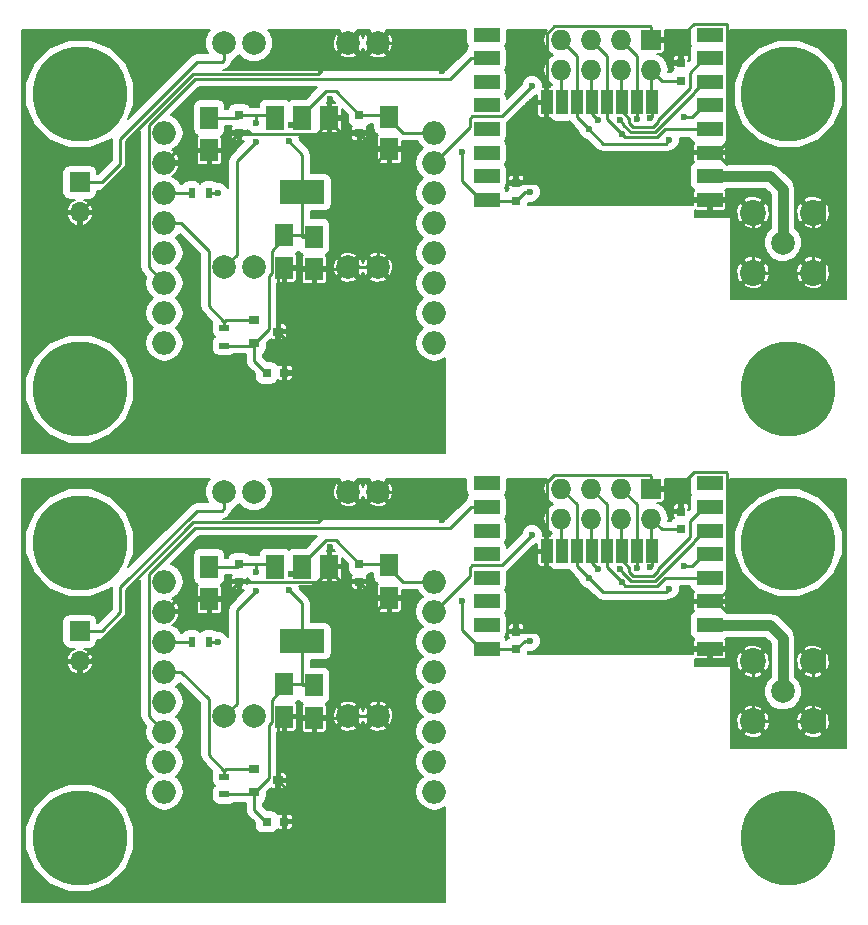
<source format=gbr>
G04 #@! TF.FileFunction,Copper,L1,Top,Signal*
%FSLAX46Y46*%
G04 Gerber Fmt 4.6, Leading zero omitted, Abs format (unit mm)*
G04 Created by KiCad (PCBNEW 4.0.6-e0-6349~52~ubuntu16.10.1) date Mon May  1 13:22:21 2017*
%MOMM*%
%LPD*%
G01*
G04 APERTURE LIST*
%ADD10C,0.100000*%
%ADD11C,8.000000*%
%ADD12R,0.800000X0.750000*%
%ADD13R,0.900000X0.500000*%
%ADD14R,0.900000X0.800000*%
%ADD15O,2.000000X2.000000*%
%ADD16C,2.000000*%
%ADD17R,0.750000X0.800000*%
%ADD18R,1.500000X1.950000*%
%ADD19R,3.800000X2.000000*%
%ADD20R,1.500000X2.000000*%
%ADD21C,2.200000*%
%ADD22R,1.000000X2.000000*%
%ADD23O,1.727200X1.727200*%
%ADD24R,1.727200X1.727200*%
%ADD25R,2.200000X1.200000*%
%ADD26R,0.500000X0.900000*%
%ADD27R,1.700000X1.700000*%
%ADD28O,1.700000X1.700000*%
%ADD29C,0.600000*%
%ADD30C,0.250000*%
%ADD31C,0.900000*%
%ADD32C,0.200000*%
G04 APERTURE END LIST*
D10*
D11*
X130000000Y-110500000D03*
D12*
X145820000Y-109120000D03*
X147320000Y-109120000D03*
D13*
X142240000Y-106810000D03*
X142240000Y-105310000D03*
D14*
X144780000Y-104680000D03*
X144780000Y-106580000D03*
X146780000Y-105630000D03*
D15*
X160020000Y-106580000D03*
X160020000Y-104040000D03*
X160020000Y-101500000D03*
X160020000Y-98960000D03*
X160020000Y-96420000D03*
X160020000Y-93880000D03*
X160020000Y-91340000D03*
X160020000Y-88800000D03*
X137160000Y-88800000D03*
X137160000Y-91340000D03*
X137160000Y-93880000D03*
X137160000Y-96420000D03*
X137160000Y-98960000D03*
X137160000Y-101500000D03*
X137160000Y-104040000D03*
X137160000Y-106580000D03*
D16*
X155240000Y-81180000D03*
X152740000Y-81180000D03*
X144740000Y-81180000D03*
X142240000Y-81180000D03*
X144740000Y-100180000D03*
X142240000Y-100180000D03*
X155240000Y-100180000D03*
X152740000Y-100180000D03*
D17*
X143510000Y-87300000D03*
X143510000Y-88800000D03*
D18*
X147320000Y-97480000D03*
X147320000Y-100230000D03*
X149860000Y-97585000D03*
X149860000Y-100335000D03*
D17*
X153670000Y-87300000D03*
X153670000Y-88800000D03*
D18*
X140970000Y-87530000D03*
X140970000Y-90280000D03*
D19*
X148830000Y-93830000D03*
D20*
X148830000Y-87530000D03*
X146530000Y-87530000D03*
X151130000Y-87530000D03*
D11*
X190000000Y-110500000D03*
D21*
X192084630Y-100634678D03*
X187004630Y-100634678D03*
X187004630Y-95554678D03*
X192084630Y-95554678D03*
D16*
X189544630Y-98094678D03*
D22*
X178424630Y-86224678D03*
X177154630Y-86224678D03*
X175884630Y-86224678D03*
X174614630Y-86224678D03*
X173344630Y-86224678D03*
X172074630Y-86224678D03*
X170804630Y-86224678D03*
X169534630Y-86224678D03*
D11*
X190000000Y-85500000D03*
D23*
X170754630Y-80934678D03*
X170754630Y-83474678D03*
X173294630Y-80934678D03*
X173294630Y-83474678D03*
X175834630Y-80934678D03*
X175834630Y-83474678D03*
D24*
X178374630Y-80934678D03*
D23*
X178374630Y-83474678D03*
D17*
X180930000Y-84370000D03*
X180930000Y-82870000D03*
X166960000Y-94530000D03*
X166960000Y-93030000D03*
D25*
X164444630Y-80474678D03*
X164444630Y-82474678D03*
X164444630Y-84474678D03*
X164444630Y-86474678D03*
X164444630Y-88474678D03*
X164444630Y-90474678D03*
X164444630Y-92474678D03*
X164444630Y-94474678D03*
X183344630Y-94474678D03*
X183344630Y-92474678D03*
X183344630Y-90474678D03*
X183344630Y-88474678D03*
X183344630Y-86474678D03*
X183344630Y-84474678D03*
X183344630Y-82474678D03*
X183344630Y-80474678D03*
D11*
X130000000Y-85500000D03*
D26*
X140970000Y-93880000D03*
X139470000Y-93880000D03*
D18*
X156210000Y-87425000D03*
X156210000Y-90175000D03*
D27*
X130000000Y-93000000D03*
D28*
X130000000Y-95540000D03*
D11*
X130000000Y-47500000D03*
X130000000Y-72500000D03*
X190000000Y-72500000D03*
D18*
X140970000Y-49530000D03*
X140970000Y-52280000D03*
D17*
X143510000Y-49300000D03*
X143510000Y-50800000D03*
X153670000Y-49300000D03*
X153670000Y-50800000D03*
D18*
X156210000Y-49425000D03*
X156210000Y-52175000D03*
X147320000Y-59480000D03*
X147320000Y-62230000D03*
X149860000Y-59585000D03*
X149860000Y-62335000D03*
D12*
X145820000Y-71120000D03*
X147320000Y-71120000D03*
D17*
X166960000Y-56530000D03*
X166960000Y-55030000D03*
X180930000Y-46370000D03*
X180930000Y-44870000D03*
D21*
X192084630Y-62634678D03*
X187004630Y-62634678D03*
X187004630Y-57554678D03*
X192084630Y-57554678D03*
D16*
X189544630Y-60094678D03*
D26*
X140970000Y-55880000D03*
X139470000Y-55880000D03*
D13*
X142240000Y-68810000D03*
X142240000Y-67310000D03*
D19*
X148830000Y-55830000D03*
D20*
X148830000Y-49530000D03*
X146530000Y-49530000D03*
X151130000Y-49530000D03*
D16*
X155240000Y-43180000D03*
X152740000Y-43180000D03*
X144740000Y-43180000D03*
X142240000Y-43180000D03*
X144740000Y-62180000D03*
X142240000Y-62180000D03*
X155240000Y-62180000D03*
X152740000Y-62180000D03*
D15*
X160020000Y-68580000D03*
X160020000Y-66040000D03*
X160020000Y-63500000D03*
X160020000Y-60960000D03*
X160020000Y-58420000D03*
X160020000Y-55880000D03*
X160020000Y-53340000D03*
X160020000Y-50800000D03*
X137160000Y-50800000D03*
X137160000Y-53340000D03*
X137160000Y-55880000D03*
X137160000Y-58420000D03*
X137160000Y-60960000D03*
X137160000Y-63500000D03*
X137160000Y-66040000D03*
X137160000Y-68580000D03*
D14*
X144780000Y-66680000D03*
X144780000Y-68580000D03*
X146780000Y-67630000D03*
D23*
X170754630Y-42934678D03*
X170754630Y-45474678D03*
X173294630Y-42934678D03*
X173294630Y-45474678D03*
X175834630Y-42934678D03*
X175834630Y-45474678D03*
D24*
X178374630Y-42934678D03*
D23*
X178374630Y-45474678D03*
D22*
X178424630Y-48224678D03*
X177154630Y-48224678D03*
X175884630Y-48224678D03*
X174614630Y-48224678D03*
X173344630Y-48224678D03*
X172074630Y-48224678D03*
X170804630Y-48224678D03*
X169534630Y-48224678D03*
D25*
X164444630Y-42474678D03*
X164444630Y-44474678D03*
X164444630Y-46474678D03*
X164444630Y-48474678D03*
X164444630Y-50474678D03*
X164444630Y-52474678D03*
X164444630Y-54474678D03*
X164444630Y-56474678D03*
X183344630Y-56474678D03*
X183344630Y-54474678D03*
X183344630Y-52474678D03*
X183344630Y-50474678D03*
X183344630Y-48474678D03*
X183344630Y-46474678D03*
X183344630Y-44474678D03*
X183344630Y-42474678D03*
D27*
X130000000Y-55000000D03*
D28*
X130000000Y-57540000D03*
D11*
X190000000Y-47500000D03*
D29*
X144907000Y-87974500D03*
X144890000Y-89560000D03*
X144890000Y-51560000D03*
X144907000Y-49974500D03*
X190000000Y-102000000D03*
X185000000Y-94000000D03*
X193000000Y-92000000D03*
X168270000Y-86210000D03*
X160660000Y-83560000D03*
X180930000Y-81600000D03*
X151180800Y-85891700D03*
X190000000Y-64000000D03*
X193000000Y-54000000D03*
X185000000Y-56000000D03*
X160660000Y-45560000D03*
X168270000Y-48210000D03*
X151180800Y-47891700D03*
X180930000Y-43600000D03*
X162360000Y-90410000D03*
X168160000Y-93810000D03*
X178300000Y-87560000D03*
X147900000Y-88170000D03*
X147710000Y-89510000D03*
X168160000Y-55810000D03*
X178300000Y-49560000D03*
X162360000Y-52410000D03*
X147900000Y-50170000D03*
X147710000Y-51510000D03*
X175880000Y-88857710D03*
X175880000Y-50857710D03*
X179930000Y-89399679D03*
X173090000Y-88490048D03*
X181170000Y-87480000D03*
X173090000Y-50490048D03*
X179930000Y-51399679D03*
X181170000Y-49480000D03*
X173856100Y-87721400D03*
X175735838Y-87724679D03*
X173856100Y-49721400D03*
X175735838Y-49724679D03*
X168320000Y-84820000D03*
X168320000Y-46820000D03*
X177160000Y-87660000D03*
X177160000Y-49660000D03*
X141740000Y-93880000D03*
X141740000Y-55880000D03*
D30*
X143281400Y-91168600D02*
X143281400Y-99138600D01*
X143281400Y-99138600D02*
X142240000Y-100180000D01*
X143280000Y-87530000D02*
X143510000Y-87300000D01*
X143510000Y-87300000D02*
X144932400Y-87300000D01*
X143281400Y-91168600D02*
X144890000Y-89560000D01*
X140970000Y-87530000D02*
X143280000Y-87530000D01*
X144932400Y-87300000D02*
X144932400Y-87949100D01*
X144932400Y-87300000D02*
X146300000Y-87300000D01*
X144932400Y-87949100D02*
X144907000Y-87974500D01*
X146300000Y-87300000D02*
X146530000Y-87530000D01*
X143281400Y-53168600D02*
X143281400Y-61138600D01*
X143281400Y-53168600D02*
X144890000Y-51560000D01*
X143281400Y-61138600D02*
X142240000Y-62180000D01*
X144932400Y-49300000D02*
X146300000Y-49300000D01*
X143510000Y-49300000D02*
X144932400Y-49300000D01*
X144932400Y-49300000D02*
X144932400Y-49949100D01*
X144932400Y-49949100D02*
X144907000Y-49974500D01*
X146300000Y-49300000D02*
X146530000Y-49530000D01*
X140970000Y-49530000D02*
X143280000Y-49530000D01*
X143280000Y-49530000D02*
X143510000Y-49300000D01*
X184525322Y-94474678D02*
X185000000Y-94000000D01*
X183344630Y-94474678D02*
X184525322Y-94474678D01*
X192744630Y-94644678D02*
X193669631Y-93719677D01*
X192244630Y-94644678D02*
X192744630Y-94644678D01*
X193000000Y-92000000D02*
X193000000Y-102000000D01*
X187004630Y-95554678D02*
X187004630Y-100634678D01*
X192084630Y-100634678D02*
X192084630Y-95554678D01*
X187004630Y-100634678D02*
X192084630Y-100634678D01*
X193000000Y-102000000D02*
X190000000Y-102000000D01*
X172534630Y-90474678D02*
X183344630Y-90474678D01*
X169534630Y-80395548D02*
X169534630Y-86224678D01*
X169979308Y-93030000D02*
X172534630Y-90474678D01*
X184769631Y-91399679D02*
X183844630Y-90474678D01*
X193669631Y-93719677D02*
X193669631Y-91569679D01*
X170184101Y-79746077D02*
X169534630Y-80395548D01*
X178299629Y-79746077D02*
X170184101Y-79746077D01*
X166960000Y-93030000D02*
X169979308Y-93030000D01*
X192084630Y-97554678D02*
X192084630Y-94804678D01*
X192084630Y-94804678D02*
X192244630Y-94644678D01*
X152740000Y-81180000D02*
X150140010Y-83779990D01*
X150200000Y-83720000D02*
X152740000Y-81180000D01*
X149860000Y-100335000D02*
X152585000Y-100335000D01*
X152585000Y-100335000D02*
X152740000Y-100180000D01*
X180930000Y-82870000D02*
X180930000Y-82895000D01*
X184769631Y-89549677D02*
X184769631Y-79614677D01*
X183844630Y-90474678D02*
X184769631Y-89549677D01*
X183344630Y-90474678D02*
X183844630Y-90474678D01*
X182844630Y-90474678D02*
X183344630Y-90474678D01*
X178374630Y-79821078D02*
X178299629Y-79746077D01*
X178374630Y-80934678D02*
X178374630Y-79821078D01*
X180930000Y-81600000D02*
X180930000Y-82870000D01*
X184704631Y-79549677D02*
X181984629Y-79549677D01*
X180930000Y-80604306D02*
X180930000Y-81600000D01*
X181984629Y-79549677D02*
X180930000Y-80604306D01*
X184769631Y-79614677D02*
X184704631Y-79549677D01*
X169534630Y-86224678D02*
X169534630Y-88307114D01*
X171702194Y-90474678D02*
X172534630Y-90474678D01*
X169534630Y-88307114D02*
X171702194Y-90474678D01*
X169534630Y-86224678D02*
X168284678Y-86224678D01*
X147320000Y-109120000D02*
X147320000Y-106170000D01*
X147320000Y-106170000D02*
X146780000Y-105630000D01*
X139582597Y-83779991D02*
X133900000Y-89462588D01*
X150140010Y-83779990D02*
X139582597Y-83779991D01*
X147320000Y-100230000D02*
X149755000Y-100230000D01*
X146780000Y-105630000D02*
X146780000Y-100770000D01*
X146780000Y-100770000D02*
X147320000Y-100230000D01*
X149755000Y-100230000D02*
X149860000Y-100335000D01*
X153670000Y-88825000D02*
X153670000Y-88800000D01*
X155020000Y-90175000D02*
X153670000Y-88825000D01*
X156210000Y-90175000D02*
X155020000Y-90175000D01*
X155240000Y-91145000D02*
X156210000Y-90175000D01*
X168284678Y-86224678D02*
X168270000Y-86210000D01*
X158280000Y-81180000D02*
X155240000Y-81180000D01*
X160660000Y-83560000D02*
X158280000Y-81180000D01*
X138220000Y-90280000D02*
X137160000Y-91340000D01*
X144135000Y-88800000D02*
X144190001Y-88855001D01*
X140970000Y-90280000D02*
X138220000Y-90280000D01*
X133900000Y-91640000D02*
X130000000Y-95540000D01*
X133900000Y-89462588D02*
X133900000Y-91640000D01*
X142055000Y-90280000D02*
X143510000Y-88825000D01*
X143510000Y-88800000D02*
X144135000Y-88800000D01*
X143510000Y-88825000D02*
X143510000Y-88800000D01*
X140970000Y-90280000D02*
X142055000Y-90280000D01*
X144190001Y-88855001D02*
X150054999Y-88855001D01*
X152740000Y-100180000D02*
X155240000Y-100180000D01*
X155240000Y-100180000D02*
X155240000Y-91145000D01*
X150054999Y-88855001D02*
X151130000Y-87780000D01*
X153670000Y-88800000D02*
X152150000Y-88800000D01*
X152150000Y-88800000D02*
X151130000Y-87780000D01*
X151130000Y-87530000D02*
X151130000Y-85942500D01*
X151130000Y-87780000D02*
X151130000Y-87530000D01*
X151130000Y-85942500D02*
X151180800Y-85891700D01*
X193000000Y-64000000D02*
X190000000Y-64000000D01*
X193000000Y-54000000D02*
X193000000Y-64000000D01*
X183344630Y-56474678D02*
X184525322Y-56474678D01*
X184525322Y-56474678D02*
X185000000Y-56000000D01*
X133900000Y-51462588D02*
X133900000Y-53640000D01*
X133900000Y-53640000D02*
X130000000Y-57540000D01*
X152740000Y-43180000D02*
X150140010Y-45779990D01*
X150140010Y-45779990D02*
X139582597Y-45779991D01*
X139582597Y-45779991D02*
X133900000Y-51462588D01*
X160660000Y-45560000D02*
X158280000Y-43180000D01*
X158280000Y-43180000D02*
X155240000Y-43180000D01*
X169534630Y-48224678D02*
X168284678Y-48224678D01*
X168284678Y-48224678D02*
X168270000Y-48210000D01*
X192084630Y-62634678D02*
X192084630Y-57554678D01*
X187004630Y-62634678D02*
X192084630Y-62634678D01*
X187004630Y-57554678D02*
X187004630Y-62634678D01*
X183344630Y-52474678D02*
X183844630Y-52474678D01*
X183844630Y-52474678D02*
X184769631Y-51549677D01*
X184769631Y-51549677D02*
X184769631Y-41614677D01*
X184769631Y-41614677D02*
X184704631Y-41549677D01*
X181984629Y-41549677D02*
X180930000Y-42604306D01*
X180930000Y-42604306D02*
X180930000Y-43600000D01*
X184704631Y-41549677D02*
X181984629Y-41549677D01*
X150200000Y-45720000D02*
X152740000Y-43180000D01*
X192084630Y-59554678D02*
X192084630Y-56804678D01*
X192084630Y-56804678D02*
X192244630Y-56644678D01*
X192244630Y-56644678D02*
X192744630Y-56644678D01*
X192744630Y-56644678D02*
X193669631Y-55719677D01*
X193669631Y-55719677D02*
X193669631Y-53569679D01*
X184769631Y-53399679D02*
X183844630Y-52474678D01*
X166960000Y-55030000D02*
X169979308Y-55030000D01*
X146780000Y-67630000D02*
X146780000Y-62770000D01*
X146780000Y-62770000D02*
X147320000Y-62230000D01*
X140970000Y-52280000D02*
X138220000Y-52280000D01*
X138220000Y-52280000D02*
X137160000Y-53340000D01*
X151130000Y-49530000D02*
X151130000Y-47942500D01*
X151130000Y-47942500D02*
X151180800Y-47891700D01*
X155240000Y-62180000D02*
X155240000Y-53145000D01*
X155240000Y-53145000D02*
X156210000Y-52175000D01*
X152740000Y-62180000D02*
X155240000Y-62180000D01*
X149860000Y-62335000D02*
X152585000Y-62335000D01*
X152585000Y-62335000D02*
X152740000Y-62180000D01*
X147320000Y-62230000D02*
X149755000Y-62230000D01*
X149755000Y-62230000D02*
X149860000Y-62335000D01*
X169534630Y-48224678D02*
X169534630Y-50307114D01*
X169534630Y-50307114D02*
X171702194Y-52474678D01*
X171702194Y-52474678D02*
X172534630Y-52474678D01*
X180930000Y-43600000D02*
X180930000Y-44870000D01*
X169979308Y-55030000D02*
X172534630Y-52474678D01*
X172534630Y-52474678D02*
X183344630Y-52474678D01*
X180930000Y-44870000D02*
X180930000Y-44895000D01*
X182844630Y-52474678D02*
X183344630Y-52474678D01*
X143510000Y-50800000D02*
X144135000Y-50800000D01*
X144135000Y-50800000D02*
X144190001Y-50855001D01*
X150054999Y-50855001D02*
X151130000Y-49780000D01*
X144190001Y-50855001D02*
X150054999Y-50855001D01*
X151130000Y-49780000D02*
X151130000Y-49530000D01*
X143510000Y-50825000D02*
X143510000Y-50800000D01*
X140970000Y-52280000D02*
X142055000Y-52280000D01*
X142055000Y-52280000D02*
X143510000Y-50825000D01*
X156210000Y-52175000D02*
X155020000Y-52175000D01*
X155020000Y-52175000D02*
X153670000Y-50825000D01*
X153670000Y-50825000D02*
X153670000Y-50800000D01*
X153670000Y-50800000D02*
X152150000Y-50800000D01*
X152150000Y-50800000D02*
X151130000Y-49780000D01*
X147320000Y-71120000D02*
X147320000Y-68170000D01*
X147320000Y-68170000D02*
X146780000Y-67630000D01*
X178374630Y-42934678D02*
X178374630Y-41821078D01*
X178374630Y-41821078D02*
X178299629Y-41746077D01*
X170184101Y-41746077D02*
X169534630Y-42395548D01*
X178299629Y-41746077D02*
X170184101Y-41746077D01*
X169534630Y-42395548D02*
X169534630Y-48224678D01*
X178374630Y-83474678D02*
X178374630Y-86174678D01*
X179269952Y-84370000D02*
X178374630Y-83474678D01*
X178374630Y-86174678D02*
X178424630Y-86224678D01*
X180930000Y-84370000D02*
X179269952Y-84370000D01*
X178424630Y-87435370D02*
X178300000Y-87560000D01*
X178424630Y-86224678D02*
X178424630Y-87435370D01*
X144550000Y-106810000D02*
X144780000Y-106580000D01*
X142240000Y-106810000D02*
X144550000Y-106810000D01*
X146244999Y-100636003D02*
X146244999Y-98780001D01*
X144780000Y-108105000D02*
X144780000Y-106580000D01*
X145795000Y-109120000D02*
X144780000Y-108105000D01*
X145820000Y-109120000D02*
X145795000Y-109120000D01*
X144830000Y-106580000D02*
X145986500Y-105423500D01*
X144780000Y-106580000D02*
X144830000Y-106580000D01*
X145986500Y-100894502D02*
X146244999Y-100636003D01*
X145986500Y-105423500D02*
X145986500Y-100894502D01*
X162360000Y-90410000D02*
X162360000Y-92890048D01*
X164499952Y-94530000D02*
X164444630Y-94474678D01*
X162360000Y-92890048D02*
X163944630Y-94474678D01*
X163944630Y-94474678D02*
X164444630Y-94474678D01*
X167680000Y-93810000D02*
X166960000Y-94530000D01*
X168160000Y-93810000D02*
X167680000Y-93810000D01*
X166960000Y-94530000D02*
X164499952Y-94530000D01*
X156210000Y-87650000D02*
X157360000Y-88800000D01*
X156210000Y-87425000D02*
X156210000Y-87650000D01*
X156085000Y-87300000D02*
X156210000Y-87425000D01*
X157360000Y-88800000D02*
X160020000Y-88800000D01*
X153670000Y-87275000D02*
X153670000Y-87300000D01*
X153670000Y-87300000D02*
X156085000Y-87300000D01*
X148830000Y-87530000D02*
X148830000Y-87280000D01*
X148190000Y-88170000D02*
X148830000Y-87530000D01*
X148830000Y-90630000D02*
X147710000Y-89510000D01*
X148830000Y-93830000D02*
X148830000Y-90630000D01*
X147900000Y-88170000D02*
X148190000Y-88170000D01*
X148793200Y-87493200D02*
X148830000Y-87530000D01*
X146244999Y-98780001D02*
X147320000Y-97705000D01*
X148860000Y-97585000D02*
X149860000Y-97585000D01*
X148830000Y-97555000D02*
X148860000Y-97585000D01*
X147320000Y-97480000D02*
X149755000Y-97480000D01*
X147320000Y-97705000D02*
X147320000Y-97480000D01*
X149755000Y-97480000D02*
X149860000Y-97585000D01*
X148830000Y-93830000D02*
X148830000Y-97555000D01*
X151661698Y-85266698D02*
X153670000Y-87275000D01*
X148830000Y-87280000D02*
X150843302Y-85266698D01*
X150843302Y-85266698D02*
X151661698Y-85266698D01*
X168160000Y-55810000D02*
X167680000Y-55810000D01*
X167680000Y-55810000D02*
X166960000Y-56530000D01*
X178424630Y-49435370D02*
X178300000Y-49560000D01*
X178424630Y-48224678D02*
X178424630Y-49435370D01*
X162360000Y-52410000D02*
X162360000Y-54890048D01*
X162360000Y-54890048D02*
X163944630Y-56474678D01*
X163944630Y-56474678D02*
X164444630Y-56474678D01*
X147900000Y-50170000D02*
X148190000Y-50170000D01*
X148190000Y-50170000D02*
X148830000Y-49530000D01*
X148830000Y-55830000D02*
X148830000Y-52630000D01*
X148830000Y-52630000D02*
X147710000Y-51510000D01*
X148793200Y-49493200D02*
X148830000Y-49530000D01*
X144780000Y-68580000D02*
X144830000Y-68580000D01*
X144830000Y-68580000D02*
X145986500Y-67423500D01*
X147320000Y-59705000D02*
X147320000Y-59480000D01*
X145986500Y-67423500D02*
X145986500Y-62894502D01*
X145986500Y-62894502D02*
X146244999Y-62636003D01*
X146244999Y-62636003D02*
X146244999Y-60780001D01*
X146244999Y-60780001D02*
X147320000Y-59705000D01*
X153670000Y-49275000D02*
X153670000Y-49300000D01*
X151661698Y-47266698D02*
X153670000Y-49275000D01*
X150843302Y-47266698D02*
X151661698Y-47266698D01*
X148830000Y-49530000D02*
X148830000Y-49280000D01*
X148830000Y-49280000D02*
X150843302Y-47266698D01*
X147320000Y-59480000D02*
X149755000Y-59480000D01*
X149755000Y-59480000D02*
X149860000Y-59585000D01*
X148830000Y-55830000D02*
X148830000Y-59555000D01*
X148830000Y-59555000D02*
X148860000Y-59585000D01*
X148860000Y-59585000D02*
X149860000Y-59585000D01*
X166960000Y-56530000D02*
X164499952Y-56530000D01*
X164499952Y-56530000D02*
X164444630Y-56474678D01*
X180930000Y-46370000D02*
X179269952Y-46370000D01*
X179269952Y-46370000D02*
X178374630Y-45474678D01*
X156210000Y-49425000D02*
X156210000Y-49650000D01*
X156210000Y-49650000D02*
X157360000Y-50800000D01*
X157360000Y-50800000D02*
X160020000Y-50800000D01*
X153670000Y-49300000D02*
X156085000Y-49300000D01*
X156085000Y-49300000D02*
X156210000Y-49425000D01*
X145820000Y-71120000D02*
X145795000Y-71120000D01*
X145795000Y-71120000D02*
X144780000Y-70105000D01*
X144780000Y-70105000D02*
X144780000Y-68580000D01*
X142240000Y-68810000D02*
X144550000Y-68810000D01*
X144550000Y-68810000D02*
X144780000Y-68580000D01*
X178374630Y-45474678D02*
X178374630Y-48174678D01*
X178374630Y-48174678D02*
X178424630Y-48224678D01*
X173294630Y-80934678D02*
X174614630Y-82254678D01*
X174614630Y-82254678D02*
X174614630Y-86224678D01*
X179583148Y-88474678D02*
X178872802Y-89185024D01*
X183344630Y-88474678D02*
X179583148Y-88474678D01*
X176207314Y-89185024D02*
X176179999Y-89157709D01*
X176179999Y-89157709D02*
X175880000Y-88857710D01*
X178872802Y-89185024D02*
X176207314Y-89185024D01*
X174614630Y-87592340D02*
X174614630Y-86224678D01*
X175880000Y-88857710D02*
X174614630Y-87592340D01*
X176179999Y-51157709D02*
X175880000Y-50857710D01*
X176207314Y-51185024D02*
X176179999Y-51157709D01*
X183344630Y-50474678D02*
X179583148Y-50474678D01*
X179583148Y-50474678D02*
X178872802Y-51185024D01*
X178872802Y-51185024D02*
X176207314Y-51185024D01*
X175880000Y-50857710D02*
X174614630Y-49592340D01*
X174614630Y-49592340D02*
X174614630Y-48224678D01*
X173294630Y-42934678D02*
X174614630Y-44254678D01*
X174614630Y-44254678D02*
X174614630Y-48224678D01*
X170754630Y-80934678D02*
X172074630Y-82254678D01*
X172074630Y-82254678D02*
X172074630Y-86224678D01*
X174299630Y-89699678D02*
X179630001Y-89699678D01*
X183629632Y-86474678D02*
X183344630Y-86474678D01*
X182844630Y-86474678D02*
X181839308Y-87480000D01*
X183344630Y-86474678D02*
X182844630Y-86474678D01*
X181839308Y-87480000D02*
X181170000Y-87480000D01*
X179630001Y-89699678D02*
X179930000Y-89399679D01*
X173090000Y-88490048D02*
X174299630Y-89699678D01*
X172074630Y-86224678D02*
X172074630Y-87474678D01*
X172074630Y-87474678D02*
X173090000Y-88490048D01*
X179630001Y-51699678D02*
X179930000Y-51399679D01*
X173090000Y-50490048D02*
X174299630Y-51699678D01*
X174299630Y-51699678D02*
X179630001Y-51699678D01*
X172074630Y-49474678D02*
X173090000Y-50490048D01*
X183344630Y-48474678D02*
X182844630Y-48474678D01*
X182844630Y-48474678D02*
X181839308Y-49480000D01*
X181839308Y-49480000D02*
X181170000Y-49480000D01*
X172074630Y-48224678D02*
X172074630Y-49474678D01*
X183629632Y-48474678D02*
X183344630Y-48474678D01*
X170754630Y-42934678D02*
X172074630Y-44254678D01*
X172074630Y-44254678D02*
X172074630Y-48224678D01*
X173294630Y-83474678D02*
X173294630Y-86174678D01*
X173294630Y-86174678D02*
X173344630Y-86224678D01*
X183344630Y-84474678D02*
X182844630Y-84474678D01*
X182844630Y-84474678D02*
X181994630Y-85324678D01*
X181994630Y-85324678D02*
X181994630Y-85426785D01*
X181994630Y-85426785D02*
X178686402Y-88735013D01*
X176035837Y-88097252D02*
X176035837Y-88024678D01*
X176673598Y-88735013D02*
X176035837Y-88097252D01*
X178686402Y-88735013D02*
X176673598Y-88735013D01*
X173856100Y-87721400D02*
X173344630Y-87209930D01*
X173344630Y-87209930D02*
X173344630Y-86224678D01*
X176035837Y-88024678D02*
X175735838Y-87724679D01*
X176035837Y-50097252D02*
X176035837Y-50024678D01*
X176673598Y-50735013D02*
X176035837Y-50097252D01*
X181994630Y-47426785D02*
X178686402Y-50735013D01*
X181994630Y-47324678D02*
X181994630Y-47426785D01*
X183344630Y-46474678D02*
X182844630Y-46474678D01*
X182844630Y-46474678D02*
X181994630Y-47324678D01*
X176035837Y-50024678D02*
X175735838Y-49724679D01*
X178686402Y-50735013D02*
X176673598Y-50735013D01*
X173856100Y-49721400D02*
X173344630Y-49209930D01*
X173344630Y-49209930D02*
X173344630Y-48224678D01*
X173294630Y-45474678D02*
X173294630Y-48174678D01*
X173294630Y-48174678D02*
X173344630Y-48224678D01*
X165740321Y-87399679D02*
X168320000Y-84820000D01*
X175834630Y-83474678D02*
X175834630Y-86174678D01*
X175834630Y-86174678D02*
X175884630Y-86224678D01*
X178925002Y-87860002D02*
X178500002Y-88285002D01*
X182844630Y-82474678D02*
X181630001Y-83689307D01*
X181630001Y-83689307D02*
X181630001Y-85030001D01*
X178925002Y-87735000D02*
X178925002Y-87860002D01*
X181630001Y-85030001D02*
X178925002Y-87735000D01*
X183344630Y-82474678D02*
X182844630Y-82474678D01*
X178500002Y-88285002D02*
X176859998Y-88285002D01*
X176859998Y-88285002D02*
X176534998Y-87960002D01*
X176534998Y-87602379D02*
X175884630Y-86952011D01*
X176534998Y-87960002D02*
X176534998Y-87602379D01*
X175884630Y-86952011D02*
X175884630Y-86224678D01*
X160020000Y-91340000D02*
X163019629Y-88340371D01*
X163019629Y-87614677D02*
X163234627Y-87399679D01*
X163019629Y-88340371D02*
X163019629Y-87614677D01*
X163234627Y-87399679D02*
X165740321Y-87399679D01*
X181630001Y-47030001D02*
X178925002Y-49735000D01*
X181630001Y-45689307D02*
X181630001Y-47030001D01*
X175884630Y-48952011D02*
X175884630Y-48224678D01*
X176859998Y-50285002D02*
X176534998Y-49960002D01*
X183344630Y-44474678D02*
X182844630Y-44474678D01*
X178925002Y-49735000D02*
X178925002Y-49860002D01*
X178500002Y-50285002D02*
X176859998Y-50285002D01*
X178925002Y-49860002D02*
X178500002Y-50285002D01*
X182844630Y-44474678D02*
X181630001Y-45689307D01*
X176534998Y-49960002D02*
X176534998Y-49602379D01*
X176534998Y-49602379D02*
X175884630Y-48952011D01*
X165740321Y-49399679D02*
X168320000Y-46820000D01*
X160020000Y-53340000D02*
X163019629Y-50340371D01*
X163019629Y-50340371D02*
X163019629Y-49614677D01*
X163019629Y-49614677D02*
X163234627Y-49399679D01*
X163234627Y-49399679D02*
X165740321Y-49399679D01*
X175834630Y-45474678D02*
X175834630Y-48174678D01*
X175834630Y-48174678D02*
X175884630Y-48224678D01*
X139470000Y-93880000D02*
X137160000Y-93880000D01*
X139470000Y-55880000D02*
X137160000Y-55880000D01*
X142370000Y-104680000D02*
X142240000Y-104810000D01*
X144780000Y-104680000D02*
X142370000Y-104680000D01*
X142240000Y-104810000D02*
X142240000Y-105310000D01*
X137160000Y-96420000D02*
X138574213Y-96420000D01*
X138574213Y-96420000D02*
X140914999Y-98760786D01*
X140914999Y-103484999D02*
X142240000Y-104810000D01*
X140914999Y-98760786D02*
X140914999Y-103484999D01*
X137160000Y-58420000D02*
X138574213Y-58420000D01*
X140914999Y-60760786D02*
X140914999Y-65484999D01*
X138574213Y-58420000D02*
X140914999Y-60760786D01*
X140914999Y-65484999D02*
X142240000Y-66810000D01*
X142240000Y-66810000D02*
X142240000Y-67310000D01*
X144780000Y-66680000D02*
X142370000Y-66680000D01*
X142370000Y-66680000D02*
X142240000Y-66810000D01*
X177154630Y-82254678D02*
X177154630Y-86224678D01*
X175834630Y-80934678D02*
X177154630Y-82254678D01*
X177154630Y-87654630D02*
X177160000Y-87660000D01*
X177154630Y-86224678D02*
X177154630Y-87654630D01*
X177154630Y-48224678D02*
X177154630Y-49654630D01*
X177154630Y-49654630D02*
X177160000Y-49660000D01*
X175834630Y-42934678D02*
X177154630Y-44254678D01*
X177154630Y-44254678D02*
X177154630Y-48224678D01*
X139768998Y-84230000D02*
X161339308Y-84230000D01*
X137909300Y-101500000D02*
X137160000Y-101500000D01*
X137160000Y-101500000D02*
X135834999Y-100174999D01*
X135834999Y-100174999D02*
X135834999Y-88163999D01*
X135834999Y-88163999D02*
X139768998Y-84230000D01*
X163094630Y-82474678D02*
X164444630Y-82474678D01*
X161339308Y-84230000D02*
X163094630Y-82474678D01*
X161339308Y-46230000D02*
X163094630Y-44474678D01*
X139768998Y-46230000D02*
X161339308Y-46230000D01*
X135834999Y-50163999D02*
X139768998Y-46230000D01*
X135834999Y-62174999D02*
X135834999Y-50163999D01*
X137160000Y-63500000D02*
X135834999Y-62174999D01*
X163094630Y-44474678D02*
X164444630Y-44474678D01*
X137909300Y-63500000D02*
X137160000Y-63500000D01*
D31*
X189544630Y-94544630D02*
X189544630Y-98094678D01*
X183344630Y-92474678D02*
X188474678Y-92474678D01*
X189544630Y-93544630D02*
X189544630Y-94544630D01*
X188474678Y-92474678D02*
X189544630Y-93544630D01*
X183344630Y-54474678D02*
X188474678Y-54474678D01*
X188474678Y-54474678D02*
X189544630Y-55544630D01*
X189544630Y-55544630D02*
X189544630Y-56544630D01*
X189544630Y-56544630D02*
X189544630Y-60094678D01*
D30*
X170754630Y-86174678D02*
X170804630Y-86224678D01*
X170754630Y-83474678D02*
X170754630Y-86174678D01*
X140970000Y-93880000D02*
X141740000Y-93880000D01*
X140970000Y-55880000D02*
X141740000Y-55880000D01*
X170754630Y-45474678D02*
X170754630Y-48174678D01*
X170754630Y-48174678D02*
X170804630Y-48224678D01*
X142240000Y-81180000D02*
X142240000Y-82594213D01*
X139926178Y-82800000D02*
X133449990Y-89276188D01*
X142240000Y-82594213D02*
X142034213Y-82800000D01*
X142034213Y-82800000D02*
X139926178Y-82800000D01*
X133449990Y-89276188D02*
X133449990Y-91400010D01*
X131850000Y-93000000D02*
X130000000Y-93000000D01*
X133449990Y-91400010D02*
X131850000Y-93000000D01*
X133449990Y-53400010D02*
X131850000Y-55000000D01*
X131850000Y-55000000D02*
X130000000Y-55000000D01*
X133449990Y-51276188D02*
X133449990Y-53400010D01*
X142034213Y-44800000D02*
X139926178Y-44800000D01*
X139926178Y-44800000D02*
X133449990Y-51276188D01*
X142240000Y-43180000D02*
X142240000Y-44594213D01*
X142240000Y-44594213D02*
X142034213Y-44800000D01*
D32*
G36*
X140884377Y-42272489D02*
X140640278Y-42860344D01*
X140639723Y-43496863D01*
X140878604Y-44075000D01*
X139926178Y-44075000D01*
X139694763Y-44121031D01*
X139648732Y-44130187D01*
X139413526Y-44287348D01*
X134114445Y-49586429D01*
X134599199Y-48419011D01*
X134600796Y-46589018D01*
X133901964Y-44897714D01*
X132609093Y-43602584D01*
X130919011Y-42900801D01*
X129089018Y-42899204D01*
X127397714Y-43598036D01*
X126102584Y-44890907D01*
X125400801Y-46580989D01*
X125399204Y-48410982D01*
X126098036Y-50102286D01*
X127390907Y-51397416D01*
X129080989Y-52099199D01*
X130910982Y-52100796D01*
X132602286Y-51401964D01*
X132724990Y-51279474D01*
X132724990Y-53099705D01*
X131549696Y-54275000D01*
X131461754Y-54275000D01*
X131461754Y-54150000D01*
X131419917Y-53927654D01*
X131288510Y-53723442D01*
X131088007Y-53586444D01*
X130850000Y-53538246D01*
X129150000Y-53538246D01*
X128927654Y-53580083D01*
X128723442Y-53711490D01*
X128586444Y-53911993D01*
X128538246Y-54150000D01*
X128538246Y-55850000D01*
X128580083Y-56072346D01*
X128711490Y-56276558D01*
X128911993Y-56413556D01*
X129150000Y-56461754D01*
X129627017Y-56461754D01*
X129276357Y-56646203D01*
X128989400Y-56991165D01*
X128897328Y-57213484D01*
X128935517Y-57390000D01*
X129850000Y-57390000D01*
X129850000Y-57370000D01*
X130150000Y-57370000D01*
X130150000Y-57390000D01*
X131064483Y-57390000D01*
X131102672Y-57213484D01*
X131010600Y-56991165D01*
X130723643Y-56646203D01*
X130372983Y-56461754D01*
X130850000Y-56461754D01*
X131072346Y-56419917D01*
X131276558Y-56288510D01*
X131413556Y-56088007D01*
X131461754Y-55850000D01*
X131461754Y-55725000D01*
X131850000Y-55725000D01*
X132081415Y-55678969D01*
X132127446Y-55669813D01*
X132362652Y-55512652D01*
X133962643Y-53912662D01*
X134119803Y-53677456D01*
X134174990Y-53400010D01*
X134174990Y-51576492D01*
X135109999Y-50641483D01*
X135109999Y-62174999D01*
X135146511Y-62358557D01*
X135165186Y-62452445D01*
X135322347Y-62687651D01*
X135629203Y-62994507D01*
X135528654Y-63500000D01*
X135650447Y-64112293D01*
X135997283Y-64631371D01*
X136204756Y-64770000D01*
X135997283Y-64908629D01*
X135650447Y-65427707D01*
X135528654Y-66040000D01*
X135650447Y-66652293D01*
X135997283Y-67171371D01*
X136204756Y-67310000D01*
X135997283Y-67448629D01*
X135650447Y-67967707D01*
X135528654Y-68580000D01*
X135650447Y-69192293D01*
X135997283Y-69711371D01*
X136516361Y-70058207D01*
X137128654Y-70180000D01*
X137191346Y-70180000D01*
X137803639Y-70058207D01*
X138322717Y-69711371D01*
X138669553Y-69192293D01*
X138791346Y-68580000D01*
X138669553Y-67967707D01*
X138322717Y-67448629D01*
X138115244Y-67310000D01*
X138322717Y-67171371D01*
X138669553Y-66652293D01*
X138791346Y-66040000D01*
X138669553Y-65427707D01*
X138322717Y-64908629D01*
X138115244Y-64770000D01*
X138322717Y-64631371D01*
X138669553Y-64112293D01*
X138791346Y-63500000D01*
X138669553Y-62887707D01*
X138322717Y-62368629D01*
X138115244Y-62230000D01*
X138322717Y-62091371D01*
X138669553Y-61572293D01*
X138791346Y-60960000D01*
X138669553Y-60347707D01*
X138322717Y-59828629D01*
X138115244Y-59690000D01*
X138322717Y-59551371D01*
X138465936Y-59337028D01*
X140189999Y-61061091D01*
X140189999Y-65484999D01*
X140226449Y-65668246D01*
X140245186Y-65762445D01*
X140402347Y-65997651D01*
X141226543Y-66821848D01*
X141226444Y-66821993D01*
X141178246Y-67060000D01*
X141178246Y-67560000D01*
X141220083Y-67782346D01*
X141351490Y-67986558D01*
X141458988Y-68060008D01*
X141363442Y-68121490D01*
X141226444Y-68321993D01*
X141178246Y-68560000D01*
X141178246Y-69060000D01*
X141220083Y-69282346D01*
X141351490Y-69486558D01*
X141551993Y-69623556D01*
X141790000Y-69671754D01*
X142690000Y-69671754D01*
X142912346Y-69629917D01*
X143059851Y-69535000D01*
X144055000Y-69535000D01*
X144055000Y-70105000D01*
X144070206Y-70181444D01*
X144110187Y-70382446D01*
X144267348Y-70617652D01*
X144808246Y-71158551D01*
X144808246Y-71495000D01*
X144850083Y-71717346D01*
X144981490Y-71921558D01*
X145181993Y-72058556D01*
X145420000Y-72106754D01*
X146220000Y-72106754D01*
X146442346Y-72064917D01*
X146646558Y-71933510D01*
X146767476Y-71756541D01*
X146860326Y-71795000D01*
X147095000Y-71795000D01*
X147170000Y-71720000D01*
X147170000Y-71270000D01*
X147470000Y-71270000D01*
X147470000Y-71720000D01*
X147545000Y-71795000D01*
X147779674Y-71795000D01*
X147889937Y-71749328D01*
X147974328Y-71664936D01*
X148020000Y-71554673D01*
X148020000Y-71345000D01*
X147945000Y-71270000D01*
X147470000Y-71270000D01*
X147170000Y-71270000D01*
X147150000Y-71270000D01*
X147150000Y-70970000D01*
X147170000Y-70970000D01*
X147170000Y-70520000D01*
X147470000Y-70520000D01*
X147470000Y-70970000D01*
X147945000Y-70970000D01*
X148020000Y-70895000D01*
X148020000Y-70685327D01*
X147974328Y-70575064D01*
X147889937Y-70490672D01*
X147779674Y-70445000D01*
X147545000Y-70445000D01*
X147470000Y-70520000D01*
X147170000Y-70520000D01*
X147095000Y-70445000D01*
X146860326Y-70445000D01*
X146765281Y-70484369D01*
X146658510Y-70318442D01*
X146458007Y-70181444D01*
X146220000Y-70133246D01*
X145833551Y-70133246D01*
X145505000Y-69804696D01*
X145505000Y-69516035D01*
X145656558Y-69418510D01*
X145793556Y-69218007D01*
X145841754Y-68980000D01*
X145841754Y-68593550D01*
X146155520Y-68279784D01*
X146160063Y-68284328D01*
X146270326Y-68330000D01*
X146555000Y-68330000D01*
X146630000Y-68255000D01*
X146630000Y-67780000D01*
X146930000Y-67780000D01*
X146930000Y-68255000D01*
X147005000Y-68330000D01*
X147289674Y-68330000D01*
X147399937Y-68284328D01*
X147484328Y-68199936D01*
X147530000Y-68089673D01*
X147530000Y-67855000D01*
X147455000Y-67780000D01*
X146930000Y-67780000D01*
X146630000Y-67780000D01*
X146610000Y-67780000D01*
X146610000Y-67770257D01*
X146656313Y-67700946D01*
X146682708Y-67568246D01*
X146711500Y-67423500D01*
X146711500Y-67005000D01*
X146930000Y-67005000D01*
X146930000Y-67480000D01*
X147455000Y-67480000D01*
X147530000Y-67405000D01*
X147530000Y-67170327D01*
X147484328Y-67060064D01*
X147399937Y-66975672D01*
X147289674Y-66930000D01*
X147005000Y-66930000D01*
X146930000Y-67005000D01*
X146711500Y-67005000D01*
X146711500Y-63505000D01*
X147095000Y-63505000D01*
X147170000Y-63430000D01*
X147170000Y-62380000D01*
X147470000Y-62380000D01*
X147470000Y-63430000D01*
X147545000Y-63505000D01*
X148129673Y-63505000D01*
X148239936Y-63459328D01*
X148324328Y-63374937D01*
X148370000Y-63264674D01*
X148370000Y-62560000D01*
X148810000Y-62560000D01*
X148810000Y-63369674D01*
X148855672Y-63479937D01*
X148940064Y-63564328D01*
X149050327Y-63610000D01*
X149635000Y-63610000D01*
X149710000Y-63535000D01*
X149710000Y-62485000D01*
X150010000Y-62485000D01*
X150010000Y-63535000D01*
X150085000Y-63610000D01*
X150669673Y-63610000D01*
X150779936Y-63564328D01*
X150864328Y-63479937D01*
X150910000Y-63369674D01*
X150910000Y-63163897D01*
X151968235Y-63163897D01*
X152087266Y-63333606D01*
X152578418Y-63495583D01*
X153094169Y-63457275D01*
X153392734Y-63333606D01*
X153511765Y-63163897D01*
X154468235Y-63163897D01*
X154587266Y-63333606D01*
X155078418Y-63495583D01*
X155594169Y-63457275D01*
X155892734Y-63333606D01*
X156011765Y-63163897D01*
X155240000Y-62392132D01*
X154468235Y-63163897D01*
X153511765Y-63163897D01*
X152740000Y-62392132D01*
X151968235Y-63163897D01*
X150910000Y-63163897D01*
X150910000Y-62560000D01*
X150835000Y-62485000D01*
X150010000Y-62485000D01*
X149710000Y-62485000D01*
X148885000Y-62485000D01*
X148810000Y-62560000D01*
X148370000Y-62560000D01*
X148370000Y-62455000D01*
X148295000Y-62380000D01*
X147470000Y-62380000D01*
X147170000Y-62380000D01*
X147150000Y-62380000D01*
X147150000Y-62080000D01*
X147170000Y-62080000D01*
X147170000Y-62060000D01*
X147470000Y-62060000D01*
X147470000Y-62080000D01*
X148295000Y-62080000D01*
X148370000Y-62005000D01*
X148370000Y-61195326D01*
X148324328Y-61085063D01*
X148268642Y-61029377D01*
X148292346Y-61024917D01*
X148496558Y-60893510D01*
X148555812Y-60806789D01*
X148671490Y-60986558D01*
X148871993Y-61123556D01*
X148913728Y-61132008D01*
X148855672Y-61190063D01*
X148810000Y-61300326D01*
X148810000Y-62110000D01*
X148885000Y-62185000D01*
X149710000Y-62185000D01*
X149710000Y-62165000D01*
X150010000Y-62165000D01*
X150010000Y-62185000D01*
X150835000Y-62185000D01*
X150910000Y-62110000D01*
X150910000Y-62018418D01*
X151424417Y-62018418D01*
X151462725Y-62534169D01*
X151586394Y-62832734D01*
X151756103Y-62951765D01*
X152527868Y-62180000D01*
X152952132Y-62180000D01*
X153723897Y-62951765D01*
X153893606Y-62832734D01*
X153979062Y-62573611D01*
X154086394Y-62832734D01*
X154256103Y-62951765D01*
X155027868Y-62180000D01*
X155452132Y-62180000D01*
X156223897Y-62951765D01*
X156393606Y-62832734D01*
X156555583Y-62341582D01*
X156517275Y-61825831D01*
X156393606Y-61527266D01*
X156223897Y-61408235D01*
X155452132Y-62180000D01*
X155027868Y-62180000D01*
X154256103Y-61408235D01*
X154086394Y-61527266D01*
X154000938Y-61786389D01*
X153893606Y-61527266D01*
X153723897Y-61408235D01*
X152952132Y-62180000D01*
X152527868Y-62180000D01*
X151756103Y-61408235D01*
X151586394Y-61527266D01*
X151424417Y-62018418D01*
X150910000Y-62018418D01*
X150910000Y-61300326D01*
X150866830Y-61196103D01*
X151968235Y-61196103D01*
X152740000Y-61967868D01*
X153511765Y-61196103D01*
X154468235Y-61196103D01*
X155240000Y-61967868D01*
X156011765Y-61196103D01*
X155892734Y-61026394D01*
X155401582Y-60864417D01*
X154885831Y-60902725D01*
X154587266Y-61026394D01*
X154468235Y-61196103D01*
X153511765Y-61196103D01*
X153392734Y-61026394D01*
X152901582Y-60864417D01*
X152385831Y-60902725D01*
X152087266Y-61026394D01*
X151968235Y-61196103D01*
X150866830Y-61196103D01*
X150864328Y-61190063D01*
X150808642Y-61134377D01*
X150832346Y-61129917D01*
X151036558Y-60998510D01*
X151173556Y-60798007D01*
X151221754Y-60560000D01*
X151221754Y-58610000D01*
X151179917Y-58387654D01*
X151048510Y-58183442D01*
X150848007Y-58046444D01*
X150610000Y-57998246D01*
X149555000Y-57998246D01*
X149555000Y-57441754D01*
X150730000Y-57441754D01*
X150952346Y-57399917D01*
X151156558Y-57268510D01*
X151293556Y-57068007D01*
X151341754Y-56830000D01*
X151341754Y-54830000D01*
X151299917Y-54607654D01*
X151168510Y-54403442D01*
X150968007Y-54266444D01*
X150730000Y-54218246D01*
X149555000Y-54218246D01*
X149555000Y-52630000D01*
X149509251Y-52400000D01*
X155160000Y-52400000D01*
X155160000Y-53209674D01*
X155205672Y-53319937D01*
X155290064Y-53404328D01*
X155400327Y-53450000D01*
X155985000Y-53450000D01*
X156060000Y-53375000D01*
X156060000Y-52325000D01*
X156360000Y-52325000D01*
X156360000Y-53375000D01*
X156435000Y-53450000D01*
X157019673Y-53450000D01*
X157129936Y-53404328D01*
X157214328Y-53319937D01*
X157260000Y-53209674D01*
X157260000Y-52400000D01*
X157185000Y-52325000D01*
X156360000Y-52325000D01*
X156060000Y-52325000D01*
X155235000Y-52325000D01*
X155160000Y-52400000D01*
X149509251Y-52400000D01*
X149499813Y-52352555D01*
X149446347Y-52272538D01*
X149342652Y-52117347D01*
X148610110Y-51384805D01*
X148610156Y-51331764D01*
X148531645Y-51141754D01*
X149580000Y-51141754D01*
X149802346Y-51099917D01*
X149918770Y-51025000D01*
X152995000Y-51025000D01*
X152995000Y-51259674D01*
X153040672Y-51369937D01*
X153125064Y-51454328D01*
X153235327Y-51500000D01*
X153445000Y-51500000D01*
X153520000Y-51425000D01*
X153520000Y-50950000D01*
X153820000Y-50950000D01*
X153820000Y-51425000D01*
X153895000Y-51500000D01*
X154104673Y-51500000D01*
X154214936Y-51454328D01*
X154299328Y-51369937D01*
X154345000Y-51259674D01*
X154345000Y-51025000D01*
X154270000Y-50950000D01*
X153820000Y-50950000D01*
X153520000Y-50950000D01*
X153070000Y-50950000D01*
X152995000Y-51025000D01*
X149918770Y-51025000D01*
X150006558Y-50968510D01*
X150143556Y-50768007D01*
X150152008Y-50726272D01*
X150210064Y-50784328D01*
X150320327Y-50830000D01*
X150905000Y-50830000D01*
X150980000Y-50755000D01*
X150980000Y-49680000D01*
X151280000Y-49680000D01*
X151280000Y-50755000D01*
X151355000Y-50830000D01*
X151939673Y-50830000D01*
X152049936Y-50784328D01*
X152134328Y-50699937D01*
X152180000Y-50589674D01*
X152180000Y-49755000D01*
X152105000Y-49680000D01*
X151280000Y-49680000D01*
X150980000Y-49680000D01*
X150960000Y-49680000D01*
X150960000Y-49380000D01*
X150980000Y-49380000D01*
X150980000Y-48305000D01*
X150905152Y-48230152D01*
X151143606Y-47991698D01*
X151361394Y-47991698D01*
X151599696Y-48230000D01*
X151355000Y-48230000D01*
X151280000Y-48305000D01*
X151280000Y-49380000D01*
X152105000Y-49380000D01*
X152180000Y-49305000D01*
X152180000Y-48810304D01*
X152683246Y-49313550D01*
X152683246Y-49700000D01*
X152725083Y-49922346D01*
X152856490Y-50126558D01*
X153033459Y-50247476D01*
X152995000Y-50340326D01*
X152995000Y-50575000D01*
X153070000Y-50650000D01*
X153520000Y-50650000D01*
X153520000Y-50630000D01*
X153820000Y-50630000D01*
X153820000Y-50650000D01*
X154270000Y-50650000D01*
X154345000Y-50575000D01*
X154345000Y-50340326D01*
X154305631Y-50245281D01*
X154471558Y-50138510D01*
X154549116Y-50025000D01*
X154848246Y-50025000D01*
X154848246Y-50400000D01*
X154890083Y-50622346D01*
X155021490Y-50826558D01*
X155221993Y-50963556D01*
X155263728Y-50972008D01*
X155205672Y-51030063D01*
X155160000Y-51140326D01*
X155160000Y-51950000D01*
X155235000Y-52025000D01*
X156060000Y-52025000D01*
X156060000Y-52005000D01*
X156360000Y-52005000D01*
X156360000Y-52025000D01*
X157185000Y-52025000D01*
X157260000Y-51950000D01*
X157260000Y-51505109D01*
X157360000Y-51525000D01*
X158585755Y-51525000D01*
X158857283Y-51931371D01*
X159064756Y-52070000D01*
X158857283Y-52208629D01*
X158510447Y-52727707D01*
X158388654Y-53340000D01*
X158510447Y-53952293D01*
X158857283Y-54471371D01*
X159064756Y-54610000D01*
X158857283Y-54748629D01*
X158510447Y-55267707D01*
X158388654Y-55880000D01*
X158510447Y-56492293D01*
X158857283Y-57011371D01*
X159064756Y-57150000D01*
X158857283Y-57288629D01*
X158510447Y-57807707D01*
X158388654Y-58420000D01*
X158510447Y-59032293D01*
X158857283Y-59551371D01*
X159064756Y-59690000D01*
X158857283Y-59828629D01*
X158510447Y-60347707D01*
X158388654Y-60960000D01*
X158510447Y-61572293D01*
X158857283Y-62091371D01*
X159064756Y-62230000D01*
X158857283Y-62368629D01*
X158510447Y-62887707D01*
X158388654Y-63500000D01*
X158510447Y-64112293D01*
X158857283Y-64631371D01*
X159064756Y-64770000D01*
X158857283Y-64908629D01*
X158510447Y-65427707D01*
X158388654Y-66040000D01*
X158510447Y-66652293D01*
X158857283Y-67171371D01*
X159064756Y-67310000D01*
X158857283Y-67448629D01*
X158510447Y-67967707D01*
X158388654Y-68580000D01*
X158510447Y-69192293D01*
X158857283Y-69711371D01*
X159376361Y-70058207D01*
X159988654Y-70180000D01*
X160051346Y-70180000D01*
X160663639Y-70058207D01*
X160900000Y-69900276D01*
X160900000Y-77900000D01*
X125100000Y-77900000D01*
X125100000Y-73410982D01*
X125399204Y-73410982D01*
X126098036Y-75102286D01*
X127390907Y-76397416D01*
X129080989Y-77099199D01*
X130910982Y-77100796D01*
X132602286Y-76401964D01*
X133897416Y-75109093D01*
X134599199Y-73419011D01*
X134600796Y-71589018D01*
X133901964Y-69897714D01*
X132609093Y-68602584D01*
X130919011Y-67900801D01*
X129089018Y-67899204D01*
X127397714Y-68598036D01*
X126102584Y-69890907D01*
X125400801Y-71580989D01*
X125399204Y-73410982D01*
X125100000Y-73410982D01*
X125100000Y-57866516D01*
X128897328Y-57866516D01*
X128989400Y-58088835D01*
X129276357Y-58433797D01*
X129673482Y-58642687D01*
X129850000Y-58605190D01*
X129850000Y-57690000D01*
X130150000Y-57690000D01*
X130150000Y-58605190D01*
X130326518Y-58642687D01*
X130723643Y-58433797D01*
X131010600Y-58088835D01*
X131102672Y-57866516D01*
X131064483Y-57690000D01*
X130150000Y-57690000D01*
X129850000Y-57690000D01*
X128935517Y-57690000D01*
X128897328Y-57866516D01*
X125100000Y-57866516D01*
X125100000Y-42100000D01*
X141057167Y-42100000D01*
X140884377Y-42272489D01*
X140884377Y-42272489D01*
G37*
X140884377Y-42272489D02*
X140640278Y-42860344D01*
X140639723Y-43496863D01*
X140878604Y-44075000D01*
X139926178Y-44075000D01*
X139694763Y-44121031D01*
X139648732Y-44130187D01*
X139413526Y-44287348D01*
X134114445Y-49586429D01*
X134599199Y-48419011D01*
X134600796Y-46589018D01*
X133901964Y-44897714D01*
X132609093Y-43602584D01*
X130919011Y-42900801D01*
X129089018Y-42899204D01*
X127397714Y-43598036D01*
X126102584Y-44890907D01*
X125400801Y-46580989D01*
X125399204Y-48410982D01*
X126098036Y-50102286D01*
X127390907Y-51397416D01*
X129080989Y-52099199D01*
X130910982Y-52100796D01*
X132602286Y-51401964D01*
X132724990Y-51279474D01*
X132724990Y-53099705D01*
X131549696Y-54275000D01*
X131461754Y-54275000D01*
X131461754Y-54150000D01*
X131419917Y-53927654D01*
X131288510Y-53723442D01*
X131088007Y-53586444D01*
X130850000Y-53538246D01*
X129150000Y-53538246D01*
X128927654Y-53580083D01*
X128723442Y-53711490D01*
X128586444Y-53911993D01*
X128538246Y-54150000D01*
X128538246Y-55850000D01*
X128580083Y-56072346D01*
X128711490Y-56276558D01*
X128911993Y-56413556D01*
X129150000Y-56461754D01*
X129627017Y-56461754D01*
X129276357Y-56646203D01*
X128989400Y-56991165D01*
X128897328Y-57213484D01*
X128935517Y-57390000D01*
X129850000Y-57390000D01*
X129850000Y-57370000D01*
X130150000Y-57370000D01*
X130150000Y-57390000D01*
X131064483Y-57390000D01*
X131102672Y-57213484D01*
X131010600Y-56991165D01*
X130723643Y-56646203D01*
X130372983Y-56461754D01*
X130850000Y-56461754D01*
X131072346Y-56419917D01*
X131276558Y-56288510D01*
X131413556Y-56088007D01*
X131461754Y-55850000D01*
X131461754Y-55725000D01*
X131850000Y-55725000D01*
X132081415Y-55678969D01*
X132127446Y-55669813D01*
X132362652Y-55512652D01*
X133962643Y-53912662D01*
X134119803Y-53677456D01*
X134174990Y-53400010D01*
X134174990Y-51576492D01*
X135109999Y-50641483D01*
X135109999Y-62174999D01*
X135146511Y-62358557D01*
X135165186Y-62452445D01*
X135322347Y-62687651D01*
X135629203Y-62994507D01*
X135528654Y-63500000D01*
X135650447Y-64112293D01*
X135997283Y-64631371D01*
X136204756Y-64770000D01*
X135997283Y-64908629D01*
X135650447Y-65427707D01*
X135528654Y-66040000D01*
X135650447Y-66652293D01*
X135997283Y-67171371D01*
X136204756Y-67310000D01*
X135997283Y-67448629D01*
X135650447Y-67967707D01*
X135528654Y-68580000D01*
X135650447Y-69192293D01*
X135997283Y-69711371D01*
X136516361Y-70058207D01*
X137128654Y-70180000D01*
X137191346Y-70180000D01*
X137803639Y-70058207D01*
X138322717Y-69711371D01*
X138669553Y-69192293D01*
X138791346Y-68580000D01*
X138669553Y-67967707D01*
X138322717Y-67448629D01*
X138115244Y-67310000D01*
X138322717Y-67171371D01*
X138669553Y-66652293D01*
X138791346Y-66040000D01*
X138669553Y-65427707D01*
X138322717Y-64908629D01*
X138115244Y-64770000D01*
X138322717Y-64631371D01*
X138669553Y-64112293D01*
X138791346Y-63500000D01*
X138669553Y-62887707D01*
X138322717Y-62368629D01*
X138115244Y-62230000D01*
X138322717Y-62091371D01*
X138669553Y-61572293D01*
X138791346Y-60960000D01*
X138669553Y-60347707D01*
X138322717Y-59828629D01*
X138115244Y-59690000D01*
X138322717Y-59551371D01*
X138465936Y-59337028D01*
X140189999Y-61061091D01*
X140189999Y-65484999D01*
X140226449Y-65668246D01*
X140245186Y-65762445D01*
X140402347Y-65997651D01*
X141226543Y-66821848D01*
X141226444Y-66821993D01*
X141178246Y-67060000D01*
X141178246Y-67560000D01*
X141220083Y-67782346D01*
X141351490Y-67986558D01*
X141458988Y-68060008D01*
X141363442Y-68121490D01*
X141226444Y-68321993D01*
X141178246Y-68560000D01*
X141178246Y-69060000D01*
X141220083Y-69282346D01*
X141351490Y-69486558D01*
X141551993Y-69623556D01*
X141790000Y-69671754D01*
X142690000Y-69671754D01*
X142912346Y-69629917D01*
X143059851Y-69535000D01*
X144055000Y-69535000D01*
X144055000Y-70105000D01*
X144070206Y-70181444D01*
X144110187Y-70382446D01*
X144267348Y-70617652D01*
X144808246Y-71158551D01*
X144808246Y-71495000D01*
X144850083Y-71717346D01*
X144981490Y-71921558D01*
X145181993Y-72058556D01*
X145420000Y-72106754D01*
X146220000Y-72106754D01*
X146442346Y-72064917D01*
X146646558Y-71933510D01*
X146767476Y-71756541D01*
X146860326Y-71795000D01*
X147095000Y-71795000D01*
X147170000Y-71720000D01*
X147170000Y-71270000D01*
X147470000Y-71270000D01*
X147470000Y-71720000D01*
X147545000Y-71795000D01*
X147779674Y-71795000D01*
X147889937Y-71749328D01*
X147974328Y-71664936D01*
X148020000Y-71554673D01*
X148020000Y-71345000D01*
X147945000Y-71270000D01*
X147470000Y-71270000D01*
X147170000Y-71270000D01*
X147150000Y-71270000D01*
X147150000Y-70970000D01*
X147170000Y-70970000D01*
X147170000Y-70520000D01*
X147470000Y-70520000D01*
X147470000Y-70970000D01*
X147945000Y-70970000D01*
X148020000Y-70895000D01*
X148020000Y-70685327D01*
X147974328Y-70575064D01*
X147889937Y-70490672D01*
X147779674Y-70445000D01*
X147545000Y-70445000D01*
X147470000Y-70520000D01*
X147170000Y-70520000D01*
X147095000Y-70445000D01*
X146860326Y-70445000D01*
X146765281Y-70484369D01*
X146658510Y-70318442D01*
X146458007Y-70181444D01*
X146220000Y-70133246D01*
X145833551Y-70133246D01*
X145505000Y-69804696D01*
X145505000Y-69516035D01*
X145656558Y-69418510D01*
X145793556Y-69218007D01*
X145841754Y-68980000D01*
X145841754Y-68593550D01*
X146155520Y-68279784D01*
X146160063Y-68284328D01*
X146270326Y-68330000D01*
X146555000Y-68330000D01*
X146630000Y-68255000D01*
X146630000Y-67780000D01*
X146930000Y-67780000D01*
X146930000Y-68255000D01*
X147005000Y-68330000D01*
X147289674Y-68330000D01*
X147399937Y-68284328D01*
X147484328Y-68199936D01*
X147530000Y-68089673D01*
X147530000Y-67855000D01*
X147455000Y-67780000D01*
X146930000Y-67780000D01*
X146630000Y-67780000D01*
X146610000Y-67780000D01*
X146610000Y-67770257D01*
X146656313Y-67700946D01*
X146682708Y-67568246D01*
X146711500Y-67423500D01*
X146711500Y-67005000D01*
X146930000Y-67005000D01*
X146930000Y-67480000D01*
X147455000Y-67480000D01*
X147530000Y-67405000D01*
X147530000Y-67170327D01*
X147484328Y-67060064D01*
X147399937Y-66975672D01*
X147289674Y-66930000D01*
X147005000Y-66930000D01*
X146930000Y-67005000D01*
X146711500Y-67005000D01*
X146711500Y-63505000D01*
X147095000Y-63505000D01*
X147170000Y-63430000D01*
X147170000Y-62380000D01*
X147470000Y-62380000D01*
X147470000Y-63430000D01*
X147545000Y-63505000D01*
X148129673Y-63505000D01*
X148239936Y-63459328D01*
X148324328Y-63374937D01*
X148370000Y-63264674D01*
X148370000Y-62560000D01*
X148810000Y-62560000D01*
X148810000Y-63369674D01*
X148855672Y-63479937D01*
X148940064Y-63564328D01*
X149050327Y-63610000D01*
X149635000Y-63610000D01*
X149710000Y-63535000D01*
X149710000Y-62485000D01*
X150010000Y-62485000D01*
X150010000Y-63535000D01*
X150085000Y-63610000D01*
X150669673Y-63610000D01*
X150779936Y-63564328D01*
X150864328Y-63479937D01*
X150910000Y-63369674D01*
X150910000Y-63163897D01*
X151968235Y-63163897D01*
X152087266Y-63333606D01*
X152578418Y-63495583D01*
X153094169Y-63457275D01*
X153392734Y-63333606D01*
X153511765Y-63163897D01*
X154468235Y-63163897D01*
X154587266Y-63333606D01*
X155078418Y-63495583D01*
X155594169Y-63457275D01*
X155892734Y-63333606D01*
X156011765Y-63163897D01*
X155240000Y-62392132D01*
X154468235Y-63163897D01*
X153511765Y-63163897D01*
X152740000Y-62392132D01*
X151968235Y-63163897D01*
X150910000Y-63163897D01*
X150910000Y-62560000D01*
X150835000Y-62485000D01*
X150010000Y-62485000D01*
X149710000Y-62485000D01*
X148885000Y-62485000D01*
X148810000Y-62560000D01*
X148370000Y-62560000D01*
X148370000Y-62455000D01*
X148295000Y-62380000D01*
X147470000Y-62380000D01*
X147170000Y-62380000D01*
X147150000Y-62380000D01*
X147150000Y-62080000D01*
X147170000Y-62080000D01*
X147170000Y-62060000D01*
X147470000Y-62060000D01*
X147470000Y-62080000D01*
X148295000Y-62080000D01*
X148370000Y-62005000D01*
X148370000Y-61195326D01*
X148324328Y-61085063D01*
X148268642Y-61029377D01*
X148292346Y-61024917D01*
X148496558Y-60893510D01*
X148555812Y-60806789D01*
X148671490Y-60986558D01*
X148871993Y-61123556D01*
X148913728Y-61132008D01*
X148855672Y-61190063D01*
X148810000Y-61300326D01*
X148810000Y-62110000D01*
X148885000Y-62185000D01*
X149710000Y-62185000D01*
X149710000Y-62165000D01*
X150010000Y-62165000D01*
X150010000Y-62185000D01*
X150835000Y-62185000D01*
X150910000Y-62110000D01*
X150910000Y-62018418D01*
X151424417Y-62018418D01*
X151462725Y-62534169D01*
X151586394Y-62832734D01*
X151756103Y-62951765D01*
X152527868Y-62180000D01*
X152952132Y-62180000D01*
X153723897Y-62951765D01*
X153893606Y-62832734D01*
X153979062Y-62573611D01*
X154086394Y-62832734D01*
X154256103Y-62951765D01*
X155027868Y-62180000D01*
X155452132Y-62180000D01*
X156223897Y-62951765D01*
X156393606Y-62832734D01*
X156555583Y-62341582D01*
X156517275Y-61825831D01*
X156393606Y-61527266D01*
X156223897Y-61408235D01*
X155452132Y-62180000D01*
X155027868Y-62180000D01*
X154256103Y-61408235D01*
X154086394Y-61527266D01*
X154000938Y-61786389D01*
X153893606Y-61527266D01*
X153723897Y-61408235D01*
X152952132Y-62180000D01*
X152527868Y-62180000D01*
X151756103Y-61408235D01*
X151586394Y-61527266D01*
X151424417Y-62018418D01*
X150910000Y-62018418D01*
X150910000Y-61300326D01*
X150866830Y-61196103D01*
X151968235Y-61196103D01*
X152740000Y-61967868D01*
X153511765Y-61196103D01*
X154468235Y-61196103D01*
X155240000Y-61967868D01*
X156011765Y-61196103D01*
X155892734Y-61026394D01*
X155401582Y-60864417D01*
X154885831Y-60902725D01*
X154587266Y-61026394D01*
X154468235Y-61196103D01*
X153511765Y-61196103D01*
X153392734Y-61026394D01*
X152901582Y-60864417D01*
X152385831Y-60902725D01*
X152087266Y-61026394D01*
X151968235Y-61196103D01*
X150866830Y-61196103D01*
X150864328Y-61190063D01*
X150808642Y-61134377D01*
X150832346Y-61129917D01*
X151036558Y-60998510D01*
X151173556Y-60798007D01*
X151221754Y-60560000D01*
X151221754Y-58610000D01*
X151179917Y-58387654D01*
X151048510Y-58183442D01*
X150848007Y-58046444D01*
X150610000Y-57998246D01*
X149555000Y-57998246D01*
X149555000Y-57441754D01*
X150730000Y-57441754D01*
X150952346Y-57399917D01*
X151156558Y-57268510D01*
X151293556Y-57068007D01*
X151341754Y-56830000D01*
X151341754Y-54830000D01*
X151299917Y-54607654D01*
X151168510Y-54403442D01*
X150968007Y-54266444D01*
X150730000Y-54218246D01*
X149555000Y-54218246D01*
X149555000Y-52630000D01*
X149509251Y-52400000D01*
X155160000Y-52400000D01*
X155160000Y-53209674D01*
X155205672Y-53319937D01*
X155290064Y-53404328D01*
X155400327Y-53450000D01*
X155985000Y-53450000D01*
X156060000Y-53375000D01*
X156060000Y-52325000D01*
X156360000Y-52325000D01*
X156360000Y-53375000D01*
X156435000Y-53450000D01*
X157019673Y-53450000D01*
X157129936Y-53404328D01*
X157214328Y-53319937D01*
X157260000Y-53209674D01*
X157260000Y-52400000D01*
X157185000Y-52325000D01*
X156360000Y-52325000D01*
X156060000Y-52325000D01*
X155235000Y-52325000D01*
X155160000Y-52400000D01*
X149509251Y-52400000D01*
X149499813Y-52352555D01*
X149446347Y-52272538D01*
X149342652Y-52117347D01*
X148610110Y-51384805D01*
X148610156Y-51331764D01*
X148531645Y-51141754D01*
X149580000Y-51141754D01*
X149802346Y-51099917D01*
X149918770Y-51025000D01*
X152995000Y-51025000D01*
X152995000Y-51259674D01*
X153040672Y-51369937D01*
X153125064Y-51454328D01*
X153235327Y-51500000D01*
X153445000Y-51500000D01*
X153520000Y-51425000D01*
X153520000Y-50950000D01*
X153820000Y-50950000D01*
X153820000Y-51425000D01*
X153895000Y-51500000D01*
X154104673Y-51500000D01*
X154214936Y-51454328D01*
X154299328Y-51369937D01*
X154345000Y-51259674D01*
X154345000Y-51025000D01*
X154270000Y-50950000D01*
X153820000Y-50950000D01*
X153520000Y-50950000D01*
X153070000Y-50950000D01*
X152995000Y-51025000D01*
X149918770Y-51025000D01*
X150006558Y-50968510D01*
X150143556Y-50768007D01*
X150152008Y-50726272D01*
X150210064Y-50784328D01*
X150320327Y-50830000D01*
X150905000Y-50830000D01*
X150980000Y-50755000D01*
X150980000Y-49680000D01*
X151280000Y-49680000D01*
X151280000Y-50755000D01*
X151355000Y-50830000D01*
X151939673Y-50830000D01*
X152049936Y-50784328D01*
X152134328Y-50699937D01*
X152180000Y-50589674D01*
X152180000Y-49755000D01*
X152105000Y-49680000D01*
X151280000Y-49680000D01*
X150980000Y-49680000D01*
X150960000Y-49680000D01*
X150960000Y-49380000D01*
X150980000Y-49380000D01*
X150980000Y-48305000D01*
X150905152Y-48230152D01*
X151143606Y-47991698D01*
X151361394Y-47991698D01*
X151599696Y-48230000D01*
X151355000Y-48230000D01*
X151280000Y-48305000D01*
X151280000Y-49380000D01*
X152105000Y-49380000D01*
X152180000Y-49305000D01*
X152180000Y-48810304D01*
X152683246Y-49313550D01*
X152683246Y-49700000D01*
X152725083Y-49922346D01*
X152856490Y-50126558D01*
X153033459Y-50247476D01*
X152995000Y-50340326D01*
X152995000Y-50575000D01*
X153070000Y-50650000D01*
X153520000Y-50650000D01*
X153520000Y-50630000D01*
X153820000Y-50630000D01*
X153820000Y-50650000D01*
X154270000Y-50650000D01*
X154345000Y-50575000D01*
X154345000Y-50340326D01*
X154305631Y-50245281D01*
X154471558Y-50138510D01*
X154549116Y-50025000D01*
X154848246Y-50025000D01*
X154848246Y-50400000D01*
X154890083Y-50622346D01*
X155021490Y-50826558D01*
X155221993Y-50963556D01*
X155263728Y-50972008D01*
X155205672Y-51030063D01*
X155160000Y-51140326D01*
X155160000Y-51950000D01*
X155235000Y-52025000D01*
X156060000Y-52025000D01*
X156060000Y-52005000D01*
X156360000Y-52005000D01*
X156360000Y-52025000D01*
X157185000Y-52025000D01*
X157260000Y-51950000D01*
X157260000Y-51505109D01*
X157360000Y-51525000D01*
X158585755Y-51525000D01*
X158857283Y-51931371D01*
X159064756Y-52070000D01*
X158857283Y-52208629D01*
X158510447Y-52727707D01*
X158388654Y-53340000D01*
X158510447Y-53952293D01*
X158857283Y-54471371D01*
X159064756Y-54610000D01*
X158857283Y-54748629D01*
X158510447Y-55267707D01*
X158388654Y-55880000D01*
X158510447Y-56492293D01*
X158857283Y-57011371D01*
X159064756Y-57150000D01*
X158857283Y-57288629D01*
X158510447Y-57807707D01*
X158388654Y-58420000D01*
X158510447Y-59032293D01*
X158857283Y-59551371D01*
X159064756Y-59690000D01*
X158857283Y-59828629D01*
X158510447Y-60347707D01*
X158388654Y-60960000D01*
X158510447Y-61572293D01*
X158857283Y-62091371D01*
X159064756Y-62230000D01*
X158857283Y-62368629D01*
X158510447Y-62887707D01*
X158388654Y-63500000D01*
X158510447Y-64112293D01*
X158857283Y-64631371D01*
X159064756Y-64770000D01*
X158857283Y-64908629D01*
X158510447Y-65427707D01*
X158388654Y-66040000D01*
X158510447Y-66652293D01*
X158857283Y-67171371D01*
X159064756Y-67310000D01*
X158857283Y-67448629D01*
X158510447Y-67967707D01*
X158388654Y-68580000D01*
X158510447Y-69192293D01*
X158857283Y-69711371D01*
X159376361Y-70058207D01*
X159988654Y-70180000D01*
X160051346Y-70180000D01*
X160663639Y-70058207D01*
X160900000Y-69900276D01*
X160900000Y-77900000D01*
X125100000Y-77900000D01*
X125100000Y-73410982D01*
X125399204Y-73410982D01*
X126098036Y-75102286D01*
X127390907Y-76397416D01*
X129080989Y-77099199D01*
X130910982Y-77100796D01*
X132602286Y-76401964D01*
X133897416Y-75109093D01*
X134599199Y-73419011D01*
X134600796Y-71589018D01*
X133901964Y-69897714D01*
X132609093Y-68602584D01*
X130919011Y-67900801D01*
X129089018Y-67899204D01*
X127397714Y-68598036D01*
X126102584Y-69890907D01*
X125400801Y-71580989D01*
X125399204Y-73410982D01*
X125100000Y-73410982D01*
X125100000Y-57866516D01*
X128897328Y-57866516D01*
X128989400Y-58088835D01*
X129276357Y-58433797D01*
X129673482Y-58642687D01*
X129850000Y-58605190D01*
X129850000Y-57690000D01*
X130150000Y-57690000D01*
X130150000Y-58605190D01*
X130326518Y-58642687D01*
X130723643Y-58433797D01*
X131010600Y-58088835D01*
X131102672Y-57866516D01*
X131064483Y-57690000D01*
X130150000Y-57690000D01*
X129850000Y-57690000D01*
X128935517Y-57690000D01*
X128897328Y-57866516D01*
X125100000Y-57866516D01*
X125100000Y-42100000D01*
X141057167Y-42100000D01*
X140884377Y-42272489D01*
G36*
X169373766Y-42374583D02*
X169262356Y-42934678D01*
X169373766Y-43494773D01*
X169691035Y-43969599D01*
X170042855Y-44204678D01*
X169691035Y-44439757D01*
X169373766Y-44914583D01*
X169262356Y-45474678D01*
X169373766Y-46034773D01*
X169691035Y-46509599D01*
X169993646Y-46711798D01*
X169878072Y-46786168D01*
X169783432Y-46924678D01*
X169759630Y-46924678D01*
X169684630Y-46999678D01*
X169684630Y-48074678D01*
X169692876Y-48074678D01*
X169692876Y-48374678D01*
X169684630Y-48374678D01*
X169684630Y-49449678D01*
X169759630Y-49524678D01*
X169784682Y-49524678D01*
X169866120Y-49651236D01*
X170066623Y-49788234D01*
X170304630Y-49836432D01*
X171304630Y-49836432D01*
X171443669Y-49810270D01*
X171561978Y-49987330D01*
X172189890Y-50615242D01*
X172189844Y-50668284D01*
X172326572Y-50999191D01*
X172579525Y-51252586D01*
X172910194Y-51389891D01*
X172964586Y-51389939D01*
X173786977Y-52212330D01*
X173877085Y-52272538D01*
X174022185Y-52369491D01*
X174299630Y-52424678D01*
X179630001Y-52424678D01*
X179861416Y-52378647D01*
X179907447Y-52369491D01*
X180011820Y-52299751D01*
X180108236Y-52299835D01*
X180439143Y-52163107D01*
X180692538Y-51910154D01*
X180829843Y-51579485D01*
X180830156Y-51221443D01*
X180821163Y-51199678D01*
X181656396Y-51199678D01*
X181674713Y-51297024D01*
X181806120Y-51501236D01*
X182006623Y-51638234D01*
X182048358Y-51646686D01*
X181990302Y-51704742D01*
X181944630Y-51815005D01*
X181944630Y-52249678D01*
X182019630Y-52324678D01*
X183194630Y-52324678D01*
X183194630Y-52304678D01*
X183494630Y-52304678D01*
X183494630Y-52324678D01*
X184669630Y-52324678D01*
X184744630Y-52249678D01*
X184744630Y-51815005D01*
X184698958Y-51704742D01*
X184643272Y-51649055D01*
X184666976Y-51644595D01*
X184871188Y-51513188D01*
X185008186Y-51312685D01*
X185056384Y-51074678D01*
X185056384Y-49874678D01*
X185014547Y-49652332D01*
X184898906Y-49472621D01*
X185008186Y-49312685D01*
X185056384Y-49074678D01*
X185056384Y-48410982D01*
X185399204Y-48410982D01*
X186098036Y-50102286D01*
X187390907Y-51397416D01*
X189080989Y-52099199D01*
X190910982Y-52100796D01*
X192602286Y-51401964D01*
X193897416Y-50109093D01*
X194599199Y-48419011D01*
X194600796Y-46589018D01*
X193901964Y-44897714D01*
X192609093Y-43602584D01*
X190919011Y-42900801D01*
X189089018Y-42899204D01*
X187397714Y-43598036D01*
X186102584Y-44890907D01*
X185400801Y-46580989D01*
X185399204Y-48410982D01*
X185056384Y-48410982D01*
X185056384Y-47874678D01*
X185014547Y-47652332D01*
X184898906Y-47472621D01*
X185008186Y-47312685D01*
X185056384Y-47074678D01*
X185056384Y-45874678D01*
X185014547Y-45652332D01*
X184898906Y-45472621D01*
X185008186Y-45312685D01*
X185056384Y-45074678D01*
X185056384Y-43874678D01*
X185014547Y-43652332D01*
X184898906Y-43472621D01*
X185008186Y-43312685D01*
X185056384Y-43074678D01*
X185056384Y-42100000D01*
X194900000Y-42100000D01*
X194900000Y-64900000D01*
X185100000Y-64900000D01*
X185100000Y-63691155D01*
X186160285Y-63691155D01*
X186291607Y-63871266D01*
X186819104Y-64049998D01*
X187374846Y-64013261D01*
X187717653Y-63871266D01*
X187848975Y-63691155D01*
X191240285Y-63691155D01*
X191371607Y-63871266D01*
X191899104Y-64049998D01*
X192454846Y-64013261D01*
X192797653Y-63871266D01*
X192928975Y-63691155D01*
X192084630Y-62846810D01*
X191240285Y-63691155D01*
X187848975Y-63691155D01*
X187004630Y-62846810D01*
X186160285Y-63691155D01*
X185100000Y-63691155D01*
X185100000Y-62449152D01*
X185589310Y-62449152D01*
X185626047Y-63004894D01*
X185768042Y-63347701D01*
X185948153Y-63479023D01*
X186792498Y-62634678D01*
X187216762Y-62634678D01*
X188061107Y-63479023D01*
X188241218Y-63347701D01*
X188419950Y-62820204D01*
X188395422Y-62449152D01*
X190669310Y-62449152D01*
X190706047Y-63004894D01*
X190848042Y-63347701D01*
X191028153Y-63479023D01*
X191872498Y-62634678D01*
X192296762Y-62634678D01*
X193141107Y-63479023D01*
X193321218Y-63347701D01*
X193499950Y-62820204D01*
X193463213Y-62264462D01*
X193321218Y-61921655D01*
X193141107Y-61790333D01*
X192296762Y-62634678D01*
X191872498Y-62634678D01*
X191028153Y-61790333D01*
X190848042Y-61921655D01*
X190669310Y-62449152D01*
X188395422Y-62449152D01*
X188383213Y-62264462D01*
X188241218Y-61921655D01*
X188061107Y-61790333D01*
X187216762Y-62634678D01*
X186792498Y-62634678D01*
X185948153Y-61790333D01*
X185768042Y-61921655D01*
X185589310Y-62449152D01*
X185100000Y-62449152D01*
X185100000Y-61578201D01*
X186160285Y-61578201D01*
X187004630Y-62422546D01*
X187848975Y-61578201D01*
X187717653Y-61398090D01*
X187190156Y-61219358D01*
X186634414Y-61256095D01*
X186291607Y-61398090D01*
X186160285Y-61578201D01*
X185100000Y-61578201D01*
X185100000Y-58611155D01*
X186160285Y-58611155D01*
X186291607Y-58791266D01*
X186819104Y-58969998D01*
X187374846Y-58933261D01*
X187717653Y-58791266D01*
X187848975Y-58611155D01*
X187004630Y-57766810D01*
X186160285Y-58611155D01*
X185100000Y-58611155D01*
X185100000Y-58000000D01*
X185092121Y-57961094D01*
X185069727Y-57928319D01*
X185036346Y-57906839D01*
X185000000Y-57900000D01*
X182100000Y-57900000D01*
X182100000Y-57339488D01*
X182184956Y-57374678D01*
X183119630Y-57374678D01*
X183194630Y-57299678D01*
X183194630Y-56624678D01*
X183494630Y-56624678D01*
X183494630Y-57299678D01*
X183569630Y-57374678D01*
X184504304Y-57374678D01*
X184517645Y-57369152D01*
X185589310Y-57369152D01*
X185626047Y-57924894D01*
X185768042Y-58267701D01*
X185948153Y-58399023D01*
X186792498Y-57554678D01*
X187216762Y-57554678D01*
X188061107Y-58399023D01*
X188241218Y-58267701D01*
X188419950Y-57740204D01*
X188383213Y-57184462D01*
X188241218Y-56841655D01*
X188061107Y-56710333D01*
X187216762Y-57554678D01*
X186792498Y-57554678D01*
X185948153Y-56710333D01*
X185768042Y-56841655D01*
X185589310Y-57369152D01*
X184517645Y-57369152D01*
X184614567Y-57329006D01*
X184698958Y-57244614D01*
X184744630Y-57134351D01*
X184744630Y-56699678D01*
X184669630Y-56624678D01*
X183494630Y-56624678D01*
X183194630Y-56624678D01*
X182019630Y-56624678D01*
X181944630Y-56699678D01*
X181944630Y-56900000D01*
X167946754Y-56900000D01*
X167946754Y-56695958D01*
X167980194Y-56709843D01*
X168338236Y-56710156D01*
X168669143Y-56573428D01*
X168744501Y-56498201D01*
X186160285Y-56498201D01*
X187004630Y-57342546D01*
X187848975Y-56498201D01*
X187717653Y-56318090D01*
X187190156Y-56139358D01*
X186634414Y-56176095D01*
X186291607Y-56318090D01*
X186160285Y-56498201D01*
X168744501Y-56498201D01*
X168922538Y-56320475D01*
X169059843Y-55989806D01*
X169060156Y-55631764D01*
X168923428Y-55300857D01*
X168670475Y-55047462D01*
X168339806Y-54910157D01*
X167981764Y-54909844D01*
X167650857Y-55046572D01*
X167595531Y-55101802D01*
X167402554Y-55140187D01*
X167342970Y-55180000D01*
X167110000Y-55180000D01*
X167110000Y-55200000D01*
X166810000Y-55200000D01*
X166810000Y-55180000D01*
X166360000Y-55180000D01*
X166285000Y-55255000D01*
X166285000Y-55489674D01*
X166324369Y-55584719D01*
X166158442Y-55691490D01*
X166129802Y-55733406D01*
X166114547Y-55652332D01*
X165998906Y-55472621D01*
X166108186Y-55312685D01*
X166156384Y-55074678D01*
X166156384Y-54570326D01*
X166285000Y-54570326D01*
X166285000Y-54805000D01*
X166360000Y-54880000D01*
X166810000Y-54880000D01*
X166810000Y-54405000D01*
X167110000Y-54405000D01*
X167110000Y-54880000D01*
X167560000Y-54880000D01*
X167635000Y-54805000D01*
X167635000Y-54570326D01*
X167589328Y-54460063D01*
X167504936Y-54375672D01*
X167394673Y-54330000D01*
X167185000Y-54330000D01*
X167110000Y-54405000D01*
X166810000Y-54405000D01*
X166735000Y-54330000D01*
X166525327Y-54330000D01*
X166415064Y-54375672D01*
X166330672Y-54460063D01*
X166285000Y-54570326D01*
X166156384Y-54570326D01*
X166156384Y-53874678D01*
X181632876Y-53874678D01*
X181632876Y-55074678D01*
X181674713Y-55297024D01*
X181806120Y-55501236D01*
X182006623Y-55638234D01*
X182048358Y-55646686D01*
X181990302Y-55704742D01*
X181944630Y-55815005D01*
X181944630Y-56249678D01*
X182019630Y-56324678D01*
X183194630Y-56324678D01*
X183194630Y-56304678D01*
X183494630Y-56304678D01*
X183494630Y-56324678D01*
X184669630Y-56324678D01*
X184744630Y-56249678D01*
X184744630Y-55815005D01*
X184698958Y-55704742D01*
X184643272Y-55649055D01*
X184666976Y-55644595D01*
X184853332Y-55524678D01*
X188039754Y-55524678D01*
X188494630Y-55979554D01*
X188494630Y-58882077D01*
X188189007Y-59187167D01*
X187944908Y-59775022D01*
X187944353Y-60411541D01*
X188187425Y-60999821D01*
X188637119Y-61450301D01*
X189224974Y-61694400D01*
X189861493Y-61694955D01*
X190144059Y-61578201D01*
X191240285Y-61578201D01*
X192084630Y-62422546D01*
X192928975Y-61578201D01*
X192797653Y-61398090D01*
X192270156Y-61219358D01*
X191714414Y-61256095D01*
X191371607Y-61398090D01*
X191240285Y-61578201D01*
X190144059Y-61578201D01*
X190449773Y-61451883D01*
X190900253Y-61002189D01*
X191144352Y-60414334D01*
X191144907Y-59777815D01*
X190901835Y-59189535D01*
X190594630Y-58881793D01*
X190594630Y-58611155D01*
X191240285Y-58611155D01*
X191371607Y-58791266D01*
X191899104Y-58969998D01*
X192454846Y-58933261D01*
X192797653Y-58791266D01*
X192928975Y-58611155D01*
X192084630Y-57766810D01*
X191240285Y-58611155D01*
X190594630Y-58611155D01*
X190594630Y-57369152D01*
X190669310Y-57369152D01*
X190706047Y-57924894D01*
X190848042Y-58267701D01*
X191028153Y-58399023D01*
X191872498Y-57554678D01*
X192296762Y-57554678D01*
X193141107Y-58399023D01*
X193321218Y-58267701D01*
X193499950Y-57740204D01*
X193463213Y-57184462D01*
X193321218Y-56841655D01*
X193141107Y-56710333D01*
X192296762Y-57554678D01*
X191872498Y-57554678D01*
X191028153Y-56710333D01*
X190848042Y-56841655D01*
X190669310Y-57369152D01*
X190594630Y-57369152D01*
X190594630Y-56498201D01*
X191240285Y-56498201D01*
X192084630Y-57342546D01*
X192928975Y-56498201D01*
X192797653Y-56318090D01*
X192270156Y-56139358D01*
X191714414Y-56176095D01*
X191371607Y-56318090D01*
X191240285Y-56498201D01*
X190594630Y-56498201D01*
X190594630Y-55544630D01*
X190514704Y-55142812D01*
X190287092Y-54802168D01*
X189217140Y-53732216D01*
X188876496Y-53504604D01*
X188474678Y-53424678D01*
X184848832Y-53424678D01*
X184682637Y-53311122D01*
X184640902Y-53302670D01*
X184698958Y-53244614D01*
X184744630Y-53134351D01*
X184744630Y-52699678D01*
X184669630Y-52624678D01*
X183494630Y-52624678D01*
X183494630Y-52644678D01*
X183194630Y-52644678D01*
X183194630Y-52624678D01*
X182019630Y-52624678D01*
X181944630Y-52699678D01*
X181944630Y-53134351D01*
X181990302Y-53244614D01*
X182045988Y-53300301D01*
X182022284Y-53304761D01*
X181818072Y-53436168D01*
X181681074Y-53636671D01*
X181632876Y-53874678D01*
X166156384Y-53874678D01*
X166114547Y-53652332D01*
X165998906Y-53472621D01*
X166108186Y-53312685D01*
X166156384Y-53074678D01*
X166156384Y-51874678D01*
X166114547Y-51652332D01*
X165998906Y-51472621D01*
X166108186Y-51312685D01*
X166156384Y-51074678D01*
X166156384Y-49976870D01*
X166252973Y-49912331D01*
X167715626Y-48449678D01*
X168734630Y-48449678D01*
X168734630Y-49284351D01*
X168780302Y-49394614D01*
X168864693Y-49479006D01*
X168974956Y-49524678D01*
X169309630Y-49524678D01*
X169384630Y-49449678D01*
X169384630Y-48374678D01*
X168809630Y-48374678D01*
X168734630Y-48449678D01*
X167715626Y-48449678D01*
X168445194Y-47720110D01*
X168498236Y-47720156D01*
X168734630Y-47622480D01*
X168734630Y-47999678D01*
X168809630Y-48074678D01*
X169384630Y-48074678D01*
X169384630Y-46999678D01*
X169309630Y-46924678D01*
X169219909Y-46924678D01*
X169220156Y-46641764D01*
X169083428Y-46310857D01*
X168830475Y-46057462D01*
X168499806Y-45920157D01*
X168141764Y-45919844D01*
X167810857Y-46056572D01*
X167557462Y-46309525D01*
X167420157Y-46640194D01*
X167420109Y-46694587D01*
X166156384Y-47958312D01*
X166156384Y-47874678D01*
X166114547Y-47652332D01*
X165998906Y-47472621D01*
X166108186Y-47312685D01*
X166156384Y-47074678D01*
X166156384Y-45874678D01*
X166114547Y-45652332D01*
X165998906Y-45472621D01*
X166108186Y-45312685D01*
X166156384Y-45074678D01*
X166156384Y-43874678D01*
X166114547Y-43652332D01*
X165998906Y-43472621D01*
X166108186Y-43312685D01*
X166156384Y-43074678D01*
X166156384Y-42100000D01*
X169557237Y-42100000D01*
X169373766Y-42374583D01*
X169373766Y-42374583D01*
G37*
X169373766Y-42374583D02*
X169262356Y-42934678D01*
X169373766Y-43494773D01*
X169691035Y-43969599D01*
X170042855Y-44204678D01*
X169691035Y-44439757D01*
X169373766Y-44914583D01*
X169262356Y-45474678D01*
X169373766Y-46034773D01*
X169691035Y-46509599D01*
X169993646Y-46711798D01*
X169878072Y-46786168D01*
X169783432Y-46924678D01*
X169759630Y-46924678D01*
X169684630Y-46999678D01*
X169684630Y-48074678D01*
X169692876Y-48074678D01*
X169692876Y-48374678D01*
X169684630Y-48374678D01*
X169684630Y-49449678D01*
X169759630Y-49524678D01*
X169784682Y-49524678D01*
X169866120Y-49651236D01*
X170066623Y-49788234D01*
X170304630Y-49836432D01*
X171304630Y-49836432D01*
X171443669Y-49810270D01*
X171561978Y-49987330D01*
X172189890Y-50615242D01*
X172189844Y-50668284D01*
X172326572Y-50999191D01*
X172579525Y-51252586D01*
X172910194Y-51389891D01*
X172964586Y-51389939D01*
X173786977Y-52212330D01*
X173877085Y-52272538D01*
X174022185Y-52369491D01*
X174299630Y-52424678D01*
X179630001Y-52424678D01*
X179861416Y-52378647D01*
X179907447Y-52369491D01*
X180011820Y-52299751D01*
X180108236Y-52299835D01*
X180439143Y-52163107D01*
X180692538Y-51910154D01*
X180829843Y-51579485D01*
X180830156Y-51221443D01*
X180821163Y-51199678D01*
X181656396Y-51199678D01*
X181674713Y-51297024D01*
X181806120Y-51501236D01*
X182006623Y-51638234D01*
X182048358Y-51646686D01*
X181990302Y-51704742D01*
X181944630Y-51815005D01*
X181944630Y-52249678D01*
X182019630Y-52324678D01*
X183194630Y-52324678D01*
X183194630Y-52304678D01*
X183494630Y-52304678D01*
X183494630Y-52324678D01*
X184669630Y-52324678D01*
X184744630Y-52249678D01*
X184744630Y-51815005D01*
X184698958Y-51704742D01*
X184643272Y-51649055D01*
X184666976Y-51644595D01*
X184871188Y-51513188D01*
X185008186Y-51312685D01*
X185056384Y-51074678D01*
X185056384Y-49874678D01*
X185014547Y-49652332D01*
X184898906Y-49472621D01*
X185008186Y-49312685D01*
X185056384Y-49074678D01*
X185056384Y-48410982D01*
X185399204Y-48410982D01*
X186098036Y-50102286D01*
X187390907Y-51397416D01*
X189080989Y-52099199D01*
X190910982Y-52100796D01*
X192602286Y-51401964D01*
X193897416Y-50109093D01*
X194599199Y-48419011D01*
X194600796Y-46589018D01*
X193901964Y-44897714D01*
X192609093Y-43602584D01*
X190919011Y-42900801D01*
X189089018Y-42899204D01*
X187397714Y-43598036D01*
X186102584Y-44890907D01*
X185400801Y-46580989D01*
X185399204Y-48410982D01*
X185056384Y-48410982D01*
X185056384Y-47874678D01*
X185014547Y-47652332D01*
X184898906Y-47472621D01*
X185008186Y-47312685D01*
X185056384Y-47074678D01*
X185056384Y-45874678D01*
X185014547Y-45652332D01*
X184898906Y-45472621D01*
X185008186Y-45312685D01*
X185056384Y-45074678D01*
X185056384Y-43874678D01*
X185014547Y-43652332D01*
X184898906Y-43472621D01*
X185008186Y-43312685D01*
X185056384Y-43074678D01*
X185056384Y-42100000D01*
X194900000Y-42100000D01*
X194900000Y-64900000D01*
X185100000Y-64900000D01*
X185100000Y-63691155D01*
X186160285Y-63691155D01*
X186291607Y-63871266D01*
X186819104Y-64049998D01*
X187374846Y-64013261D01*
X187717653Y-63871266D01*
X187848975Y-63691155D01*
X191240285Y-63691155D01*
X191371607Y-63871266D01*
X191899104Y-64049998D01*
X192454846Y-64013261D01*
X192797653Y-63871266D01*
X192928975Y-63691155D01*
X192084630Y-62846810D01*
X191240285Y-63691155D01*
X187848975Y-63691155D01*
X187004630Y-62846810D01*
X186160285Y-63691155D01*
X185100000Y-63691155D01*
X185100000Y-62449152D01*
X185589310Y-62449152D01*
X185626047Y-63004894D01*
X185768042Y-63347701D01*
X185948153Y-63479023D01*
X186792498Y-62634678D01*
X187216762Y-62634678D01*
X188061107Y-63479023D01*
X188241218Y-63347701D01*
X188419950Y-62820204D01*
X188395422Y-62449152D01*
X190669310Y-62449152D01*
X190706047Y-63004894D01*
X190848042Y-63347701D01*
X191028153Y-63479023D01*
X191872498Y-62634678D01*
X192296762Y-62634678D01*
X193141107Y-63479023D01*
X193321218Y-63347701D01*
X193499950Y-62820204D01*
X193463213Y-62264462D01*
X193321218Y-61921655D01*
X193141107Y-61790333D01*
X192296762Y-62634678D01*
X191872498Y-62634678D01*
X191028153Y-61790333D01*
X190848042Y-61921655D01*
X190669310Y-62449152D01*
X188395422Y-62449152D01*
X188383213Y-62264462D01*
X188241218Y-61921655D01*
X188061107Y-61790333D01*
X187216762Y-62634678D01*
X186792498Y-62634678D01*
X185948153Y-61790333D01*
X185768042Y-61921655D01*
X185589310Y-62449152D01*
X185100000Y-62449152D01*
X185100000Y-61578201D01*
X186160285Y-61578201D01*
X187004630Y-62422546D01*
X187848975Y-61578201D01*
X187717653Y-61398090D01*
X187190156Y-61219358D01*
X186634414Y-61256095D01*
X186291607Y-61398090D01*
X186160285Y-61578201D01*
X185100000Y-61578201D01*
X185100000Y-58611155D01*
X186160285Y-58611155D01*
X186291607Y-58791266D01*
X186819104Y-58969998D01*
X187374846Y-58933261D01*
X187717653Y-58791266D01*
X187848975Y-58611155D01*
X187004630Y-57766810D01*
X186160285Y-58611155D01*
X185100000Y-58611155D01*
X185100000Y-58000000D01*
X185092121Y-57961094D01*
X185069727Y-57928319D01*
X185036346Y-57906839D01*
X185000000Y-57900000D01*
X182100000Y-57900000D01*
X182100000Y-57339488D01*
X182184956Y-57374678D01*
X183119630Y-57374678D01*
X183194630Y-57299678D01*
X183194630Y-56624678D01*
X183494630Y-56624678D01*
X183494630Y-57299678D01*
X183569630Y-57374678D01*
X184504304Y-57374678D01*
X184517645Y-57369152D01*
X185589310Y-57369152D01*
X185626047Y-57924894D01*
X185768042Y-58267701D01*
X185948153Y-58399023D01*
X186792498Y-57554678D01*
X187216762Y-57554678D01*
X188061107Y-58399023D01*
X188241218Y-58267701D01*
X188419950Y-57740204D01*
X188383213Y-57184462D01*
X188241218Y-56841655D01*
X188061107Y-56710333D01*
X187216762Y-57554678D01*
X186792498Y-57554678D01*
X185948153Y-56710333D01*
X185768042Y-56841655D01*
X185589310Y-57369152D01*
X184517645Y-57369152D01*
X184614567Y-57329006D01*
X184698958Y-57244614D01*
X184744630Y-57134351D01*
X184744630Y-56699678D01*
X184669630Y-56624678D01*
X183494630Y-56624678D01*
X183194630Y-56624678D01*
X182019630Y-56624678D01*
X181944630Y-56699678D01*
X181944630Y-56900000D01*
X167946754Y-56900000D01*
X167946754Y-56695958D01*
X167980194Y-56709843D01*
X168338236Y-56710156D01*
X168669143Y-56573428D01*
X168744501Y-56498201D01*
X186160285Y-56498201D01*
X187004630Y-57342546D01*
X187848975Y-56498201D01*
X187717653Y-56318090D01*
X187190156Y-56139358D01*
X186634414Y-56176095D01*
X186291607Y-56318090D01*
X186160285Y-56498201D01*
X168744501Y-56498201D01*
X168922538Y-56320475D01*
X169059843Y-55989806D01*
X169060156Y-55631764D01*
X168923428Y-55300857D01*
X168670475Y-55047462D01*
X168339806Y-54910157D01*
X167981764Y-54909844D01*
X167650857Y-55046572D01*
X167595531Y-55101802D01*
X167402554Y-55140187D01*
X167342970Y-55180000D01*
X167110000Y-55180000D01*
X167110000Y-55200000D01*
X166810000Y-55200000D01*
X166810000Y-55180000D01*
X166360000Y-55180000D01*
X166285000Y-55255000D01*
X166285000Y-55489674D01*
X166324369Y-55584719D01*
X166158442Y-55691490D01*
X166129802Y-55733406D01*
X166114547Y-55652332D01*
X165998906Y-55472621D01*
X166108186Y-55312685D01*
X166156384Y-55074678D01*
X166156384Y-54570326D01*
X166285000Y-54570326D01*
X166285000Y-54805000D01*
X166360000Y-54880000D01*
X166810000Y-54880000D01*
X166810000Y-54405000D01*
X167110000Y-54405000D01*
X167110000Y-54880000D01*
X167560000Y-54880000D01*
X167635000Y-54805000D01*
X167635000Y-54570326D01*
X167589328Y-54460063D01*
X167504936Y-54375672D01*
X167394673Y-54330000D01*
X167185000Y-54330000D01*
X167110000Y-54405000D01*
X166810000Y-54405000D01*
X166735000Y-54330000D01*
X166525327Y-54330000D01*
X166415064Y-54375672D01*
X166330672Y-54460063D01*
X166285000Y-54570326D01*
X166156384Y-54570326D01*
X166156384Y-53874678D01*
X181632876Y-53874678D01*
X181632876Y-55074678D01*
X181674713Y-55297024D01*
X181806120Y-55501236D01*
X182006623Y-55638234D01*
X182048358Y-55646686D01*
X181990302Y-55704742D01*
X181944630Y-55815005D01*
X181944630Y-56249678D01*
X182019630Y-56324678D01*
X183194630Y-56324678D01*
X183194630Y-56304678D01*
X183494630Y-56304678D01*
X183494630Y-56324678D01*
X184669630Y-56324678D01*
X184744630Y-56249678D01*
X184744630Y-55815005D01*
X184698958Y-55704742D01*
X184643272Y-55649055D01*
X184666976Y-55644595D01*
X184853332Y-55524678D01*
X188039754Y-55524678D01*
X188494630Y-55979554D01*
X188494630Y-58882077D01*
X188189007Y-59187167D01*
X187944908Y-59775022D01*
X187944353Y-60411541D01*
X188187425Y-60999821D01*
X188637119Y-61450301D01*
X189224974Y-61694400D01*
X189861493Y-61694955D01*
X190144059Y-61578201D01*
X191240285Y-61578201D01*
X192084630Y-62422546D01*
X192928975Y-61578201D01*
X192797653Y-61398090D01*
X192270156Y-61219358D01*
X191714414Y-61256095D01*
X191371607Y-61398090D01*
X191240285Y-61578201D01*
X190144059Y-61578201D01*
X190449773Y-61451883D01*
X190900253Y-61002189D01*
X191144352Y-60414334D01*
X191144907Y-59777815D01*
X190901835Y-59189535D01*
X190594630Y-58881793D01*
X190594630Y-58611155D01*
X191240285Y-58611155D01*
X191371607Y-58791266D01*
X191899104Y-58969998D01*
X192454846Y-58933261D01*
X192797653Y-58791266D01*
X192928975Y-58611155D01*
X192084630Y-57766810D01*
X191240285Y-58611155D01*
X190594630Y-58611155D01*
X190594630Y-57369152D01*
X190669310Y-57369152D01*
X190706047Y-57924894D01*
X190848042Y-58267701D01*
X191028153Y-58399023D01*
X191872498Y-57554678D01*
X192296762Y-57554678D01*
X193141107Y-58399023D01*
X193321218Y-58267701D01*
X193499950Y-57740204D01*
X193463213Y-57184462D01*
X193321218Y-56841655D01*
X193141107Y-56710333D01*
X192296762Y-57554678D01*
X191872498Y-57554678D01*
X191028153Y-56710333D01*
X190848042Y-56841655D01*
X190669310Y-57369152D01*
X190594630Y-57369152D01*
X190594630Y-56498201D01*
X191240285Y-56498201D01*
X192084630Y-57342546D01*
X192928975Y-56498201D01*
X192797653Y-56318090D01*
X192270156Y-56139358D01*
X191714414Y-56176095D01*
X191371607Y-56318090D01*
X191240285Y-56498201D01*
X190594630Y-56498201D01*
X190594630Y-55544630D01*
X190514704Y-55142812D01*
X190287092Y-54802168D01*
X189217140Y-53732216D01*
X188876496Y-53504604D01*
X188474678Y-53424678D01*
X184848832Y-53424678D01*
X184682637Y-53311122D01*
X184640902Y-53302670D01*
X184698958Y-53244614D01*
X184744630Y-53134351D01*
X184744630Y-52699678D01*
X184669630Y-52624678D01*
X183494630Y-52624678D01*
X183494630Y-52644678D01*
X183194630Y-52644678D01*
X183194630Y-52624678D01*
X182019630Y-52624678D01*
X181944630Y-52699678D01*
X181944630Y-53134351D01*
X181990302Y-53244614D01*
X182045988Y-53300301D01*
X182022284Y-53304761D01*
X181818072Y-53436168D01*
X181681074Y-53636671D01*
X181632876Y-53874678D01*
X166156384Y-53874678D01*
X166114547Y-53652332D01*
X165998906Y-53472621D01*
X166108186Y-53312685D01*
X166156384Y-53074678D01*
X166156384Y-51874678D01*
X166114547Y-51652332D01*
X165998906Y-51472621D01*
X166108186Y-51312685D01*
X166156384Y-51074678D01*
X166156384Y-49976870D01*
X166252973Y-49912331D01*
X167715626Y-48449678D01*
X168734630Y-48449678D01*
X168734630Y-49284351D01*
X168780302Y-49394614D01*
X168864693Y-49479006D01*
X168974956Y-49524678D01*
X169309630Y-49524678D01*
X169384630Y-49449678D01*
X169384630Y-48374678D01*
X168809630Y-48374678D01*
X168734630Y-48449678D01*
X167715626Y-48449678D01*
X168445194Y-47720110D01*
X168498236Y-47720156D01*
X168734630Y-47622480D01*
X168734630Y-47999678D01*
X168809630Y-48074678D01*
X169384630Y-48074678D01*
X169384630Y-46999678D01*
X169309630Y-46924678D01*
X169219909Y-46924678D01*
X169220156Y-46641764D01*
X169083428Y-46310857D01*
X168830475Y-46057462D01*
X168499806Y-45920157D01*
X168141764Y-45919844D01*
X167810857Y-46056572D01*
X167557462Y-46309525D01*
X167420157Y-46640194D01*
X167420109Y-46694587D01*
X166156384Y-47958312D01*
X166156384Y-47874678D01*
X166114547Y-47652332D01*
X165998906Y-47472621D01*
X166108186Y-47312685D01*
X166156384Y-47074678D01*
X166156384Y-45874678D01*
X166114547Y-45652332D01*
X165998906Y-45472621D01*
X166108186Y-45312685D01*
X166156384Y-45074678D01*
X166156384Y-43874678D01*
X166114547Y-43652332D01*
X165998906Y-43472621D01*
X166108186Y-43312685D01*
X166156384Y-43074678D01*
X166156384Y-42100000D01*
X169557237Y-42100000D01*
X169373766Y-42374583D01*
G36*
X149166450Y-47918246D02*
X148080000Y-47918246D01*
X147857654Y-47960083D01*
X147677943Y-48075724D01*
X147518007Y-47966444D01*
X147280000Y-47918246D01*
X145780000Y-47918246D01*
X145557654Y-47960083D01*
X145353442Y-48091490D01*
X145216444Y-48291993D01*
X145168246Y-48530000D01*
X145168246Y-48575000D01*
X144388861Y-48575000D01*
X144323510Y-48473442D01*
X144123007Y-48336444D01*
X143885000Y-48288246D01*
X143135000Y-48288246D01*
X142912654Y-48330083D01*
X142708442Y-48461490D01*
X142571444Y-48661993D01*
X142542484Y-48805000D01*
X142331754Y-48805000D01*
X142331754Y-48555000D01*
X142289917Y-48332654D01*
X142158510Y-48128442D01*
X141958007Y-47991444D01*
X141720000Y-47943246D01*
X140220000Y-47943246D01*
X139997654Y-47985083D01*
X139793442Y-48116490D01*
X139656444Y-48316993D01*
X139608246Y-48555000D01*
X139608246Y-50505000D01*
X139650083Y-50727346D01*
X139781490Y-50931558D01*
X139981993Y-51068556D01*
X140023728Y-51077008D01*
X139965672Y-51135063D01*
X139920000Y-51245326D01*
X139920000Y-52055000D01*
X139995000Y-52130000D01*
X140820000Y-52130000D01*
X140820000Y-52110000D01*
X141120000Y-52110000D01*
X141120000Y-52130000D01*
X141945000Y-52130000D01*
X142020000Y-52055000D01*
X142020000Y-51245326D01*
X141974328Y-51135063D01*
X141918642Y-51079377D01*
X141942346Y-51074917D01*
X142019919Y-51025000D01*
X142835000Y-51025000D01*
X142835000Y-51259674D01*
X142880672Y-51369937D01*
X142965064Y-51454328D01*
X143075327Y-51500000D01*
X143285000Y-51500000D01*
X143360000Y-51425000D01*
X143360000Y-50950000D01*
X142910000Y-50950000D01*
X142835000Y-51025000D01*
X142019919Y-51025000D01*
X142146558Y-50943510D01*
X142283556Y-50743007D01*
X142331754Y-50505000D01*
X142331754Y-50255000D01*
X142870343Y-50255000D01*
X142835000Y-50340326D01*
X142835000Y-50575000D01*
X142910000Y-50650000D01*
X143360000Y-50650000D01*
X143360000Y-50630000D01*
X143660000Y-50630000D01*
X143660000Y-50650000D01*
X144110000Y-50650000D01*
X144185000Y-50575000D01*
X144185000Y-50525143D01*
X144396525Y-50737038D01*
X144460574Y-50763633D01*
X144380857Y-50796572D01*
X144168529Y-51008529D01*
X144110000Y-50950000D01*
X143660000Y-50950000D01*
X143660000Y-51425000D01*
X143735000Y-51500000D01*
X143924696Y-51500000D01*
X142768748Y-52655948D01*
X142611587Y-52891154D01*
X142606020Y-52919143D01*
X142556400Y-53168600D01*
X142556400Y-55499059D01*
X142503428Y-55370857D01*
X142250475Y-55117462D01*
X141919806Y-54980157D01*
X141624053Y-54979898D01*
X141458007Y-54866444D01*
X141220000Y-54818246D01*
X140720000Y-54818246D01*
X140497654Y-54860083D01*
X140293442Y-54991490D01*
X140219992Y-55098988D01*
X140158510Y-55003442D01*
X139958007Y-54866444D01*
X139720000Y-54818246D01*
X139220000Y-54818246D01*
X138997654Y-54860083D01*
X138793442Y-54991490D01*
X138681720Y-55155000D01*
X138594245Y-55155000D01*
X138322717Y-54748629D01*
X137838908Y-54425359D01*
X137962614Y-54362665D01*
X138292876Y-53977672D01*
X138411954Y-53690160D01*
X138375782Y-53490000D01*
X137310000Y-53490000D01*
X137310000Y-53510000D01*
X137010000Y-53510000D01*
X137010000Y-53490000D01*
X136990000Y-53490000D01*
X136990000Y-53190000D01*
X137010000Y-53190000D01*
X137010000Y-53170000D01*
X137310000Y-53170000D01*
X137310000Y-53190000D01*
X138375782Y-53190000D01*
X138411954Y-52989840D01*
X138292876Y-52702328D01*
X138123601Y-52505000D01*
X139920000Y-52505000D01*
X139920000Y-53314674D01*
X139965672Y-53424937D01*
X140050064Y-53509328D01*
X140160327Y-53555000D01*
X140745000Y-53555000D01*
X140820000Y-53480000D01*
X140820000Y-52430000D01*
X141120000Y-52430000D01*
X141120000Y-53480000D01*
X141195000Y-53555000D01*
X141779673Y-53555000D01*
X141889936Y-53509328D01*
X141974328Y-53424937D01*
X142020000Y-53314674D01*
X142020000Y-52505000D01*
X141945000Y-52430000D01*
X141120000Y-52430000D01*
X140820000Y-52430000D01*
X139995000Y-52430000D01*
X139920000Y-52505000D01*
X138123601Y-52505000D01*
X137962614Y-52317335D01*
X137838908Y-52254641D01*
X138322717Y-51931371D01*
X138669553Y-51412293D01*
X138791346Y-50800000D01*
X138669553Y-50187707D01*
X138322717Y-49668629D01*
X137803639Y-49321793D01*
X137719288Y-49305014D01*
X140069303Y-46955000D01*
X150129696Y-46955000D01*
X149166450Y-47918246D01*
X149166450Y-47918246D01*
G37*
X149166450Y-47918246D02*
X148080000Y-47918246D01*
X147857654Y-47960083D01*
X147677943Y-48075724D01*
X147518007Y-47966444D01*
X147280000Y-47918246D01*
X145780000Y-47918246D01*
X145557654Y-47960083D01*
X145353442Y-48091490D01*
X145216444Y-48291993D01*
X145168246Y-48530000D01*
X145168246Y-48575000D01*
X144388861Y-48575000D01*
X144323510Y-48473442D01*
X144123007Y-48336444D01*
X143885000Y-48288246D01*
X143135000Y-48288246D01*
X142912654Y-48330083D01*
X142708442Y-48461490D01*
X142571444Y-48661993D01*
X142542484Y-48805000D01*
X142331754Y-48805000D01*
X142331754Y-48555000D01*
X142289917Y-48332654D01*
X142158510Y-48128442D01*
X141958007Y-47991444D01*
X141720000Y-47943246D01*
X140220000Y-47943246D01*
X139997654Y-47985083D01*
X139793442Y-48116490D01*
X139656444Y-48316993D01*
X139608246Y-48555000D01*
X139608246Y-50505000D01*
X139650083Y-50727346D01*
X139781490Y-50931558D01*
X139981993Y-51068556D01*
X140023728Y-51077008D01*
X139965672Y-51135063D01*
X139920000Y-51245326D01*
X139920000Y-52055000D01*
X139995000Y-52130000D01*
X140820000Y-52130000D01*
X140820000Y-52110000D01*
X141120000Y-52110000D01*
X141120000Y-52130000D01*
X141945000Y-52130000D01*
X142020000Y-52055000D01*
X142020000Y-51245326D01*
X141974328Y-51135063D01*
X141918642Y-51079377D01*
X141942346Y-51074917D01*
X142019919Y-51025000D01*
X142835000Y-51025000D01*
X142835000Y-51259674D01*
X142880672Y-51369937D01*
X142965064Y-51454328D01*
X143075327Y-51500000D01*
X143285000Y-51500000D01*
X143360000Y-51425000D01*
X143360000Y-50950000D01*
X142910000Y-50950000D01*
X142835000Y-51025000D01*
X142019919Y-51025000D01*
X142146558Y-50943510D01*
X142283556Y-50743007D01*
X142331754Y-50505000D01*
X142331754Y-50255000D01*
X142870343Y-50255000D01*
X142835000Y-50340326D01*
X142835000Y-50575000D01*
X142910000Y-50650000D01*
X143360000Y-50650000D01*
X143360000Y-50630000D01*
X143660000Y-50630000D01*
X143660000Y-50650000D01*
X144110000Y-50650000D01*
X144185000Y-50575000D01*
X144185000Y-50525143D01*
X144396525Y-50737038D01*
X144460574Y-50763633D01*
X144380857Y-50796572D01*
X144168529Y-51008529D01*
X144110000Y-50950000D01*
X143660000Y-50950000D01*
X143660000Y-51425000D01*
X143735000Y-51500000D01*
X143924696Y-51500000D01*
X142768748Y-52655948D01*
X142611587Y-52891154D01*
X142606020Y-52919143D01*
X142556400Y-53168600D01*
X142556400Y-55499059D01*
X142503428Y-55370857D01*
X142250475Y-55117462D01*
X141919806Y-54980157D01*
X141624053Y-54979898D01*
X141458007Y-54866444D01*
X141220000Y-54818246D01*
X140720000Y-54818246D01*
X140497654Y-54860083D01*
X140293442Y-54991490D01*
X140219992Y-55098988D01*
X140158510Y-55003442D01*
X139958007Y-54866444D01*
X139720000Y-54818246D01*
X139220000Y-54818246D01*
X138997654Y-54860083D01*
X138793442Y-54991490D01*
X138681720Y-55155000D01*
X138594245Y-55155000D01*
X138322717Y-54748629D01*
X137838908Y-54425359D01*
X137962614Y-54362665D01*
X138292876Y-53977672D01*
X138411954Y-53690160D01*
X138375782Y-53490000D01*
X137310000Y-53490000D01*
X137310000Y-53510000D01*
X137010000Y-53510000D01*
X137010000Y-53490000D01*
X136990000Y-53490000D01*
X136990000Y-53190000D01*
X137010000Y-53190000D01*
X137010000Y-53170000D01*
X137310000Y-53170000D01*
X137310000Y-53190000D01*
X138375782Y-53190000D01*
X138411954Y-52989840D01*
X138292876Y-52702328D01*
X138123601Y-52505000D01*
X139920000Y-52505000D01*
X139920000Y-53314674D01*
X139965672Y-53424937D01*
X140050064Y-53509328D01*
X140160327Y-53555000D01*
X140745000Y-53555000D01*
X140820000Y-53480000D01*
X140820000Y-52430000D01*
X141120000Y-52430000D01*
X141120000Y-53480000D01*
X141195000Y-53555000D01*
X141779673Y-53555000D01*
X141889936Y-53509328D01*
X141974328Y-53424937D01*
X142020000Y-53314674D01*
X142020000Y-52505000D01*
X141945000Y-52430000D01*
X141120000Y-52430000D01*
X140820000Y-52430000D01*
X139995000Y-52430000D01*
X139920000Y-52505000D01*
X138123601Y-52505000D01*
X137962614Y-52317335D01*
X137838908Y-52254641D01*
X138322717Y-51931371D01*
X138669553Y-51412293D01*
X138791346Y-50800000D01*
X138669553Y-50187707D01*
X138322717Y-49668629D01*
X137803639Y-49321793D01*
X137719288Y-49305014D01*
X140069303Y-46955000D01*
X150129696Y-46955000D01*
X149166450Y-47918246D01*
G36*
X181632876Y-43074678D02*
X181674713Y-43297024D01*
X181790354Y-43476735D01*
X181681074Y-43636671D01*
X181632876Y-43874678D01*
X181632876Y-44661128D01*
X181574006Y-44719998D01*
X181530002Y-44719998D01*
X181605000Y-44645000D01*
X181605000Y-44410326D01*
X181559328Y-44300063D01*
X181474936Y-44215672D01*
X181364673Y-44170000D01*
X181155000Y-44170000D01*
X181080000Y-44245000D01*
X181080000Y-44720000D01*
X181100000Y-44720000D01*
X181100000Y-45020000D01*
X181080000Y-45020000D01*
X181080000Y-45040000D01*
X180780000Y-45040000D01*
X180780000Y-45020000D01*
X180330000Y-45020000D01*
X180255000Y-45095000D01*
X180255000Y-45329674D01*
X180294369Y-45424719D01*
X180128442Y-45531490D01*
X180050884Y-45645000D01*
X179833025Y-45645000D01*
X179866904Y-45474678D01*
X179755494Y-44914583D01*
X179438225Y-44439757D01*
X179394179Y-44410326D01*
X180255000Y-44410326D01*
X180255000Y-44645000D01*
X180330000Y-44720000D01*
X180780000Y-44720000D01*
X180780000Y-44245000D01*
X180705000Y-44170000D01*
X180495327Y-44170000D01*
X180385064Y-44215672D01*
X180300672Y-44300063D01*
X180255000Y-44410326D01*
X179394179Y-44410326D01*
X178963399Y-44122488D01*
X178841687Y-44098278D01*
X179297904Y-44098278D01*
X179408167Y-44052606D01*
X179492558Y-43968214D01*
X179538230Y-43857951D01*
X179538230Y-43159678D01*
X179463230Y-43084678D01*
X178524630Y-43084678D01*
X178524630Y-43104678D01*
X178224630Y-43104678D01*
X178224630Y-43084678D01*
X178204630Y-43084678D01*
X178204630Y-42784678D01*
X178224630Y-42784678D01*
X178224630Y-42764678D01*
X178524630Y-42764678D01*
X178524630Y-42784678D01*
X179463230Y-42784678D01*
X179538230Y-42709678D01*
X179538230Y-42100000D01*
X181632876Y-42100000D01*
X181632876Y-43074678D01*
X181632876Y-43074678D01*
G37*
X181632876Y-43074678D02*
X181674713Y-43297024D01*
X181790354Y-43476735D01*
X181681074Y-43636671D01*
X181632876Y-43874678D01*
X181632876Y-44661128D01*
X181574006Y-44719998D01*
X181530002Y-44719998D01*
X181605000Y-44645000D01*
X181605000Y-44410326D01*
X181559328Y-44300063D01*
X181474936Y-44215672D01*
X181364673Y-44170000D01*
X181155000Y-44170000D01*
X181080000Y-44245000D01*
X181080000Y-44720000D01*
X181100000Y-44720000D01*
X181100000Y-45020000D01*
X181080000Y-45020000D01*
X181080000Y-45040000D01*
X180780000Y-45040000D01*
X180780000Y-45020000D01*
X180330000Y-45020000D01*
X180255000Y-45095000D01*
X180255000Y-45329674D01*
X180294369Y-45424719D01*
X180128442Y-45531490D01*
X180050884Y-45645000D01*
X179833025Y-45645000D01*
X179866904Y-45474678D01*
X179755494Y-44914583D01*
X179438225Y-44439757D01*
X179394179Y-44410326D01*
X180255000Y-44410326D01*
X180255000Y-44645000D01*
X180330000Y-44720000D01*
X180780000Y-44720000D01*
X180780000Y-44245000D01*
X180705000Y-44170000D01*
X180495327Y-44170000D01*
X180385064Y-44215672D01*
X180300672Y-44300063D01*
X180255000Y-44410326D01*
X179394179Y-44410326D01*
X178963399Y-44122488D01*
X178841687Y-44098278D01*
X179297904Y-44098278D01*
X179408167Y-44052606D01*
X179492558Y-43968214D01*
X179538230Y-43857951D01*
X179538230Y-43159678D01*
X179463230Y-43084678D01*
X178524630Y-43084678D01*
X178524630Y-43104678D01*
X178224630Y-43104678D01*
X178224630Y-43084678D01*
X178204630Y-43084678D01*
X178204630Y-42784678D01*
X178224630Y-42784678D01*
X178224630Y-42764678D01*
X178524630Y-42764678D01*
X178524630Y-42784678D01*
X179463230Y-42784678D01*
X179538230Y-42709678D01*
X179538230Y-42100000D01*
X181632876Y-42100000D01*
X181632876Y-43074678D01*
G36*
X151968235Y-42196103D02*
X152740000Y-42967868D01*
X153511765Y-42196103D01*
X153444360Y-42100000D01*
X154535640Y-42100000D01*
X154468235Y-42196103D01*
X155240000Y-42967868D01*
X156011765Y-42196103D01*
X155944360Y-42100000D01*
X162732876Y-42100000D01*
X162732876Y-43074678D01*
X162774713Y-43297024D01*
X162890354Y-43476735D01*
X162781074Y-43636671D01*
X162736033Y-43859089D01*
X162581977Y-43962026D01*
X161039004Y-45505000D01*
X142134760Y-45505000D01*
X142287200Y-45474678D01*
X142311659Y-45469813D01*
X142546865Y-45312652D01*
X142752653Y-45106865D01*
X142909813Y-44871659D01*
X142961224Y-44613199D01*
X143145143Y-44537205D01*
X143490207Y-44192743D01*
X143832489Y-44535623D01*
X144420344Y-44779722D01*
X145056863Y-44780277D01*
X145645143Y-44537205D01*
X146019103Y-44163897D01*
X151968235Y-44163897D01*
X152087266Y-44333606D01*
X152578418Y-44495583D01*
X153094169Y-44457275D01*
X153392734Y-44333606D01*
X153511765Y-44163897D01*
X154468235Y-44163897D01*
X154587266Y-44333606D01*
X155078418Y-44495583D01*
X155594169Y-44457275D01*
X155892734Y-44333606D01*
X156011765Y-44163897D01*
X155240000Y-43392132D01*
X154468235Y-44163897D01*
X153511765Y-44163897D01*
X152740000Y-43392132D01*
X151968235Y-44163897D01*
X146019103Y-44163897D01*
X146095623Y-44087511D01*
X146339722Y-43499656D01*
X146340141Y-43018418D01*
X151424417Y-43018418D01*
X151462725Y-43534169D01*
X151586394Y-43832734D01*
X151756103Y-43951765D01*
X152527868Y-43180000D01*
X152952132Y-43180000D01*
X153723897Y-43951765D01*
X153893606Y-43832734D01*
X153979062Y-43573611D01*
X154086394Y-43832734D01*
X154256103Y-43951765D01*
X155027868Y-43180000D01*
X155452132Y-43180000D01*
X156223897Y-43951765D01*
X156393606Y-43832734D01*
X156555583Y-43341582D01*
X156517275Y-42825831D01*
X156393606Y-42527266D01*
X156223897Y-42408235D01*
X155452132Y-43180000D01*
X155027868Y-43180000D01*
X154256103Y-42408235D01*
X154086394Y-42527266D01*
X154000938Y-42786389D01*
X153893606Y-42527266D01*
X153723897Y-42408235D01*
X152952132Y-43180000D01*
X152527868Y-43180000D01*
X151756103Y-42408235D01*
X151586394Y-42527266D01*
X151424417Y-43018418D01*
X146340141Y-43018418D01*
X146340277Y-42863137D01*
X146097205Y-42274857D01*
X145922653Y-42100000D01*
X152035640Y-42100000D01*
X151968235Y-42196103D01*
X151968235Y-42196103D01*
G37*
X151968235Y-42196103D02*
X152740000Y-42967868D01*
X153511765Y-42196103D01*
X153444360Y-42100000D01*
X154535640Y-42100000D01*
X154468235Y-42196103D01*
X155240000Y-42967868D01*
X156011765Y-42196103D01*
X155944360Y-42100000D01*
X162732876Y-42100000D01*
X162732876Y-43074678D01*
X162774713Y-43297024D01*
X162890354Y-43476735D01*
X162781074Y-43636671D01*
X162736033Y-43859089D01*
X162581977Y-43962026D01*
X161039004Y-45505000D01*
X142134760Y-45505000D01*
X142287200Y-45474678D01*
X142311659Y-45469813D01*
X142546865Y-45312652D01*
X142752653Y-45106865D01*
X142909813Y-44871659D01*
X142961224Y-44613199D01*
X143145143Y-44537205D01*
X143490207Y-44192743D01*
X143832489Y-44535623D01*
X144420344Y-44779722D01*
X145056863Y-44780277D01*
X145645143Y-44537205D01*
X146019103Y-44163897D01*
X151968235Y-44163897D01*
X152087266Y-44333606D01*
X152578418Y-44495583D01*
X153094169Y-44457275D01*
X153392734Y-44333606D01*
X153511765Y-44163897D01*
X154468235Y-44163897D01*
X154587266Y-44333606D01*
X155078418Y-44495583D01*
X155594169Y-44457275D01*
X155892734Y-44333606D01*
X156011765Y-44163897D01*
X155240000Y-43392132D01*
X154468235Y-44163897D01*
X153511765Y-44163897D01*
X152740000Y-43392132D01*
X151968235Y-44163897D01*
X146019103Y-44163897D01*
X146095623Y-44087511D01*
X146339722Y-43499656D01*
X146340141Y-43018418D01*
X151424417Y-43018418D01*
X151462725Y-43534169D01*
X151586394Y-43832734D01*
X151756103Y-43951765D01*
X152527868Y-43180000D01*
X152952132Y-43180000D01*
X153723897Y-43951765D01*
X153893606Y-43832734D01*
X153979062Y-43573611D01*
X154086394Y-43832734D01*
X154256103Y-43951765D01*
X155027868Y-43180000D01*
X155452132Y-43180000D01*
X156223897Y-43951765D01*
X156393606Y-43832734D01*
X156555583Y-43341582D01*
X156517275Y-42825831D01*
X156393606Y-42527266D01*
X156223897Y-42408235D01*
X155452132Y-43180000D01*
X155027868Y-43180000D01*
X154256103Y-42408235D01*
X154086394Y-42527266D01*
X154000938Y-42786389D01*
X153893606Y-42527266D01*
X153723897Y-42408235D01*
X152952132Y-43180000D01*
X152527868Y-43180000D01*
X151756103Y-42408235D01*
X151586394Y-42527266D01*
X151424417Y-43018418D01*
X146340141Y-43018418D01*
X146340277Y-42863137D01*
X146097205Y-42274857D01*
X145922653Y-42100000D01*
X152035640Y-42100000D01*
X151968235Y-42196103D01*
G36*
X140884377Y-80272489D02*
X140640278Y-80860344D01*
X140639723Y-81496863D01*
X140878604Y-82075000D01*
X139926178Y-82075000D01*
X139694763Y-82121031D01*
X139648732Y-82130187D01*
X139413526Y-82287348D01*
X134114445Y-87586429D01*
X134599199Y-86419011D01*
X134600796Y-84589018D01*
X133901964Y-82897714D01*
X132609093Y-81602584D01*
X130919011Y-80900801D01*
X129089018Y-80899204D01*
X127397714Y-81598036D01*
X126102584Y-82890907D01*
X125400801Y-84580989D01*
X125399204Y-86410982D01*
X126098036Y-88102286D01*
X127390907Y-89397416D01*
X129080989Y-90099199D01*
X130910982Y-90100796D01*
X132602286Y-89401964D01*
X132724990Y-89279474D01*
X132724990Y-91099705D01*
X131549696Y-92275000D01*
X131461754Y-92275000D01*
X131461754Y-92150000D01*
X131419917Y-91927654D01*
X131288510Y-91723442D01*
X131088007Y-91586444D01*
X130850000Y-91538246D01*
X129150000Y-91538246D01*
X128927654Y-91580083D01*
X128723442Y-91711490D01*
X128586444Y-91911993D01*
X128538246Y-92150000D01*
X128538246Y-93850000D01*
X128580083Y-94072346D01*
X128711490Y-94276558D01*
X128911993Y-94413556D01*
X129150000Y-94461754D01*
X129627017Y-94461754D01*
X129276357Y-94646203D01*
X128989400Y-94991165D01*
X128897328Y-95213484D01*
X128935517Y-95390000D01*
X129850000Y-95390000D01*
X129850000Y-95370000D01*
X130150000Y-95370000D01*
X130150000Y-95390000D01*
X131064483Y-95390000D01*
X131102672Y-95213484D01*
X131010600Y-94991165D01*
X130723643Y-94646203D01*
X130372983Y-94461754D01*
X130850000Y-94461754D01*
X131072346Y-94419917D01*
X131276558Y-94288510D01*
X131413556Y-94088007D01*
X131461754Y-93850000D01*
X131461754Y-93725000D01*
X131850000Y-93725000D01*
X132081415Y-93678969D01*
X132127446Y-93669813D01*
X132362652Y-93512652D01*
X133962643Y-91912662D01*
X134119803Y-91677456D01*
X134174990Y-91400010D01*
X134174990Y-89576492D01*
X135109999Y-88641483D01*
X135109999Y-100174999D01*
X135146511Y-100358557D01*
X135165186Y-100452445D01*
X135322347Y-100687651D01*
X135629203Y-100994507D01*
X135528654Y-101500000D01*
X135650447Y-102112293D01*
X135997283Y-102631371D01*
X136204756Y-102770000D01*
X135997283Y-102908629D01*
X135650447Y-103427707D01*
X135528654Y-104040000D01*
X135650447Y-104652293D01*
X135997283Y-105171371D01*
X136204756Y-105310000D01*
X135997283Y-105448629D01*
X135650447Y-105967707D01*
X135528654Y-106580000D01*
X135650447Y-107192293D01*
X135997283Y-107711371D01*
X136516361Y-108058207D01*
X137128654Y-108180000D01*
X137191346Y-108180000D01*
X137803639Y-108058207D01*
X138322717Y-107711371D01*
X138669553Y-107192293D01*
X138791346Y-106580000D01*
X138669553Y-105967707D01*
X138322717Y-105448629D01*
X138115244Y-105310000D01*
X138322717Y-105171371D01*
X138669553Y-104652293D01*
X138791346Y-104040000D01*
X138669553Y-103427707D01*
X138322717Y-102908629D01*
X138115244Y-102770000D01*
X138322717Y-102631371D01*
X138669553Y-102112293D01*
X138791346Y-101500000D01*
X138669553Y-100887707D01*
X138322717Y-100368629D01*
X138115244Y-100230000D01*
X138322717Y-100091371D01*
X138669553Y-99572293D01*
X138791346Y-98960000D01*
X138669553Y-98347707D01*
X138322717Y-97828629D01*
X138115244Y-97690000D01*
X138322717Y-97551371D01*
X138465936Y-97337028D01*
X140189999Y-99061091D01*
X140189999Y-103484999D01*
X140226449Y-103668246D01*
X140245186Y-103762445D01*
X140402347Y-103997651D01*
X141226543Y-104821848D01*
X141226444Y-104821993D01*
X141178246Y-105060000D01*
X141178246Y-105560000D01*
X141220083Y-105782346D01*
X141351490Y-105986558D01*
X141458988Y-106060008D01*
X141363442Y-106121490D01*
X141226444Y-106321993D01*
X141178246Y-106560000D01*
X141178246Y-107060000D01*
X141220083Y-107282346D01*
X141351490Y-107486558D01*
X141551993Y-107623556D01*
X141790000Y-107671754D01*
X142690000Y-107671754D01*
X142912346Y-107629917D01*
X143059851Y-107535000D01*
X144055000Y-107535000D01*
X144055000Y-108105000D01*
X144070206Y-108181444D01*
X144110187Y-108382446D01*
X144267348Y-108617652D01*
X144808246Y-109158551D01*
X144808246Y-109495000D01*
X144850083Y-109717346D01*
X144981490Y-109921558D01*
X145181993Y-110058556D01*
X145420000Y-110106754D01*
X146220000Y-110106754D01*
X146442346Y-110064917D01*
X146646558Y-109933510D01*
X146767476Y-109756541D01*
X146860326Y-109795000D01*
X147095000Y-109795000D01*
X147170000Y-109720000D01*
X147170000Y-109270000D01*
X147470000Y-109270000D01*
X147470000Y-109720000D01*
X147545000Y-109795000D01*
X147779674Y-109795000D01*
X147889937Y-109749328D01*
X147974328Y-109664936D01*
X148020000Y-109554673D01*
X148020000Y-109345000D01*
X147945000Y-109270000D01*
X147470000Y-109270000D01*
X147170000Y-109270000D01*
X147150000Y-109270000D01*
X147150000Y-108970000D01*
X147170000Y-108970000D01*
X147170000Y-108520000D01*
X147470000Y-108520000D01*
X147470000Y-108970000D01*
X147945000Y-108970000D01*
X148020000Y-108895000D01*
X148020000Y-108685327D01*
X147974328Y-108575064D01*
X147889937Y-108490672D01*
X147779674Y-108445000D01*
X147545000Y-108445000D01*
X147470000Y-108520000D01*
X147170000Y-108520000D01*
X147095000Y-108445000D01*
X146860326Y-108445000D01*
X146765281Y-108484369D01*
X146658510Y-108318442D01*
X146458007Y-108181444D01*
X146220000Y-108133246D01*
X145833551Y-108133246D01*
X145505000Y-107804696D01*
X145505000Y-107516035D01*
X145656558Y-107418510D01*
X145793556Y-107218007D01*
X145841754Y-106980000D01*
X145841754Y-106593550D01*
X146155520Y-106279784D01*
X146160063Y-106284328D01*
X146270326Y-106330000D01*
X146555000Y-106330000D01*
X146630000Y-106255000D01*
X146630000Y-105780000D01*
X146930000Y-105780000D01*
X146930000Y-106255000D01*
X147005000Y-106330000D01*
X147289674Y-106330000D01*
X147399937Y-106284328D01*
X147484328Y-106199936D01*
X147530000Y-106089673D01*
X147530000Y-105855000D01*
X147455000Y-105780000D01*
X146930000Y-105780000D01*
X146630000Y-105780000D01*
X146610000Y-105780000D01*
X146610000Y-105770257D01*
X146656313Y-105700946D01*
X146682708Y-105568246D01*
X146711500Y-105423500D01*
X146711500Y-105005000D01*
X146930000Y-105005000D01*
X146930000Y-105480000D01*
X147455000Y-105480000D01*
X147530000Y-105405000D01*
X147530000Y-105170327D01*
X147484328Y-105060064D01*
X147399937Y-104975672D01*
X147289674Y-104930000D01*
X147005000Y-104930000D01*
X146930000Y-105005000D01*
X146711500Y-105005000D01*
X146711500Y-101505000D01*
X147095000Y-101505000D01*
X147170000Y-101430000D01*
X147170000Y-100380000D01*
X147470000Y-100380000D01*
X147470000Y-101430000D01*
X147545000Y-101505000D01*
X148129673Y-101505000D01*
X148239936Y-101459328D01*
X148324328Y-101374937D01*
X148370000Y-101264674D01*
X148370000Y-100560000D01*
X148810000Y-100560000D01*
X148810000Y-101369674D01*
X148855672Y-101479937D01*
X148940064Y-101564328D01*
X149050327Y-101610000D01*
X149635000Y-101610000D01*
X149710000Y-101535000D01*
X149710000Y-100485000D01*
X150010000Y-100485000D01*
X150010000Y-101535000D01*
X150085000Y-101610000D01*
X150669673Y-101610000D01*
X150779936Y-101564328D01*
X150864328Y-101479937D01*
X150910000Y-101369674D01*
X150910000Y-101163897D01*
X151968235Y-101163897D01*
X152087266Y-101333606D01*
X152578418Y-101495583D01*
X153094169Y-101457275D01*
X153392734Y-101333606D01*
X153511765Y-101163897D01*
X154468235Y-101163897D01*
X154587266Y-101333606D01*
X155078418Y-101495583D01*
X155594169Y-101457275D01*
X155892734Y-101333606D01*
X156011765Y-101163897D01*
X155240000Y-100392132D01*
X154468235Y-101163897D01*
X153511765Y-101163897D01*
X152740000Y-100392132D01*
X151968235Y-101163897D01*
X150910000Y-101163897D01*
X150910000Y-100560000D01*
X150835000Y-100485000D01*
X150010000Y-100485000D01*
X149710000Y-100485000D01*
X148885000Y-100485000D01*
X148810000Y-100560000D01*
X148370000Y-100560000D01*
X148370000Y-100455000D01*
X148295000Y-100380000D01*
X147470000Y-100380000D01*
X147170000Y-100380000D01*
X147150000Y-100380000D01*
X147150000Y-100080000D01*
X147170000Y-100080000D01*
X147170000Y-100060000D01*
X147470000Y-100060000D01*
X147470000Y-100080000D01*
X148295000Y-100080000D01*
X148370000Y-100005000D01*
X148370000Y-99195326D01*
X148324328Y-99085063D01*
X148268642Y-99029377D01*
X148292346Y-99024917D01*
X148496558Y-98893510D01*
X148555812Y-98806789D01*
X148671490Y-98986558D01*
X148871993Y-99123556D01*
X148913728Y-99132008D01*
X148855672Y-99190063D01*
X148810000Y-99300326D01*
X148810000Y-100110000D01*
X148885000Y-100185000D01*
X149710000Y-100185000D01*
X149710000Y-100165000D01*
X150010000Y-100165000D01*
X150010000Y-100185000D01*
X150835000Y-100185000D01*
X150910000Y-100110000D01*
X150910000Y-100018418D01*
X151424417Y-100018418D01*
X151462725Y-100534169D01*
X151586394Y-100832734D01*
X151756103Y-100951765D01*
X152527868Y-100180000D01*
X152952132Y-100180000D01*
X153723897Y-100951765D01*
X153893606Y-100832734D01*
X153979062Y-100573611D01*
X154086394Y-100832734D01*
X154256103Y-100951765D01*
X155027868Y-100180000D01*
X155452132Y-100180000D01*
X156223897Y-100951765D01*
X156393606Y-100832734D01*
X156555583Y-100341582D01*
X156517275Y-99825831D01*
X156393606Y-99527266D01*
X156223897Y-99408235D01*
X155452132Y-100180000D01*
X155027868Y-100180000D01*
X154256103Y-99408235D01*
X154086394Y-99527266D01*
X154000938Y-99786389D01*
X153893606Y-99527266D01*
X153723897Y-99408235D01*
X152952132Y-100180000D01*
X152527868Y-100180000D01*
X151756103Y-99408235D01*
X151586394Y-99527266D01*
X151424417Y-100018418D01*
X150910000Y-100018418D01*
X150910000Y-99300326D01*
X150866830Y-99196103D01*
X151968235Y-99196103D01*
X152740000Y-99967868D01*
X153511765Y-99196103D01*
X154468235Y-99196103D01*
X155240000Y-99967868D01*
X156011765Y-99196103D01*
X155892734Y-99026394D01*
X155401582Y-98864417D01*
X154885831Y-98902725D01*
X154587266Y-99026394D01*
X154468235Y-99196103D01*
X153511765Y-99196103D01*
X153392734Y-99026394D01*
X152901582Y-98864417D01*
X152385831Y-98902725D01*
X152087266Y-99026394D01*
X151968235Y-99196103D01*
X150866830Y-99196103D01*
X150864328Y-99190063D01*
X150808642Y-99134377D01*
X150832346Y-99129917D01*
X151036558Y-98998510D01*
X151173556Y-98798007D01*
X151221754Y-98560000D01*
X151221754Y-96610000D01*
X151179917Y-96387654D01*
X151048510Y-96183442D01*
X150848007Y-96046444D01*
X150610000Y-95998246D01*
X149555000Y-95998246D01*
X149555000Y-95441754D01*
X150730000Y-95441754D01*
X150952346Y-95399917D01*
X151156558Y-95268510D01*
X151293556Y-95068007D01*
X151341754Y-94830000D01*
X151341754Y-92830000D01*
X151299917Y-92607654D01*
X151168510Y-92403442D01*
X150968007Y-92266444D01*
X150730000Y-92218246D01*
X149555000Y-92218246D01*
X149555000Y-90630000D01*
X149509251Y-90400000D01*
X155160000Y-90400000D01*
X155160000Y-91209674D01*
X155205672Y-91319937D01*
X155290064Y-91404328D01*
X155400327Y-91450000D01*
X155985000Y-91450000D01*
X156060000Y-91375000D01*
X156060000Y-90325000D01*
X156360000Y-90325000D01*
X156360000Y-91375000D01*
X156435000Y-91450000D01*
X157019673Y-91450000D01*
X157129936Y-91404328D01*
X157214328Y-91319937D01*
X157260000Y-91209674D01*
X157260000Y-90400000D01*
X157185000Y-90325000D01*
X156360000Y-90325000D01*
X156060000Y-90325000D01*
X155235000Y-90325000D01*
X155160000Y-90400000D01*
X149509251Y-90400000D01*
X149499813Y-90352555D01*
X149446347Y-90272538D01*
X149342652Y-90117347D01*
X148610110Y-89384805D01*
X148610156Y-89331764D01*
X148531645Y-89141754D01*
X149580000Y-89141754D01*
X149802346Y-89099917D01*
X149918770Y-89025000D01*
X152995000Y-89025000D01*
X152995000Y-89259674D01*
X153040672Y-89369937D01*
X153125064Y-89454328D01*
X153235327Y-89500000D01*
X153445000Y-89500000D01*
X153520000Y-89425000D01*
X153520000Y-88950000D01*
X153820000Y-88950000D01*
X153820000Y-89425000D01*
X153895000Y-89500000D01*
X154104673Y-89500000D01*
X154214936Y-89454328D01*
X154299328Y-89369937D01*
X154345000Y-89259674D01*
X154345000Y-89025000D01*
X154270000Y-88950000D01*
X153820000Y-88950000D01*
X153520000Y-88950000D01*
X153070000Y-88950000D01*
X152995000Y-89025000D01*
X149918770Y-89025000D01*
X150006558Y-88968510D01*
X150143556Y-88768007D01*
X150152008Y-88726272D01*
X150210064Y-88784328D01*
X150320327Y-88830000D01*
X150905000Y-88830000D01*
X150980000Y-88755000D01*
X150980000Y-87680000D01*
X151280000Y-87680000D01*
X151280000Y-88755000D01*
X151355000Y-88830000D01*
X151939673Y-88830000D01*
X152049936Y-88784328D01*
X152134328Y-88699937D01*
X152180000Y-88589674D01*
X152180000Y-87755000D01*
X152105000Y-87680000D01*
X151280000Y-87680000D01*
X150980000Y-87680000D01*
X150960000Y-87680000D01*
X150960000Y-87380000D01*
X150980000Y-87380000D01*
X150980000Y-86305000D01*
X150905152Y-86230152D01*
X151143606Y-85991698D01*
X151361394Y-85991698D01*
X151599696Y-86230000D01*
X151355000Y-86230000D01*
X151280000Y-86305000D01*
X151280000Y-87380000D01*
X152105000Y-87380000D01*
X152180000Y-87305000D01*
X152180000Y-86810304D01*
X152683246Y-87313550D01*
X152683246Y-87700000D01*
X152725083Y-87922346D01*
X152856490Y-88126558D01*
X153033459Y-88247476D01*
X152995000Y-88340326D01*
X152995000Y-88575000D01*
X153070000Y-88650000D01*
X153520000Y-88650000D01*
X153520000Y-88630000D01*
X153820000Y-88630000D01*
X153820000Y-88650000D01*
X154270000Y-88650000D01*
X154345000Y-88575000D01*
X154345000Y-88340326D01*
X154305631Y-88245281D01*
X154471558Y-88138510D01*
X154549116Y-88025000D01*
X154848246Y-88025000D01*
X154848246Y-88400000D01*
X154890083Y-88622346D01*
X155021490Y-88826558D01*
X155221993Y-88963556D01*
X155263728Y-88972008D01*
X155205672Y-89030063D01*
X155160000Y-89140326D01*
X155160000Y-89950000D01*
X155235000Y-90025000D01*
X156060000Y-90025000D01*
X156060000Y-90005000D01*
X156360000Y-90005000D01*
X156360000Y-90025000D01*
X157185000Y-90025000D01*
X157260000Y-89950000D01*
X157260000Y-89505109D01*
X157360000Y-89525000D01*
X158585755Y-89525000D01*
X158857283Y-89931371D01*
X159064756Y-90070000D01*
X158857283Y-90208629D01*
X158510447Y-90727707D01*
X158388654Y-91340000D01*
X158510447Y-91952293D01*
X158857283Y-92471371D01*
X159064756Y-92610000D01*
X158857283Y-92748629D01*
X158510447Y-93267707D01*
X158388654Y-93880000D01*
X158510447Y-94492293D01*
X158857283Y-95011371D01*
X159064756Y-95150000D01*
X158857283Y-95288629D01*
X158510447Y-95807707D01*
X158388654Y-96420000D01*
X158510447Y-97032293D01*
X158857283Y-97551371D01*
X159064756Y-97690000D01*
X158857283Y-97828629D01*
X158510447Y-98347707D01*
X158388654Y-98960000D01*
X158510447Y-99572293D01*
X158857283Y-100091371D01*
X159064756Y-100230000D01*
X158857283Y-100368629D01*
X158510447Y-100887707D01*
X158388654Y-101500000D01*
X158510447Y-102112293D01*
X158857283Y-102631371D01*
X159064756Y-102770000D01*
X158857283Y-102908629D01*
X158510447Y-103427707D01*
X158388654Y-104040000D01*
X158510447Y-104652293D01*
X158857283Y-105171371D01*
X159064756Y-105310000D01*
X158857283Y-105448629D01*
X158510447Y-105967707D01*
X158388654Y-106580000D01*
X158510447Y-107192293D01*
X158857283Y-107711371D01*
X159376361Y-108058207D01*
X159988654Y-108180000D01*
X160051346Y-108180000D01*
X160663639Y-108058207D01*
X160900000Y-107900276D01*
X160900000Y-115900000D01*
X125100000Y-115900000D01*
X125100000Y-111410982D01*
X125399204Y-111410982D01*
X126098036Y-113102286D01*
X127390907Y-114397416D01*
X129080989Y-115099199D01*
X130910982Y-115100796D01*
X132602286Y-114401964D01*
X133897416Y-113109093D01*
X134599199Y-111419011D01*
X134600796Y-109589018D01*
X133901964Y-107897714D01*
X132609093Y-106602584D01*
X130919011Y-105900801D01*
X129089018Y-105899204D01*
X127397714Y-106598036D01*
X126102584Y-107890907D01*
X125400801Y-109580989D01*
X125399204Y-111410982D01*
X125100000Y-111410982D01*
X125100000Y-95866516D01*
X128897328Y-95866516D01*
X128989400Y-96088835D01*
X129276357Y-96433797D01*
X129673482Y-96642687D01*
X129850000Y-96605190D01*
X129850000Y-95690000D01*
X130150000Y-95690000D01*
X130150000Y-96605190D01*
X130326518Y-96642687D01*
X130723643Y-96433797D01*
X131010600Y-96088835D01*
X131102672Y-95866516D01*
X131064483Y-95690000D01*
X130150000Y-95690000D01*
X129850000Y-95690000D01*
X128935517Y-95690000D01*
X128897328Y-95866516D01*
X125100000Y-95866516D01*
X125100000Y-80100000D01*
X141057167Y-80100000D01*
X140884377Y-80272489D01*
X140884377Y-80272489D01*
G37*
X140884377Y-80272489D02*
X140640278Y-80860344D01*
X140639723Y-81496863D01*
X140878604Y-82075000D01*
X139926178Y-82075000D01*
X139694763Y-82121031D01*
X139648732Y-82130187D01*
X139413526Y-82287348D01*
X134114445Y-87586429D01*
X134599199Y-86419011D01*
X134600796Y-84589018D01*
X133901964Y-82897714D01*
X132609093Y-81602584D01*
X130919011Y-80900801D01*
X129089018Y-80899204D01*
X127397714Y-81598036D01*
X126102584Y-82890907D01*
X125400801Y-84580989D01*
X125399204Y-86410982D01*
X126098036Y-88102286D01*
X127390907Y-89397416D01*
X129080989Y-90099199D01*
X130910982Y-90100796D01*
X132602286Y-89401964D01*
X132724990Y-89279474D01*
X132724990Y-91099705D01*
X131549696Y-92275000D01*
X131461754Y-92275000D01*
X131461754Y-92150000D01*
X131419917Y-91927654D01*
X131288510Y-91723442D01*
X131088007Y-91586444D01*
X130850000Y-91538246D01*
X129150000Y-91538246D01*
X128927654Y-91580083D01*
X128723442Y-91711490D01*
X128586444Y-91911993D01*
X128538246Y-92150000D01*
X128538246Y-93850000D01*
X128580083Y-94072346D01*
X128711490Y-94276558D01*
X128911993Y-94413556D01*
X129150000Y-94461754D01*
X129627017Y-94461754D01*
X129276357Y-94646203D01*
X128989400Y-94991165D01*
X128897328Y-95213484D01*
X128935517Y-95390000D01*
X129850000Y-95390000D01*
X129850000Y-95370000D01*
X130150000Y-95370000D01*
X130150000Y-95390000D01*
X131064483Y-95390000D01*
X131102672Y-95213484D01*
X131010600Y-94991165D01*
X130723643Y-94646203D01*
X130372983Y-94461754D01*
X130850000Y-94461754D01*
X131072346Y-94419917D01*
X131276558Y-94288510D01*
X131413556Y-94088007D01*
X131461754Y-93850000D01*
X131461754Y-93725000D01*
X131850000Y-93725000D01*
X132081415Y-93678969D01*
X132127446Y-93669813D01*
X132362652Y-93512652D01*
X133962643Y-91912662D01*
X134119803Y-91677456D01*
X134174990Y-91400010D01*
X134174990Y-89576492D01*
X135109999Y-88641483D01*
X135109999Y-100174999D01*
X135146511Y-100358557D01*
X135165186Y-100452445D01*
X135322347Y-100687651D01*
X135629203Y-100994507D01*
X135528654Y-101500000D01*
X135650447Y-102112293D01*
X135997283Y-102631371D01*
X136204756Y-102770000D01*
X135997283Y-102908629D01*
X135650447Y-103427707D01*
X135528654Y-104040000D01*
X135650447Y-104652293D01*
X135997283Y-105171371D01*
X136204756Y-105310000D01*
X135997283Y-105448629D01*
X135650447Y-105967707D01*
X135528654Y-106580000D01*
X135650447Y-107192293D01*
X135997283Y-107711371D01*
X136516361Y-108058207D01*
X137128654Y-108180000D01*
X137191346Y-108180000D01*
X137803639Y-108058207D01*
X138322717Y-107711371D01*
X138669553Y-107192293D01*
X138791346Y-106580000D01*
X138669553Y-105967707D01*
X138322717Y-105448629D01*
X138115244Y-105310000D01*
X138322717Y-105171371D01*
X138669553Y-104652293D01*
X138791346Y-104040000D01*
X138669553Y-103427707D01*
X138322717Y-102908629D01*
X138115244Y-102770000D01*
X138322717Y-102631371D01*
X138669553Y-102112293D01*
X138791346Y-101500000D01*
X138669553Y-100887707D01*
X138322717Y-100368629D01*
X138115244Y-100230000D01*
X138322717Y-100091371D01*
X138669553Y-99572293D01*
X138791346Y-98960000D01*
X138669553Y-98347707D01*
X138322717Y-97828629D01*
X138115244Y-97690000D01*
X138322717Y-97551371D01*
X138465936Y-97337028D01*
X140189999Y-99061091D01*
X140189999Y-103484999D01*
X140226449Y-103668246D01*
X140245186Y-103762445D01*
X140402347Y-103997651D01*
X141226543Y-104821848D01*
X141226444Y-104821993D01*
X141178246Y-105060000D01*
X141178246Y-105560000D01*
X141220083Y-105782346D01*
X141351490Y-105986558D01*
X141458988Y-106060008D01*
X141363442Y-106121490D01*
X141226444Y-106321993D01*
X141178246Y-106560000D01*
X141178246Y-107060000D01*
X141220083Y-107282346D01*
X141351490Y-107486558D01*
X141551993Y-107623556D01*
X141790000Y-107671754D01*
X142690000Y-107671754D01*
X142912346Y-107629917D01*
X143059851Y-107535000D01*
X144055000Y-107535000D01*
X144055000Y-108105000D01*
X144070206Y-108181444D01*
X144110187Y-108382446D01*
X144267348Y-108617652D01*
X144808246Y-109158551D01*
X144808246Y-109495000D01*
X144850083Y-109717346D01*
X144981490Y-109921558D01*
X145181993Y-110058556D01*
X145420000Y-110106754D01*
X146220000Y-110106754D01*
X146442346Y-110064917D01*
X146646558Y-109933510D01*
X146767476Y-109756541D01*
X146860326Y-109795000D01*
X147095000Y-109795000D01*
X147170000Y-109720000D01*
X147170000Y-109270000D01*
X147470000Y-109270000D01*
X147470000Y-109720000D01*
X147545000Y-109795000D01*
X147779674Y-109795000D01*
X147889937Y-109749328D01*
X147974328Y-109664936D01*
X148020000Y-109554673D01*
X148020000Y-109345000D01*
X147945000Y-109270000D01*
X147470000Y-109270000D01*
X147170000Y-109270000D01*
X147150000Y-109270000D01*
X147150000Y-108970000D01*
X147170000Y-108970000D01*
X147170000Y-108520000D01*
X147470000Y-108520000D01*
X147470000Y-108970000D01*
X147945000Y-108970000D01*
X148020000Y-108895000D01*
X148020000Y-108685327D01*
X147974328Y-108575064D01*
X147889937Y-108490672D01*
X147779674Y-108445000D01*
X147545000Y-108445000D01*
X147470000Y-108520000D01*
X147170000Y-108520000D01*
X147095000Y-108445000D01*
X146860326Y-108445000D01*
X146765281Y-108484369D01*
X146658510Y-108318442D01*
X146458007Y-108181444D01*
X146220000Y-108133246D01*
X145833551Y-108133246D01*
X145505000Y-107804696D01*
X145505000Y-107516035D01*
X145656558Y-107418510D01*
X145793556Y-107218007D01*
X145841754Y-106980000D01*
X145841754Y-106593550D01*
X146155520Y-106279784D01*
X146160063Y-106284328D01*
X146270326Y-106330000D01*
X146555000Y-106330000D01*
X146630000Y-106255000D01*
X146630000Y-105780000D01*
X146930000Y-105780000D01*
X146930000Y-106255000D01*
X147005000Y-106330000D01*
X147289674Y-106330000D01*
X147399937Y-106284328D01*
X147484328Y-106199936D01*
X147530000Y-106089673D01*
X147530000Y-105855000D01*
X147455000Y-105780000D01*
X146930000Y-105780000D01*
X146630000Y-105780000D01*
X146610000Y-105780000D01*
X146610000Y-105770257D01*
X146656313Y-105700946D01*
X146682708Y-105568246D01*
X146711500Y-105423500D01*
X146711500Y-105005000D01*
X146930000Y-105005000D01*
X146930000Y-105480000D01*
X147455000Y-105480000D01*
X147530000Y-105405000D01*
X147530000Y-105170327D01*
X147484328Y-105060064D01*
X147399937Y-104975672D01*
X147289674Y-104930000D01*
X147005000Y-104930000D01*
X146930000Y-105005000D01*
X146711500Y-105005000D01*
X146711500Y-101505000D01*
X147095000Y-101505000D01*
X147170000Y-101430000D01*
X147170000Y-100380000D01*
X147470000Y-100380000D01*
X147470000Y-101430000D01*
X147545000Y-101505000D01*
X148129673Y-101505000D01*
X148239936Y-101459328D01*
X148324328Y-101374937D01*
X148370000Y-101264674D01*
X148370000Y-100560000D01*
X148810000Y-100560000D01*
X148810000Y-101369674D01*
X148855672Y-101479937D01*
X148940064Y-101564328D01*
X149050327Y-101610000D01*
X149635000Y-101610000D01*
X149710000Y-101535000D01*
X149710000Y-100485000D01*
X150010000Y-100485000D01*
X150010000Y-101535000D01*
X150085000Y-101610000D01*
X150669673Y-101610000D01*
X150779936Y-101564328D01*
X150864328Y-101479937D01*
X150910000Y-101369674D01*
X150910000Y-101163897D01*
X151968235Y-101163897D01*
X152087266Y-101333606D01*
X152578418Y-101495583D01*
X153094169Y-101457275D01*
X153392734Y-101333606D01*
X153511765Y-101163897D01*
X154468235Y-101163897D01*
X154587266Y-101333606D01*
X155078418Y-101495583D01*
X155594169Y-101457275D01*
X155892734Y-101333606D01*
X156011765Y-101163897D01*
X155240000Y-100392132D01*
X154468235Y-101163897D01*
X153511765Y-101163897D01*
X152740000Y-100392132D01*
X151968235Y-101163897D01*
X150910000Y-101163897D01*
X150910000Y-100560000D01*
X150835000Y-100485000D01*
X150010000Y-100485000D01*
X149710000Y-100485000D01*
X148885000Y-100485000D01*
X148810000Y-100560000D01*
X148370000Y-100560000D01*
X148370000Y-100455000D01*
X148295000Y-100380000D01*
X147470000Y-100380000D01*
X147170000Y-100380000D01*
X147150000Y-100380000D01*
X147150000Y-100080000D01*
X147170000Y-100080000D01*
X147170000Y-100060000D01*
X147470000Y-100060000D01*
X147470000Y-100080000D01*
X148295000Y-100080000D01*
X148370000Y-100005000D01*
X148370000Y-99195326D01*
X148324328Y-99085063D01*
X148268642Y-99029377D01*
X148292346Y-99024917D01*
X148496558Y-98893510D01*
X148555812Y-98806789D01*
X148671490Y-98986558D01*
X148871993Y-99123556D01*
X148913728Y-99132008D01*
X148855672Y-99190063D01*
X148810000Y-99300326D01*
X148810000Y-100110000D01*
X148885000Y-100185000D01*
X149710000Y-100185000D01*
X149710000Y-100165000D01*
X150010000Y-100165000D01*
X150010000Y-100185000D01*
X150835000Y-100185000D01*
X150910000Y-100110000D01*
X150910000Y-100018418D01*
X151424417Y-100018418D01*
X151462725Y-100534169D01*
X151586394Y-100832734D01*
X151756103Y-100951765D01*
X152527868Y-100180000D01*
X152952132Y-100180000D01*
X153723897Y-100951765D01*
X153893606Y-100832734D01*
X153979062Y-100573611D01*
X154086394Y-100832734D01*
X154256103Y-100951765D01*
X155027868Y-100180000D01*
X155452132Y-100180000D01*
X156223897Y-100951765D01*
X156393606Y-100832734D01*
X156555583Y-100341582D01*
X156517275Y-99825831D01*
X156393606Y-99527266D01*
X156223897Y-99408235D01*
X155452132Y-100180000D01*
X155027868Y-100180000D01*
X154256103Y-99408235D01*
X154086394Y-99527266D01*
X154000938Y-99786389D01*
X153893606Y-99527266D01*
X153723897Y-99408235D01*
X152952132Y-100180000D01*
X152527868Y-100180000D01*
X151756103Y-99408235D01*
X151586394Y-99527266D01*
X151424417Y-100018418D01*
X150910000Y-100018418D01*
X150910000Y-99300326D01*
X150866830Y-99196103D01*
X151968235Y-99196103D01*
X152740000Y-99967868D01*
X153511765Y-99196103D01*
X154468235Y-99196103D01*
X155240000Y-99967868D01*
X156011765Y-99196103D01*
X155892734Y-99026394D01*
X155401582Y-98864417D01*
X154885831Y-98902725D01*
X154587266Y-99026394D01*
X154468235Y-99196103D01*
X153511765Y-99196103D01*
X153392734Y-99026394D01*
X152901582Y-98864417D01*
X152385831Y-98902725D01*
X152087266Y-99026394D01*
X151968235Y-99196103D01*
X150866830Y-99196103D01*
X150864328Y-99190063D01*
X150808642Y-99134377D01*
X150832346Y-99129917D01*
X151036558Y-98998510D01*
X151173556Y-98798007D01*
X151221754Y-98560000D01*
X151221754Y-96610000D01*
X151179917Y-96387654D01*
X151048510Y-96183442D01*
X150848007Y-96046444D01*
X150610000Y-95998246D01*
X149555000Y-95998246D01*
X149555000Y-95441754D01*
X150730000Y-95441754D01*
X150952346Y-95399917D01*
X151156558Y-95268510D01*
X151293556Y-95068007D01*
X151341754Y-94830000D01*
X151341754Y-92830000D01*
X151299917Y-92607654D01*
X151168510Y-92403442D01*
X150968007Y-92266444D01*
X150730000Y-92218246D01*
X149555000Y-92218246D01*
X149555000Y-90630000D01*
X149509251Y-90400000D01*
X155160000Y-90400000D01*
X155160000Y-91209674D01*
X155205672Y-91319937D01*
X155290064Y-91404328D01*
X155400327Y-91450000D01*
X155985000Y-91450000D01*
X156060000Y-91375000D01*
X156060000Y-90325000D01*
X156360000Y-90325000D01*
X156360000Y-91375000D01*
X156435000Y-91450000D01*
X157019673Y-91450000D01*
X157129936Y-91404328D01*
X157214328Y-91319937D01*
X157260000Y-91209674D01*
X157260000Y-90400000D01*
X157185000Y-90325000D01*
X156360000Y-90325000D01*
X156060000Y-90325000D01*
X155235000Y-90325000D01*
X155160000Y-90400000D01*
X149509251Y-90400000D01*
X149499813Y-90352555D01*
X149446347Y-90272538D01*
X149342652Y-90117347D01*
X148610110Y-89384805D01*
X148610156Y-89331764D01*
X148531645Y-89141754D01*
X149580000Y-89141754D01*
X149802346Y-89099917D01*
X149918770Y-89025000D01*
X152995000Y-89025000D01*
X152995000Y-89259674D01*
X153040672Y-89369937D01*
X153125064Y-89454328D01*
X153235327Y-89500000D01*
X153445000Y-89500000D01*
X153520000Y-89425000D01*
X153520000Y-88950000D01*
X153820000Y-88950000D01*
X153820000Y-89425000D01*
X153895000Y-89500000D01*
X154104673Y-89500000D01*
X154214936Y-89454328D01*
X154299328Y-89369937D01*
X154345000Y-89259674D01*
X154345000Y-89025000D01*
X154270000Y-88950000D01*
X153820000Y-88950000D01*
X153520000Y-88950000D01*
X153070000Y-88950000D01*
X152995000Y-89025000D01*
X149918770Y-89025000D01*
X150006558Y-88968510D01*
X150143556Y-88768007D01*
X150152008Y-88726272D01*
X150210064Y-88784328D01*
X150320327Y-88830000D01*
X150905000Y-88830000D01*
X150980000Y-88755000D01*
X150980000Y-87680000D01*
X151280000Y-87680000D01*
X151280000Y-88755000D01*
X151355000Y-88830000D01*
X151939673Y-88830000D01*
X152049936Y-88784328D01*
X152134328Y-88699937D01*
X152180000Y-88589674D01*
X152180000Y-87755000D01*
X152105000Y-87680000D01*
X151280000Y-87680000D01*
X150980000Y-87680000D01*
X150960000Y-87680000D01*
X150960000Y-87380000D01*
X150980000Y-87380000D01*
X150980000Y-86305000D01*
X150905152Y-86230152D01*
X151143606Y-85991698D01*
X151361394Y-85991698D01*
X151599696Y-86230000D01*
X151355000Y-86230000D01*
X151280000Y-86305000D01*
X151280000Y-87380000D01*
X152105000Y-87380000D01*
X152180000Y-87305000D01*
X152180000Y-86810304D01*
X152683246Y-87313550D01*
X152683246Y-87700000D01*
X152725083Y-87922346D01*
X152856490Y-88126558D01*
X153033459Y-88247476D01*
X152995000Y-88340326D01*
X152995000Y-88575000D01*
X153070000Y-88650000D01*
X153520000Y-88650000D01*
X153520000Y-88630000D01*
X153820000Y-88630000D01*
X153820000Y-88650000D01*
X154270000Y-88650000D01*
X154345000Y-88575000D01*
X154345000Y-88340326D01*
X154305631Y-88245281D01*
X154471558Y-88138510D01*
X154549116Y-88025000D01*
X154848246Y-88025000D01*
X154848246Y-88400000D01*
X154890083Y-88622346D01*
X155021490Y-88826558D01*
X155221993Y-88963556D01*
X155263728Y-88972008D01*
X155205672Y-89030063D01*
X155160000Y-89140326D01*
X155160000Y-89950000D01*
X155235000Y-90025000D01*
X156060000Y-90025000D01*
X156060000Y-90005000D01*
X156360000Y-90005000D01*
X156360000Y-90025000D01*
X157185000Y-90025000D01*
X157260000Y-89950000D01*
X157260000Y-89505109D01*
X157360000Y-89525000D01*
X158585755Y-89525000D01*
X158857283Y-89931371D01*
X159064756Y-90070000D01*
X158857283Y-90208629D01*
X158510447Y-90727707D01*
X158388654Y-91340000D01*
X158510447Y-91952293D01*
X158857283Y-92471371D01*
X159064756Y-92610000D01*
X158857283Y-92748629D01*
X158510447Y-93267707D01*
X158388654Y-93880000D01*
X158510447Y-94492293D01*
X158857283Y-95011371D01*
X159064756Y-95150000D01*
X158857283Y-95288629D01*
X158510447Y-95807707D01*
X158388654Y-96420000D01*
X158510447Y-97032293D01*
X158857283Y-97551371D01*
X159064756Y-97690000D01*
X158857283Y-97828629D01*
X158510447Y-98347707D01*
X158388654Y-98960000D01*
X158510447Y-99572293D01*
X158857283Y-100091371D01*
X159064756Y-100230000D01*
X158857283Y-100368629D01*
X158510447Y-100887707D01*
X158388654Y-101500000D01*
X158510447Y-102112293D01*
X158857283Y-102631371D01*
X159064756Y-102770000D01*
X158857283Y-102908629D01*
X158510447Y-103427707D01*
X158388654Y-104040000D01*
X158510447Y-104652293D01*
X158857283Y-105171371D01*
X159064756Y-105310000D01*
X158857283Y-105448629D01*
X158510447Y-105967707D01*
X158388654Y-106580000D01*
X158510447Y-107192293D01*
X158857283Y-107711371D01*
X159376361Y-108058207D01*
X159988654Y-108180000D01*
X160051346Y-108180000D01*
X160663639Y-108058207D01*
X160900000Y-107900276D01*
X160900000Y-115900000D01*
X125100000Y-115900000D01*
X125100000Y-111410982D01*
X125399204Y-111410982D01*
X126098036Y-113102286D01*
X127390907Y-114397416D01*
X129080989Y-115099199D01*
X130910982Y-115100796D01*
X132602286Y-114401964D01*
X133897416Y-113109093D01*
X134599199Y-111419011D01*
X134600796Y-109589018D01*
X133901964Y-107897714D01*
X132609093Y-106602584D01*
X130919011Y-105900801D01*
X129089018Y-105899204D01*
X127397714Y-106598036D01*
X126102584Y-107890907D01*
X125400801Y-109580989D01*
X125399204Y-111410982D01*
X125100000Y-111410982D01*
X125100000Y-95866516D01*
X128897328Y-95866516D01*
X128989400Y-96088835D01*
X129276357Y-96433797D01*
X129673482Y-96642687D01*
X129850000Y-96605190D01*
X129850000Y-95690000D01*
X130150000Y-95690000D01*
X130150000Y-96605190D01*
X130326518Y-96642687D01*
X130723643Y-96433797D01*
X131010600Y-96088835D01*
X131102672Y-95866516D01*
X131064483Y-95690000D01*
X130150000Y-95690000D01*
X129850000Y-95690000D01*
X128935517Y-95690000D01*
X128897328Y-95866516D01*
X125100000Y-95866516D01*
X125100000Y-80100000D01*
X141057167Y-80100000D01*
X140884377Y-80272489D01*
G36*
X169373766Y-80374583D02*
X169262356Y-80934678D01*
X169373766Y-81494773D01*
X169691035Y-81969599D01*
X170042855Y-82204678D01*
X169691035Y-82439757D01*
X169373766Y-82914583D01*
X169262356Y-83474678D01*
X169373766Y-84034773D01*
X169691035Y-84509599D01*
X169993646Y-84711798D01*
X169878072Y-84786168D01*
X169783432Y-84924678D01*
X169759630Y-84924678D01*
X169684630Y-84999678D01*
X169684630Y-86074678D01*
X169692876Y-86074678D01*
X169692876Y-86374678D01*
X169684630Y-86374678D01*
X169684630Y-87449678D01*
X169759630Y-87524678D01*
X169784682Y-87524678D01*
X169866120Y-87651236D01*
X170066623Y-87788234D01*
X170304630Y-87836432D01*
X171304630Y-87836432D01*
X171443669Y-87810270D01*
X171561978Y-87987330D01*
X172189890Y-88615242D01*
X172189844Y-88668284D01*
X172326572Y-88999191D01*
X172579525Y-89252586D01*
X172910194Y-89389891D01*
X172964586Y-89389939D01*
X173786977Y-90212330D01*
X173877085Y-90272538D01*
X174022185Y-90369491D01*
X174299630Y-90424678D01*
X179630001Y-90424678D01*
X179861416Y-90378647D01*
X179907447Y-90369491D01*
X180011820Y-90299751D01*
X180108236Y-90299835D01*
X180439143Y-90163107D01*
X180692538Y-89910154D01*
X180829843Y-89579485D01*
X180830156Y-89221443D01*
X180821163Y-89199678D01*
X181656396Y-89199678D01*
X181674713Y-89297024D01*
X181806120Y-89501236D01*
X182006623Y-89638234D01*
X182048358Y-89646686D01*
X181990302Y-89704742D01*
X181944630Y-89815005D01*
X181944630Y-90249678D01*
X182019630Y-90324678D01*
X183194630Y-90324678D01*
X183194630Y-90304678D01*
X183494630Y-90304678D01*
X183494630Y-90324678D01*
X184669630Y-90324678D01*
X184744630Y-90249678D01*
X184744630Y-89815005D01*
X184698958Y-89704742D01*
X184643272Y-89649055D01*
X184666976Y-89644595D01*
X184871188Y-89513188D01*
X185008186Y-89312685D01*
X185056384Y-89074678D01*
X185056384Y-87874678D01*
X185014547Y-87652332D01*
X184898906Y-87472621D01*
X185008186Y-87312685D01*
X185056384Y-87074678D01*
X185056384Y-86410982D01*
X185399204Y-86410982D01*
X186098036Y-88102286D01*
X187390907Y-89397416D01*
X189080989Y-90099199D01*
X190910982Y-90100796D01*
X192602286Y-89401964D01*
X193897416Y-88109093D01*
X194599199Y-86419011D01*
X194600796Y-84589018D01*
X193901964Y-82897714D01*
X192609093Y-81602584D01*
X190919011Y-80900801D01*
X189089018Y-80899204D01*
X187397714Y-81598036D01*
X186102584Y-82890907D01*
X185400801Y-84580989D01*
X185399204Y-86410982D01*
X185056384Y-86410982D01*
X185056384Y-85874678D01*
X185014547Y-85652332D01*
X184898906Y-85472621D01*
X185008186Y-85312685D01*
X185056384Y-85074678D01*
X185056384Y-83874678D01*
X185014547Y-83652332D01*
X184898906Y-83472621D01*
X185008186Y-83312685D01*
X185056384Y-83074678D01*
X185056384Y-81874678D01*
X185014547Y-81652332D01*
X184898906Y-81472621D01*
X185008186Y-81312685D01*
X185056384Y-81074678D01*
X185056384Y-80100000D01*
X194900000Y-80100000D01*
X194900000Y-102900000D01*
X185100000Y-102900000D01*
X185100000Y-101691155D01*
X186160285Y-101691155D01*
X186291607Y-101871266D01*
X186819104Y-102049998D01*
X187374846Y-102013261D01*
X187717653Y-101871266D01*
X187848975Y-101691155D01*
X191240285Y-101691155D01*
X191371607Y-101871266D01*
X191899104Y-102049998D01*
X192454846Y-102013261D01*
X192797653Y-101871266D01*
X192928975Y-101691155D01*
X192084630Y-100846810D01*
X191240285Y-101691155D01*
X187848975Y-101691155D01*
X187004630Y-100846810D01*
X186160285Y-101691155D01*
X185100000Y-101691155D01*
X185100000Y-100449152D01*
X185589310Y-100449152D01*
X185626047Y-101004894D01*
X185768042Y-101347701D01*
X185948153Y-101479023D01*
X186792498Y-100634678D01*
X187216762Y-100634678D01*
X188061107Y-101479023D01*
X188241218Y-101347701D01*
X188419950Y-100820204D01*
X188395422Y-100449152D01*
X190669310Y-100449152D01*
X190706047Y-101004894D01*
X190848042Y-101347701D01*
X191028153Y-101479023D01*
X191872498Y-100634678D01*
X192296762Y-100634678D01*
X193141107Y-101479023D01*
X193321218Y-101347701D01*
X193499950Y-100820204D01*
X193463213Y-100264462D01*
X193321218Y-99921655D01*
X193141107Y-99790333D01*
X192296762Y-100634678D01*
X191872498Y-100634678D01*
X191028153Y-99790333D01*
X190848042Y-99921655D01*
X190669310Y-100449152D01*
X188395422Y-100449152D01*
X188383213Y-100264462D01*
X188241218Y-99921655D01*
X188061107Y-99790333D01*
X187216762Y-100634678D01*
X186792498Y-100634678D01*
X185948153Y-99790333D01*
X185768042Y-99921655D01*
X185589310Y-100449152D01*
X185100000Y-100449152D01*
X185100000Y-99578201D01*
X186160285Y-99578201D01*
X187004630Y-100422546D01*
X187848975Y-99578201D01*
X187717653Y-99398090D01*
X187190156Y-99219358D01*
X186634414Y-99256095D01*
X186291607Y-99398090D01*
X186160285Y-99578201D01*
X185100000Y-99578201D01*
X185100000Y-96611155D01*
X186160285Y-96611155D01*
X186291607Y-96791266D01*
X186819104Y-96969998D01*
X187374846Y-96933261D01*
X187717653Y-96791266D01*
X187848975Y-96611155D01*
X187004630Y-95766810D01*
X186160285Y-96611155D01*
X185100000Y-96611155D01*
X185100000Y-96000000D01*
X185092121Y-95961094D01*
X185069727Y-95928319D01*
X185036346Y-95906839D01*
X185000000Y-95900000D01*
X182100000Y-95900000D01*
X182100000Y-95339488D01*
X182184956Y-95374678D01*
X183119630Y-95374678D01*
X183194630Y-95299678D01*
X183194630Y-94624678D01*
X183494630Y-94624678D01*
X183494630Y-95299678D01*
X183569630Y-95374678D01*
X184504304Y-95374678D01*
X184517645Y-95369152D01*
X185589310Y-95369152D01*
X185626047Y-95924894D01*
X185768042Y-96267701D01*
X185948153Y-96399023D01*
X186792498Y-95554678D01*
X187216762Y-95554678D01*
X188061107Y-96399023D01*
X188241218Y-96267701D01*
X188419950Y-95740204D01*
X188383213Y-95184462D01*
X188241218Y-94841655D01*
X188061107Y-94710333D01*
X187216762Y-95554678D01*
X186792498Y-95554678D01*
X185948153Y-94710333D01*
X185768042Y-94841655D01*
X185589310Y-95369152D01*
X184517645Y-95369152D01*
X184614567Y-95329006D01*
X184698958Y-95244614D01*
X184744630Y-95134351D01*
X184744630Y-94699678D01*
X184669630Y-94624678D01*
X183494630Y-94624678D01*
X183194630Y-94624678D01*
X182019630Y-94624678D01*
X181944630Y-94699678D01*
X181944630Y-94900000D01*
X167946754Y-94900000D01*
X167946754Y-94695958D01*
X167980194Y-94709843D01*
X168338236Y-94710156D01*
X168669143Y-94573428D01*
X168744501Y-94498201D01*
X186160285Y-94498201D01*
X187004630Y-95342546D01*
X187848975Y-94498201D01*
X187717653Y-94318090D01*
X187190156Y-94139358D01*
X186634414Y-94176095D01*
X186291607Y-94318090D01*
X186160285Y-94498201D01*
X168744501Y-94498201D01*
X168922538Y-94320475D01*
X169059843Y-93989806D01*
X169060156Y-93631764D01*
X168923428Y-93300857D01*
X168670475Y-93047462D01*
X168339806Y-92910157D01*
X167981764Y-92909844D01*
X167650857Y-93046572D01*
X167595531Y-93101802D01*
X167402554Y-93140187D01*
X167342970Y-93180000D01*
X167110000Y-93180000D01*
X167110000Y-93200000D01*
X166810000Y-93200000D01*
X166810000Y-93180000D01*
X166360000Y-93180000D01*
X166285000Y-93255000D01*
X166285000Y-93489674D01*
X166324369Y-93584719D01*
X166158442Y-93691490D01*
X166129802Y-93733406D01*
X166114547Y-93652332D01*
X165998906Y-93472621D01*
X166108186Y-93312685D01*
X166156384Y-93074678D01*
X166156384Y-92570326D01*
X166285000Y-92570326D01*
X166285000Y-92805000D01*
X166360000Y-92880000D01*
X166810000Y-92880000D01*
X166810000Y-92405000D01*
X167110000Y-92405000D01*
X167110000Y-92880000D01*
X167560000Y-92880000D01*
X167635000Y-92805000D01*
X167635000Y-92570326D01*
X167589328Y-92460063D01*
X167504936Y-92375672D01*
X167394673Y-92330000D01*
X167185000Y-92330000D01*
X167110000Y-92405000D01*
X166810000Y-92405000D01*
X166735000Y-92330000D01*
X166525327Y-92330000D01*
X166415064Y-92375672D01*
X166330672Y-92460063D01*
X166285000Y-92570326D01*
X166156384Y-92570326D01*
X166156384Y-91874678D01*
X181632876Y-91874678D01*
X181632876Y-93074678D01*
X181674713Y-93297024D01*
X181806120Y-93501236D01*
X182006623Y-93638234D01*
X182048358Y-93646686D01*
X181990302Y-93704742D01*
X181944630Y-93815005D01*
X181944630Y-94249678D01*
X182019630Y-94324678D01*
X183194630Y-94324678D01*
X183194630Y-94304678D01*
X183494630Y-94304678D01*
X183494630Y-94324678D01*
X184669630Y-94324678D01*
X184744630Y-94249678D01*
X184744630Y-93815005D01*
X184698958Y-93704742D01*
X184643272Y-93649055D01*
X184666976Y-93644595D01*
X184853332Y-93524678D01*
X188039754Y-93524678D01*
X188494630Y-93979554D01*
X188494630Y-96882077D01*
X188189007Y-97187167D01*
X187944908Y-97775022D01*
X187944353Y-98411541D01*
X188187425Y-98999821D01*
X188637119Y-99450301D01*
X189224974Y-99694400D01*
X189861493Y-99694955D01*
X190144059Y-99578201D01*
X191240285Y-99578201D01*
X192084630Y-100422546D01*
X192928975Y-99578201D01*
X192797653Y-99398090D01*
X192270156Y-99219358D01*
X191714414Y-99256095D01*
X191371607Y-99398090D01*
X191240285Y-99578201D01*
X190144059Y-99578201D01*
X190449773Y-99451883D01*
X190900253Y-99002189D01*
X191144352Y-98414334D01*
X191144907Y-97777815D01*
X190901835Y-97189535D01*
X190594630Y-96881793D01*
X190594630Y-96611155D01*
X191240285Y-96611155D01*
X191371607Y-96791266D01*
X191899104Y-96969998D01*
X192454846Y-96933261D01*
X192797653Y-96791266D01*
X192928975Y-96611155D01*
X192084630Y-95766810D01*
X191240285Y-96611155D01*
X190594630Y-96611155D01*
X190594630Y-95369152D01*
X190669310Y-95369152D01*
X190706047Y-95924894D01*
X190848042Y-96267701D01*
X191028153Y-96399023D01*
X191872498Y-95554678D01*
X192296762Y-95554678D01*
X193141107Y-96399023D01*
X193321218Y-96267701D01*
X193499950Y-95740204D01*
X193463213Y-95184462D01*
X193321218Y-94841655D01*
X193141107Y-94710333D01*
X192296762Y-95554678D01*
X191872498Y-95554678D01*
X191028153Y-94710333D01*
X190848042Y-94841655D01*
X190669310Y-95369152D01*
X190594630Y-95369152D01*
X190594630Y-94498201D01*
X191240285Y-94498201D01*
X192084630Y-95342546D01*
X192928975Y-94498201D01*
X192797653Y-94318090D01*
X192270156Y-94139358D01*
X191714414Y-94176095D01*
X191371607Y-94318090D01*
X191240285Y-94498201D01*
X190594630Y-94498201D01*
X190594630Y-93544630D01*
X190514704Y-93142812D01*
X190287092Y-92802168D01*
X189217140Y-91732216D01*
X188876496Y-91504604D01*
X188474678Y-91424678D01*
X184848832Y-91424678D01*
X184682637Y-91311122D01*
X184640902Y-91302670D01*
X184698958Y-91244614D01*
X184744630Y-91134351D01*
X184744630Y-90699678D01*
X184669630Y-90624678D01*
X183494630Y-90624678D01*
X183494630Y-90644678D01*
X183194630Y-90644678D01*
X183194630Y-90624678D01*
X182019630Y-90624678D01*
X181944630Y-90699678D01*
X181944630Y-91134351D01*
X181990302Y-91244614D01*
X182045988Y-91300301D01*
X182022284Y-91304761D01*
X181818072Y-91436168D01*
X181681074Y-91636671D01*
X181632876Y-91874678D01*
X166156384Y-91874678D01*
X166114547Y-91652332D01*
X165998906Y-91472621D01*
X166108186Y-91312685D01*
X166156384Y-91074678D01*
X166156384Y-89874678D01*
X166114547Y-89652332D01*
X165998906Y-89472621D01*
X166108186Y-89312685D01*
X166156384Y-89074678D01*
X166156384Y-87976870D01*
X166252973Y-87912331D01*
X167715626Y-86449678D01*
X168734630Y-86449678D01*
X168734630Y-87284351D01*
X168780302Y-87394614D01*
X168864693Y-87479006D01*
X168974956Y-87524678D01*
X169309630Y-87524678D01*
X169384630Y-87449678D01*
X169384630Y-86374678D01*
X168809630Y-86374678D01*
X168734630Y-86449678D01*
X167715626Y-86449678D01*
X168445194Y-85720110D01*
X168498236Y-85720156D01*
X168734630Y-85622480D01*
X168734630Y-85999678D01*
X168809630Y-86074678D01*
X169384630Y-86074678D01*
X169384630Y-84999678D01*
X169309630Y-84924678D01*
X169219909Y-84924678D01*
X169220156Y-84641764D01*
X169083428Y-84310857D01*
X168830475Y-84057462D01*
X168499806Y-83920157D01*
X168141764Y-83919844D01*
X167810857Y-84056572D01*
X167557462Y-84309525D01*
X167420157Y-84640194D01*
X167420109Y-84694587D01*
X166156384Y-85958312D01*
X166156384Y-85874678D01*
X166114547Y-85652332D01*
X165998906Y-85472621D01*
X166108186Y-85312685D01*
X166156384Y-85074678D01*
X166156384Y-83874678D01*
X166114547Y-83652332D01*
X165998906Y-83472621D01*
X166108186Y-83312685D01*
X166156384Y-83074678D01*
X166156384Y-81874678D01*
X166114547Y-81652332D01*
X165998906Y-81472621D01*
X166108186Y-81312685D01*
X166156384Y-81074678D01*
X166156384Y-80100000D01*
X169557237Y-80100000D01*
X169373766Y-80374583D01*
X169373766Y-80374583D01*
G37*
X169373766Y-80374583D02*
X169262356Y-80934678D01*
X169373766Y-81494773D01*
X169691035Y-81969599D01*
X170042855Y-82204678D01*
X169691035Y-82439757D01*
X169373766Y-82914583D01*
X169262356Y-83474678D01*
X169373766Y-84034773D01*
X169691035Y-84509599D01*
X169993646Y-84711798D01*
X169878072Y-84786168D01*
X169783432Y-84924678D01*
X169759630Y-84924678D01*
X169684630Y-84999678D01*
X169684630Y-86074678D01*
X169692876Y-86074678D01*
X169692876Y-86374678D01*
X169684630Y-86374678D01*
X169684630Y-87449678D01*
X169759630Y-87524678D01*
X169784682Y-87524678D01*
X169866120Y-87651236D01*
X170066623Y-87788234D01*
X170304630Y-87836432D01*
X171304630Y-87836432D01*
X171443669Y-87810270D01*
X171561978Y-87987330D01*
X172189890Y-88615242D01*
X172189844Y-88668284D01*
X172326572Y-88999191D01*
X172579525Y-89252586D01*
X172910194Y-89389891D01*
X172964586Y-89389939D01*
X173786977Y-90212330D01*
X173877085Y-90272538D01*
X174022185Y-90369491D01*
X174299630Y-90424678D01*
X179630001Y-90424678D01*
X179861416Y-90378647D01*
X179907447Y-90369491D01*
X180011820Y-90299751D01*
X180108236Y-90299835D01*
X180439143Y-90163107D01*
X180692538Y-89910154D01*
X180829843Y-89579485D01*
X180830156Y-89221443D01*
X180821163Y-89199678D01*
X181656396Y-89199678D01*
X181674713Y-89297024D01*
X181806120Y-89501236D01*
X182006623Y-89638234D01*
X182048358Y-89646686D01*
X181990302Y-89704742D01*
X181944630Y-89815005D01*
X181944630Y-90249678D01*
X182019630Y-90324678D01*
X183194630Y-90324678D01*
X183194630Y-90304678D01*
X183494630Y-90304678D01*
X183494630Y-90324678D01*
X184669630Y-90324678D01*
X184744630Y-90249678D01*
X184744630Y-89815005D01*
X184698958Y-89704742D01*
X184643272Y-89649055D01*
X184666976Y-89644595D01*
X184871188Y-89513188D01*
X185008186Y-89312685D01*
X185056384Y-89074678D01*
X185056384Y-87874678D01*
X185014547Y-87652332D01*
X184898906Y-87472621D01*
X185008186Y-87312685D01*
X185056384Y-87074678D01*
X185056384Y-86410982D01*
X185399204Y-86410982D01*
X186098036Y-88102286D01*
X187390907Y-89397416D01*
X189080989Y-90099199D01*
X190910982Y-90100796D01*
X192602286Y-89401964D01*
X193897416Y-88109093D01*
X194599199Y-86419011D01*
X194600796Y-84589018D01*
X193901964Y-82897714D01*
X192609093Y-81602584D01*
X190919011Y-80900801D01*
X189089018Y-80899204D01*
X187397714Y-81598036D01*
X186102584Y-82890907D01*
X185400801Y-84580989D01*
X185399204Y-86410982D01*
X185056384Y-86410982D01*
X185056384Y-85874678D01*
X185014547Y-85652332D01*
X184898906Y-85472621D01*
X185008186Y-85312685D01*
X185056384Y-85074678D01*
X185056384Y-83874678D01*
X185014547Y-83652332D01*
X184898906Y-83472621D01*
X185008186Y-83312685D01*
X185056384Y-83074678D01*
X185056384Y-81874678D01*
X185014547Y-81652332D01*
X184898906Y-81472621D01*
X185008186Y-81312685D01*
X185056384Y-81074678D01*
X185056384Y-80100000D01*
X194900000Y-80100000D01*
X194900000Y-102900000D01*
X185100000Y-102900000D01*
X185100000Y-101691155D01*
X186160285Y-101691155D01*
X186291607Y-101871266D01*
X186819104Y-102049998D01*
X187374846Y-102013261D01*
X187717653Y-101871266D01*
X187848975Y-101691155D01*
X191240285Y-101691155D01*
X191371607Y-101871266D01*
X191899104Y-102049998D01*
X192454846Y-102013261D01*
X192797653Y-101871266D01*
X192928975Y-101691155D01*
X192084630Y-100846810D01*
X191240285Y-101691155D01*
X187848975Y-101691155D01*
X187004630Y-100846810D01*
X186160285Y-101691155D01*
X185100000Y-101691155D01*
X185100000Y-100449152D01*
X185589310Y-100449152D01*
X185626047Y-101004894D01*
X185768042Y-101347701D01*
X185948153Y-101479023D01*
X186792498Y-100634678D01*
X187216762Y-100634678D01*
X188061107Y-101479023D01*
X188241218Y-101347701D01*
X188419950Y-100820204D01*
X188395422Y-100449152D01*
X190669310Y-100449152D01*
X190706047Y-101004894D01*
X190848042Y-101347701D01*
X191028153Y-101479023D01*
X191872498Y-100634678D01*
X192296762Y-100634678D01*
X193141107Y-101479023D01*
X193321218Y-101347701D01*
X193499950Y-100820204D01*
X193463213Y-100264462D01*
X193321218Y-99921655D01*
X193141107Y-99790333D01*
X192296762Y-100634678D01*
X191872498Y-100634678D01*
X191028153Y-99790333D01*
X190848042Y-99921655D01*
X190669310Y-100449152D01*
X188395422Y-100449152D01*
X188383213Y-100264462D01*
X188241218Y-99921655D01*
X188061107Y-99790333D01*
X187216762Y-100634678D01*
X186792498Y-100634678D01*
X185948153Y-99790333D01*
X185768042Y-99921655D01*
X185589310Y-100449152D01*
X185100000Y-100449152D01*
X185100000Y-99578201D01*
X186160285Y-99578201D01*
X187004630Y-100422546D01*
X187848975Y-99578201D01*
X187717653Y-99398090D01*
X187190156Y-99219358D01*
X186634414Y-99256095D01*
X186291607Y-99398090D01*
X186160285Y-99578201D01*
X185100000Y-99578201D01*
X185100000Y-96611155D01*
X186160285Y-96611155D01*
X186291607Y-96791266D01*
X186819104Y-96969998D01*
X187374846Y-96933261D01*
X187717653Y-96791266D01*
X187848975Y-96611155D01*
X187004630Y-95766810D01*
X186160285Y-96611155D01*
X185100000Y-96611155D01*
X185100000Y-96000000D01*
X185092121Y-95961094D01*
X185069727Y-95928319D01*
X185036346Y-95906839D01*
X185000000Y-95900000D01*
X182100000Y-95900000D01*
X182100000Y-95339488D01*
X182184956Y-95374678D01*
X183119630Y-95374678D01*
X183194630Y-95299678D01*
X183194630Y-94624678D01*
X183494630Y-94624678D01*
X183494630Y-95299678D01*
X183569630Y-95374678D01*
X184504304Y-95374678D01*
X184517645Y-95369152D01*
X185589310Y-95369152D01*
X185626047Y-95924894D01*
X185768042Y-96267701D01*
X185948153Y-96399023D01*
X186792498Y-95554678D01*
X187216762Y-95554678D01*
X188061107Y-96399023D01*
X188241218Y-96267701D01*
X188419950Y-95740204D01*
X188383213Y-95184462D01*
X188241218Y-94841655D01*
X188061107Y-94710333D01*
X187216762Y-95554678D01*
X186792498Y-95554678D01*
X185948153Y-94710333D01*
X185768042Y-94841655D01*
X185589310Y-95369152D01*
X184517645Y-95369152D01*
X184614567Y-95329006D01*
X184698958Y-95244614D01*
X184744630Y-95134351D01*
X184744630Y-94699678D01*
X184669630Y-94624678D01*
X183494630Y-94624678D01*
X183194630Y-94624678D01*
X182019630Y-94624678D01*
X181944630Y-94699678D01*
X181944630Y-94900000D01*
X167946754Y-94900000D01*
X167946754Y-94695958D01*
X167980194Y-94709843D01*
X168338236Y-94710156D01*
X168669143Y-94573428D01*
X168744501Y-94498201D01*
X186160285Y-94498201D01*
X187004630Y-95342546D01*
X187848975Y-94498201D01*
X187717653Y-94318090D01*
X187190156Y-94139358D01*
X186634414Y-94176095D01*
X186291607Y-94318090D01*
X186160285Y-94498201D01*
X168744501Y-94498201D01*
X168922538Y-94320475D01*
X169059843Y-93989806D01*
X169060156Y-93631764D01*
X168923428Y-93300857D01*
X168670475Y-93047462D01*
X168339806Y-92910157D01*
X167981764Y-92909844D01*
X167650857Y-93046572D01*
X167595531Y-93101802D01*
X167402554Y-93140187D01*
X167342970Y-93180000D01*
X167110000Y-93180000D01*
X167110000Y-93200000D01*
X166810000Y-93200000D01*
X166810000Y-93180000D01*
X166360000Y-93180000D01*
X166285000Y-93255000D01*
X166285000Y-93489674D01*
X166324369Y-93584719D01*
X166158442Y-93691490D01*
X166129802Y-93733406D01*
X166114547Y-93652332D01*
X165998906Y-93472621D01*
X166108186Y-93312685D01*
X166156384Y-93074678D01*
X166156384Y-92570326D01*
X166285000Y-92570326D01*
X166285000Y-92805000D01*
X166360000Y-92880000D01*
X166810000Y-92880000D01*
X166810000Y-92405000D01*
X167110000Y-92405000D01*
X167110000Y-92880000D01*
X167560000Y-92880000D01*
X167635000Y-92805000D01*
X167635000Y-92570326D01*
X167589328Y-92460063D01*
X167504936Y-92375672D01*
X167394673Y-92330000D01*
X167185000Y-92330000D01*
X167110000Y-92405000D01*
X166810000Y-92405000D01*
X166735000Y-92330000D01*
X166525327Y-92330000D01*
X166415064Y-92375672D01*
X166330672Y-92460063D01*
X166285000Y-92570326D01*
X166156384Y-92570326D01*
X166156384Y-91874678D01*
X181632876Y-91874678D01*
X181632876Y-93074678D01*
X181674713Y-93297024D01*
X181806120Y-93501236D01*
X182006623Y-93638234D01*
X182048358Y-93646686D01*
X181990302Y-93704742D01*
X181944630Y-93815005D01*
X181944630Y-94249678D01*
X182019630Y-94324678D01*
X183194630Y-94324678D01*
X183194630Y-94304678D01*
X183494630Y-94304678D01*
X183494630Y-94324678D01*
X184669630Y-94324678D01*
X184744630Y-94249678D01*
X184744630Y-93815005D01*
X184698958Y-93704742D01*
X184643272Y-93649055D01*
X184666976Y-93644595D01*
X184853332Y-93524678D01*
X188039754Y-93524678D01*
X188494630Y-93979554D01*
X188494630Y-96882077D01*
X188189007Y-97187167D01*
X187944908Y-97775022D01*
X187944353Y-98411541D01*
X188187425Y-98999821D01*
X188637119Y-99450301D01*
X189224974Y-99694400D01*
X189861493Y-99694955D01*
X190144059Y-99578201D01*
X191240285Y-99578201D01*
X192084630Y-100422546D01*
X192928975Y-99578201D01*
X192797653Y-99398090D01*
X192270156Y-99219358D01*
X191714414Y-99256095D01*
X191371607Y-99398090D01*
X191240285Y-99578201D01*
X190144059Y-99578201D01*
X190449773Y-99451883D01*
X190900253Y-99002189D01*
X191144352Y-98414334D01*
X191144907Y-97777815D01*
X190901835Y-97189535D01*
X190594630Y-96881793D01*
X190594630Y-96611155D01*
X191240285Y-96611155D01*
X191371607Y-96791266D01*
X191899104Y-96969998D01*
X192454846Y-96933261D01*
X192797653Y-96791266D01*
X192928975Y-96611155D01*
X192084630Y-95766810D01*
X191240285Y-96611155D01*
X190594630Y-96611155D01*
X190594630Y-95369152D01*
X190669310Y-95369152D01*
X190706047Y-95924894D01*
X190848042Y-96267701D01*
X191028153Y-96399023D01*
X191872498Y-95554678D01*
X192296762Y-95554678D01*
X193141107Y-96399023D01*
X193321218Y-96267701D01*
X193499950Y-95740204D01*
X193463213Y-95184462D01*
X193321218Y-94841655D01*
X193141107Y-94710333D01*
X192296762Y-95554678D01*
X191872498Y-95554678D01*
X191028153Y-94710333D01*
X190848042Y-94841655D01*
X190669310Y-95369152D01*
X190594630Y-95369152D01*
X190594630Y-94498201D01*
X191240285Y-94498201D01*
X192084630Y-95342546D01*
X192928975Y-94498201D01*
X192797653Y-94318090D01*
X192270156Y-94139358D01*
X191714414Y-94176095D01*
X191371607Y-94318090D01*
X191240285Y-94498201D01*
X190594630Y-94498201D01*
X190594630Y-93544630D01*
X190514704Y-93142812D01*
X190287092Y-92802168D01*
X189217140Y-91732216D01*
X188876496Y-91504604D01*
X188474678Y-91424678D01*
X184848832Y-91424678D01*
X184682637Y-91311122D01*
X184640902Y-91302670D01*
X184698958Y-91244614D01*
X184744630Y-91134351D01*
X184744630Y-90699678D01*
X184669630Y-90624678D01*
X183494630Y-90624678D01*
X183494630Y-90644678D01*
X183194630Y-90644678D01*
X183194630Y-90624678D01*
X182019630Y-90624678D01*
X181944630Y-90699678D01*
X181944630Y-91134351D01*
X181990302Y-91244614D01*
X182045988Y-91300301D01*
X182022284Y-91304761D01*
X181818072Y-91436168D01*
X181681074Y-91636671D01*
X181632876Y-91874678D01*
X166156384Y-91874678D01*
X166114547Y-91652332D01*
X165998906Y-91472621D01*
X166108186Y-91312685D01*
X166156384Y-91074678D01*
X166156384Y-89874678D01*
X166114547Y-89652332D01*
X165998906Y-89472621D01*
X166108186Y-89312685D01*
X166156384Y-89074678D01*
X166156384Y-87976870D01*
X166252973Y-87912331D01*
X167715626Y-86449678D01*
X168734630Y-86449678D01*
X168734630Y-87284351D01*
X168780302Y-87394614D01*
X168864693Y-87479006D01*
X168974956Y-87524678D01*
X169309630Y-87524678D01*
X169384630Y-87449678D01*
X169384630Y-86374678D01*
X168809630Y-86374678D01*
X168734630Y-86449678D01*
X167715626Y-86449678D01*
X168445194Y-85720110D01*
X168498236Y-85720156D01*
X168734630Y-85622480D01*
X168734630Y-85999678D01*
X168809630Y-86074678D01*
X169384630Y-86074678D01*
X169384630Y-84999678D01*
X169309630Y-84924678D01*
X169219909Y-84924678D01*
X169220156Y-84641764D01*
X169083428Y-84310857D01*
X168830475Y-84057462D01*
X168499806Y-83920157D01*
X168141764Y-83919844D01*
X167810857Y-84056572D01*
X167557462Y-84309525D01*
X167420157Y-84640194D01*
X167420109Y-84694587D01*
X166156384Y-85958312D01*
X166156384Y-85874678D01*
X166114547Y-85652332D01*
X165998906Y-85472621D01*
X166108186Y-85312685D01*
X166156384Y-85074678D01*
X166156384Y-83874678D01*
X166114547Y-83652332D01*
X165998906Y-83472621D01*
X166108186Y-83312685D01*
X166156384Y-83074678D01*
X166156384Y-81874678D01*
X166114547Y-81652332D01*
X165998906Y-81472621D01*
X166108186Y-81312685D01*
X166156384Y-81074678D01*
X166156384Y-80100000D01*
X169557237Y-80100000D01*
X169373766Y-80374583D01*
G36*
X149166450Y-85918246D02*
X148080000Y-85918246D01*
X147857654Y-85960083D01*
X147677943Y-86075724D01*
X147518007Y-85966444D01*
X147280000Y-85918246D01*
X145780000Y-85918246D01*
X145557654Y-85960083D01*
X145353442Y-86091490D01*
X145216444Y-86291993D01*
X145168246Y-86530000D01*
X145168246Y-86575000D01*
X144388861Y-86575000D01*
X144323510Y-86473442D01*
X144123007Y-86336444D01*
X143885000Y-86288246D01*
X143135000Y-86288246D01*
X142912654Y-86330083D01*
X142708442Y-86461490D01*
X142571444Y-86661993D01*
X142542484Y-86805000D01*
X142331754Y-86805000D01*
X142331754Y-86555000D01*
X142289917Y-86332654D01*
X142158510Y-86128442D01*
X141958007Y-85991444D01*
X141720000Y-85943246D01*
X140220000Y-85943246D01*
X139997654Y-85985083D01*
X139793442Y-86116490D01*
X139656444Y-86316993D01*
X139608246Y-86555000D01*
X139608246Y-88505000D01*
X139650083Y-88727346D01*
X139781490Y-88931558D01*
X139981993Y-89068556D01*
X140023728Y-89077008D01*
X139965672Y-89135063D01*
X139920000Y-89245326D01*
X139920000Y-90055000D01*
X139995000Y-90130000D01*
X140820000Y-90130000D01*
X140820000Y-90110000D01*
X141120000Y-90110000D01*
X141120000Y-90130000D01*
X141945000Y-90130000D01*
X142020000Y-90055000D01*
X142020000Y-89245326D01*
X141974328Y-89135063D01*
X141918642Y-89079377D01*
X141942346Y-89074917D01*
X142019919Y-89025000D01*
X142835000Y-89025000D01*
X142835000Y-89259674D01*
X142880672Y-89369937D01*
X142965064Y-89454328D01*
X143075327Y-89500000D01*
X143285000Y-89500000D01*
X143360000Y-89425000D01*
X143360000Y-88950000D01*
X142910000Y-88950000D01*
X142835000Y-89025000D01*
X142019919Y-89025000D01*
X142146558Y-88943510D01*
X142283556Y-88743007D01*
X142331754Y-88505000D01*
X142331754Y-88255000D01*
X142870343Y-88255000D01*
X142835000Y-88340326D01*
X142835000Y-88575000D01*
X142910000Y-88650000D01*
X143360000Y-88650000D01*
X143360000Y-88630000D01*
X143660000Y-88630000D01*
X143660000Y-88650000D01*
X144110000Y-88650000D01*
X144185000Y-88575000D01*
X144185000Y-88525143D01*
X144396525Y-88737038D01*
X144460574Y-88763633D01*
X144380857Y-88796572D01*
X144168529Y-89008529D01*
X144110000Y-88950000D01*
X143660000Y-88950000D01*
X143660000Y-89425000D01*
X143735000Y-89500000D01*
X143924696Y-89500000D01*
X142768748Y-90655948D01*
X142611587Y-90891154D01*
X142606020Y-90919143D01*
X142556400Y-91168600D01*
X142556400Y-93499059D01*
X142503428Y-93370857D01*
X142250475Y-93117462D01*
X141919806Y-92980157D01*
X141624053Y-92979898D01*
X141458007Y-92866444D01*
X141220000Y-92818246D01*
X140720000Y-92818246D01*
X140497654Y-92860083D01*
X140293442Y-92991490D01*
X140219992Y-93098988D01*
X140158510Y-93003442D01*
X139958007Y-92866444D01*
X139720000Y-92818246D01*
X139220000Y-92818246D01*
X138997654Y-92860083D01*
X138793442Y-92991490D01*
X138681720Y-93155000D01*
X138594245Y-93155000D01*
X138322717Y-92748629D01*
X137838908Y-92425359D01*
X137962614Y-92362665D01*
X138292876Y-91977672D01*
X138411954Y-91690160D01*
X138375782Y-91490000D01*
X137310000Y-91490000D01*
X137310000Y-91510000D01*
X137010000Y-91510000D01*
X137010000Y-91490000D01*
X136990000Y-91490000D01*
X136990000Y-91190000D01*
X137010000Y-91190000D01*
X137010000Y-91170000D01*
X137310000Y-91170000D01*
X137310000Y-91190000D01*
X138375782Y-91190000D01*
X138411954Y-90989840D01*
X138292876Y-90702328D01*
X138123601Y-90505000D01*
X139920000Y-90505000D01*
X139920000Y-91314674D01*
X139965672Y-91424937D01*
X140050064Y-91509328D01*
X140160327Y-91555000D01*
X140745000Y-91555000D01*
X140820000Y-91480000D01*
X140820000Y-90430000D01*
X141120000Y-90430000D01*
X141120000Y-91480000D01*
X141195000Y-91555000D01*
X141779673Y-91555000D01*
X141889936Y-91509328D01*
X141974328Y-91424937D01*
X142020000Y-91314674D01*
X142020000Y-90505000D01*
X141945000Y-90430000D01*
X141120000Y-90430000D01*
X140820000Y-90430000D01*
X139995000Y-90430000D01*
X139920000Y-90505000D01*
X138123601Y-90505000D01*
X137962614Y-90317335D01*
X137838908Y-90254641D01*
X138322717Y-89931371D01*
X138669553Y-89412293D01*
X138791346Y-88800000D01*
X138669553Y-88187707D01*
X138322717Y-87668629D01*
X137803639Y-87321793D01*
X137719288Y-87305014D01*
X140069303Y-84955000D01*
X150129696Y-84955000D01*
X149166450Y-85918246D01*
X149166450Y-85918246D01*
G37*
X149166450Y-85918246D02*
X148080000Y-85918246D01*
X147857654Y-85960083D01*
X147677943Y-86075724D01*
X147518007Y-85966444D01*
X147280000Y-85918246D01*
X145780000Y-85918246D01*
X145557654Y-85960083D01*
X145353442Y-86091490D01*
X145216444Y-86291993D01*
X145168246Y-86530000D01*
X145168246Y-86575000D01*
X144388861Y-86575000D01*
X144323510Y-86473442D01*
X144123007Y-86336444D01*
X143885000Y-86288246D01*
X143135000Y-86288246D01*
X142912654Y-86330083D01*
X142708442Y-86461490D01*
X142571444Y-86661993D01*
X142542484Y-86805000D01*
X142331754Y-86805000D01*
X142331754Y-86555000D01*
X142289917Y-86332654D01*
X142158510Y-86128442D01*
X141958007Y-85991444D01*
X141720000Y-85943246D01*
X140220000Y-85943246D01*
X139997654Y-85985083D01*
X139793442Y-86116490D01*
X139656444Y-86316993D01*
X139608246Y-86555000D01*
X139608246Y-88505000D01*
X139650083Y-88727346D01*
X139781490Y-88931558D01*
X139981993Y-89068556D01*
X140023728Y-89077008D01*
X139965672Y-89135063D01*
X139920000Y-89245326D01*
X139920000Y-90055000D01*
X139995000Y-90130000D01*
X140820000Y-90130000D01*
X140820000Y-90110000D01*
X141120000Y-90110000D01*
X141120000Y-90130000D01*
X141945000Y-90130000D01*
X142020000Y-90055000D01*
X142020000Y-89245326D01*
X141974328Y-89135063D01*
X141918642Y-89079377D01*
X141942346Y-89074917D01*
X142019919Y-89025000D01*
X142835000Y-89025000D01*
X142835000Y-89259674D01*
X142880672Y-89369937D01*
X142965064Y-89454328D01*
X143075327Y-89500000D01*
X143285000Y-89500000D01*
X143360000Y-89425000D01*
X143360000Y-88950000D01*
X142910000Y-88950000D01*
X142835000Y-89025000D01*
X142019919Y-89025000D01*
X142146558Y-88943510D01*
X142283556Y-88743007D01*
X142331754Y-88505000D01*
X142331754Y-88255000D01*
X142870343Y-88255000D01*
X142835000Y-88340326D01*
X142835000Y-88575000D01*
X142910000Y-88650000D01*
X143360000Y-88650000D01*
X143360000Y-88630000D01*
X143660000Y-88630000D01*
X143660000Y-88650000D01*
X144110000Y-88650000D01*
X144185000Y-88575000D01*
X144185000Y-88525143D01*
X144396525Y-88737038D01*
X144460574Y-88763633D01*
X144380857Y-88796572D01*
X144168529Y-89008529D01*
X144110000Y-88950000D01*
X143660000Y-88950000D01*
X143660000Y-89425000D01*
X143735000Y-89500000D01*
X143924696Y-89500000D01*
X142768748Y-90655948D01*
X142611587Y-90891154D01*
X142606020Y-90919143D01*
X142556400Y-91168600D01*
X142556400Y-93499059D01*
X142503428Y-93370857D01*
X142250475Y-93117462D01*
X141919806Y-92980157D01*
X141624053Y-92979898D01*
X141458007Y-92866444D01*
X141220000Y-92818246D01*
X140720000Y-92818246D01*
X140497654Y-92860083D01*
X140293442Y-92991490D01*
X140219992Y-93098988D01*
X140158510Y-93003442D01*
X139958007Y-92866444D01*
X139720000Y-92818246D01*
X139220000Y-92818246D01*
X138997654Y-92860083D01*
X138793442Y-92991490D01*
X138681720Y-93155000D01*
X138594245Y-93155000D01*
X138322717Y-92748629D01*
X137838908Y-92425359D01*
X137962614Y-92362665D01*
X138292876Y-91977672D01*
X138411954Y-91690160D01*
X138375782Y-91490000D01*
X137310000Y-91490000D01*
X137310000Y-91510000D01*
X137010000Y-91510000D01*
X137010000Y-91490000D01*
X136990000Y-91490000D01*
X136990000Y-91190000D01*
X137010000Y-91190000D01*
X137010000Y-91170000D01*
X137310000Y-91170000D01*
X137310000Y-91190000D01*
X138375782Y-91190000D01*
X138411954Y-90989840D01*
X138292876Y-90702328D01*
X138123601Y-90505000D01*
X139920000Y-90505000D01*
X139920000Y-91314674D01*
X139965672Y-91424937D01*
X140050064Y-91509328D01*
X140160327Y-91555000D01*
X140745000Y-91555000D01*
X140820000Y-91480000D01*
X140820000Y-90430000D01*
X141120000Y-90430000D01*
X141120000Y-91480000D01*
X141195000Y-91555000D01*
X141779673Y-91555000D01*
X141889936Y-91509328D01*
X141974328Y-91424937D01*
X142020000Y-91314674D01*
X142020000Y-90505000D01*
X141945000Y-90430000D01*
X141120000Y-90430000D01*
X140820000Y-90430000D01*
X139995000Y-90430000D01*
X139920000Y-90505000D01*
X138123601Y-90505000D01*
X137962614Y-90317335D01*
X137838908Y-90254641D01*
X138322717Y-89931371D01*
X138669553Y-89412293D01*
X138791346Y-88800000D01*
X138669553Y-88187707D01*
X138322717Y-87668629D01*
X137803639Y-87321793D01*
X137719288Y-87305014D01*
X140069303Y-84955000D01*
X150129696Y-84955000D01*
X149166450Y-85918246D01*
G36*
X181632876Y-81074678D02*
X181674713Y-81297024D01*
X181790354Y-81476735D01*
X181681074Y-81636671D01*
X181632876Y-81874678D01*
X181632876Y-82661128D01*
X181574006Y-82719998D01*
X181530002Y-82719998D01*
X181605000Y-82645000D01*
X181605000Y-82410326D01*
X181559328Y-82300063D01*
X181474936Y-82215672D01*
X181364673Y-82170000D01*
X181155000Y-82170000D01*
X181080000Y-82245000D01*
X181080000Y-82720000D01*
X181100000Y-82720000D01*
X181100000Y-83020000D01*
X181080000Y-83020000D01*
X181080000Y-83040000D01*
X180780000Y-83040000D01*
X180780000Y-83020000D01*
X180330000Y-83020000D01*
X180255000Y-83095000D01*
X180255000Y-83329674D01*
X180294369Y-83424719D01*
X180128442Y-83531490D01*
X180050884Y-83645000D01*
X179833025Y-83645000D01*
X179866904Y-83474678D01*
X179755494Y-82914583D01*
X179438225Y-82439757D01*
X179394179Y-82410326D01*
X180255000Y-82410326D01*
X180255000Y-82645000D01*
X180330000Y-82720000D01*
X180780000Y-82720000D01*
X180780000Y-82245000D01*
X180705000Y-82170000D01*
X180495327Y-82170000D01*
X180385064Y-82215672D01*
X180300672Y-82300063D01*
X180255000Y-82410326D01*
X179394179Y-82410326D01*
X178963399Y-82122488D01*
X178841687Y-82098278D01*
X179297904Y-82098278D01*
X179408167Y-82052606D01*
X179492558Y-81968214D01*
X179538230Y-81857951D01*
X179538230Y-81159678D01*
X179463230Y-81084678D01*
X178524630Y-81084678D01*
X178524630Y-81104678D01*
X178224630Y-81104678D01*
X178224630Y-81084678D01*
X178204630Y-81084678D01*
X178204630Y-80784678D01*
X178224630Y-80784678D01*
X178224630Y-80764678D01*
X178524630Y-80764678D01*
X178524630Y-80784678D01*
X179463230Y-80784678D01*
X179538230Y-80709678D01*
X179538230Y-80100000D01*
X181632876Y-80100000D01*
X181632876Y-81074678D01*
X181632876Y-81074678D01*
G37*
X181632876Y-81074678D02*
X181674713Y-81297024D01*
X181790354Y-81476735D01*
X181681074Y-81636671D01*
X181632876Y-81874678D01*
X181632876Y-82661128D01*
X181574006Y-82719998D01*
X181530002Y-82719998D01*
X181605000Y-82645000D01*
X181605000Y-82410326D01*
X181559328Y-82300063D01*
X181474936Y-82215672D01*
X181364673Y-82170000D01*
X181155000Y-82170000D01*
X181080000Y-82245000D01*
X181080000Y-82720000D01*
X181100000Y-82720000D01*
X181100000Y-83020000D01*
X181080000Y-83020000D01*
X181080000Y-83040000D01*
X180780000Y-83040000D01*
X180780000Y-83020000D01*
X180330000Y-83020000D01*
X180255000Y-83095000D01*
X180255000Y-83329674D01*
X180294369Y-83424719D01*
X180128442Y-83531490D01*
X180050884Y-83645000D01*
X179833025Y-83645000D01*
X179866904Y-83474678D01*
X179755494Y-82914583D01*
X179438225Y-82439757D01*
X179394179Y-82410326D01*
X180255000Y-82410326D01*
X180255000Y-82645000D01*
X180330000Y-82720000D01*
X180780000Y-82720000D01*
X180780000Y-82245000D01*
X180705000Y-82170000D01*
X180495327Y-82170000D01*
X180385064Y-82215672D01*
X180300672Y-82300063D01*
X180255000Y-82410326D01*
X179394179Y-82410326D01*
X178963399Y-82122488D01*
X178841687Y-82098278D01*
X179297904Y-82098278D01*
X179408167Y-82052606D01*
X179492558Y-81968214D01*
X179538230Y-81857951D01*
X179538230Y-81159678D01*
X179463230Y-81084678D01*
X178524630Y-81084678D01*
X178524630Y-81104678D01*
X178224630Y-81104678D01*
X178224630Y-81084678D01*
X178204630Y-81084678D01*
X178204630Y-80784678D01*
X178224630Y-80784678D01*
X178224630Y-80764678D01*
X178524630Y-80764678D01*
X178524630Y-80784678D01*
X179463230Y-80784678D01*
X179538230Y-80709678D01*
X179538230Y-80100000D01*
X181632876Y-80100000D01*
X181632876Y-81074678D01*
G36*
X151968235Y-80196103D02*
X152740000Y-80967868D01*
X153511765Y-80196103D01*
X153444360Y-80100000D01*
X154535640Y-80100000D01*
X154468235Y-80196103D01*
X155240000Y-80967868D01*
X156011765Y-80196103D01*
X155944360Y-80100000D01*
X162732876Y-80100000D01*
X162732876Y-81074678D01*
X162774713Y-81297024D01*
X162890354Y-81476735D01*
X162781074Y-81636671D01*
X162736033Y-81859089D01*
X162581977Y-81962026D01*
X161039004Y-83505000D01*
X142134760Y-83505000D01*
X142287200Y-83474678D01*
X142311659Y-83469813D01*
X142546865Y-83312652D01*
X142752653Y-83106865D01*
X142909813Y-82871659D01*
X142961224Y-82613199D01*
X143145143Y-82537205D01*
X143490207Y-82192743D01*
X143832489Y-82535623D01*
X144420344Y-82779722D01*
X145056863Y-82780277D01*
X145645143Y-82537205D01*
X146019103Y-82163897D01*
X151968235Y-82163897D01*
X152087266Y-82333606D01*
X152578418Y-82495583D01*
X153094169Y-82457275D01*
X153392734Y-82333606D01*
X153511765Y-82163897D01*
X154468235Y-82163897D01*
X154587266Y-82333606D01*
X155078418Y-82495583D01*
X155594169Y-82457275D01*
X155892734Y-82333606D01*
X156011765Y-82163897D01*
X155240000Y-81392132D01*
X154468235Y-82163897D01*
X153511765Y-82163897D01*
X152740000Y-81392132D01*
X151968235Y-82163897D01*
X146019103Y-82163897D01*
X146095623Y-82087511D01*
X146339722Y-81499656D01*
X146340141Y-81018418D01*
X151424417Y-81018418D01*
X151462725Y-81534169D01*
X151586394Y-81832734D01*
X151756103Y-81951765D01*
X152527868Y-81180000D01*
X152952132Y-81180000D01*
X153723897Y-81951765D01*
X153893606Y-81832734D01*
X153979062Y-81573611D01*
X154086394Y-81832734D01*
X154256103Y-81951765D01*
X155027868Y-81180000D01*
X155452132Y-81180000D01*
X156223897Y-81951765D01*
X156393606Y-81832734D01*
X156555583Y-81341582D01*
X156517275Y-80825831D01*
X156393606Y-80527266D01*
X156223897Y-80408235D01*
X155452132Y-81180000D01*
X155027868Y-81180000D01*
X154256103Y-80408235D01*
X154086394Y-80527266D01*
X154000938Y-80786389D01*
X153893606Y-80527266D01*
X153723897Y-80408235D01*
X152952132Y-81180000D01*
X152527868Y-81180000D01*
X151756103Y-80408235D01*
X151586394Y-80527266D01*
X151424417Y-81018418D01*
X146340141Y-81018418D01*
X146340277Y-80863137D01*
X146097205Y-80274857D01*
X145922653Y-80100000D01*
X152035640Y-80100000D01*
X151968235Y-80196103D01*
X151968235Y-80196103D01*
G37*
X151968235Y-80196103D02*
X152740000Y-80967868D01*
X153511765Y-80196103D01*
X153444360Y-80100000D01*
X154535640Y-80100000D01*
X154468235Y-80196103D01*
X155240000Y-80967868D01*
X156011765Y-80196103D01*
X155944360Y-80100000D01*
X162732876Y-80100000D01*
X162732876Y-81074678D01*
X162774713Y-81297024D01*
X162890354Y-81476735D01*
X162781074Y-81636671D01*
X162736033Y-81859089D01*
X162581977Y-81962026D01*
X161039004Y-83505000D01*
X142134760Y-83505000D01*
X142287200Y-83474678D01*
X142311659Y-83469813D01*
X142546865Y-83312652D01*
X142752653Y-83106865D01*
X142909813Y-82871659D01*
X142961224Y-82613199D01*
X143145143Y-82537205D01*
X143490207Y-82192743D01*
X143832489Y-82535623D01*
X144420344Y-82779722D01*
X145056863Y-82780277D01*
X145645143Y-82537205D01*
X146019103Y-82163897D01*
X151968235Y-82163897D01*
X152087266Y-82333606D01*
X152578418Y-82495583D01*
X153094169Y-82457275D01*
X153392734Y-82333606D01*
X153511765Y-82163897D01*
X154468235Y-82163897D01*
X154587266Y-82333606D01*
X155078418Y-82495583D01*
X155594169Y-82457275D01*
X155892734Y-82333606D01*
X156011765Y-82163897D01*
X155240000Y-81392132D01*
X154468235Y-82163897D01*
X153511765Y-82163897D01*
X152740000Y-81392132D01*
X151968235Y-82163897D01*
X146019103Y-82163897D01*
X146095623Y-82087511D01*
X146339722Y-81499656D01*
X146340141Y-81018418D01*
X151424417Y-81018418D01*
X151462725Y-81534169D01*
X151586394Y-81832734D01*
X151756103Y-81951765D01*
X152527868Y-81180000D01*
X152952132Y-81180000D01*
X153723897Y-81951765D01*
X153893606Y-81832734D01*
X153979062Y-81573611D01*
X154086394Y-81832734D01*
X154256103Y-81951765D01*
X155027868Y-81180000D01*
X155452132Y-81180000D01*
X156223897Y-81951765D01*
X156393606Y-81832734D01*
X156555583Y-81341582D01*
X156517275Y-80825831D01*
X156393606Y-80527266D01*
X156223897Y-80408235D01*
X155452132Y-81180000D01*
X155027868Y-81180000D01*
X154256103Y-80408235D01*
X154086394Y-80527266D01*
X154000938Y-80786389D01*
X153893606Y-80527266D01*
X153723897Y-80408235D01*
X152952132Y-81180000D01*
X152527868Y-81180000D01*
X151756103Y-80408235D01*
X151586394Y-80527266D01*
X151424417Y-81018418D01*
X146340141Y-81018418D01*
X146340277Y-80863137D01*
X146097205Y-80274857D01*
X145922653Y-80100000D01*
X152035640Y-80100000D01*
X151968235Y-80196103D01*
M02*

</source>
